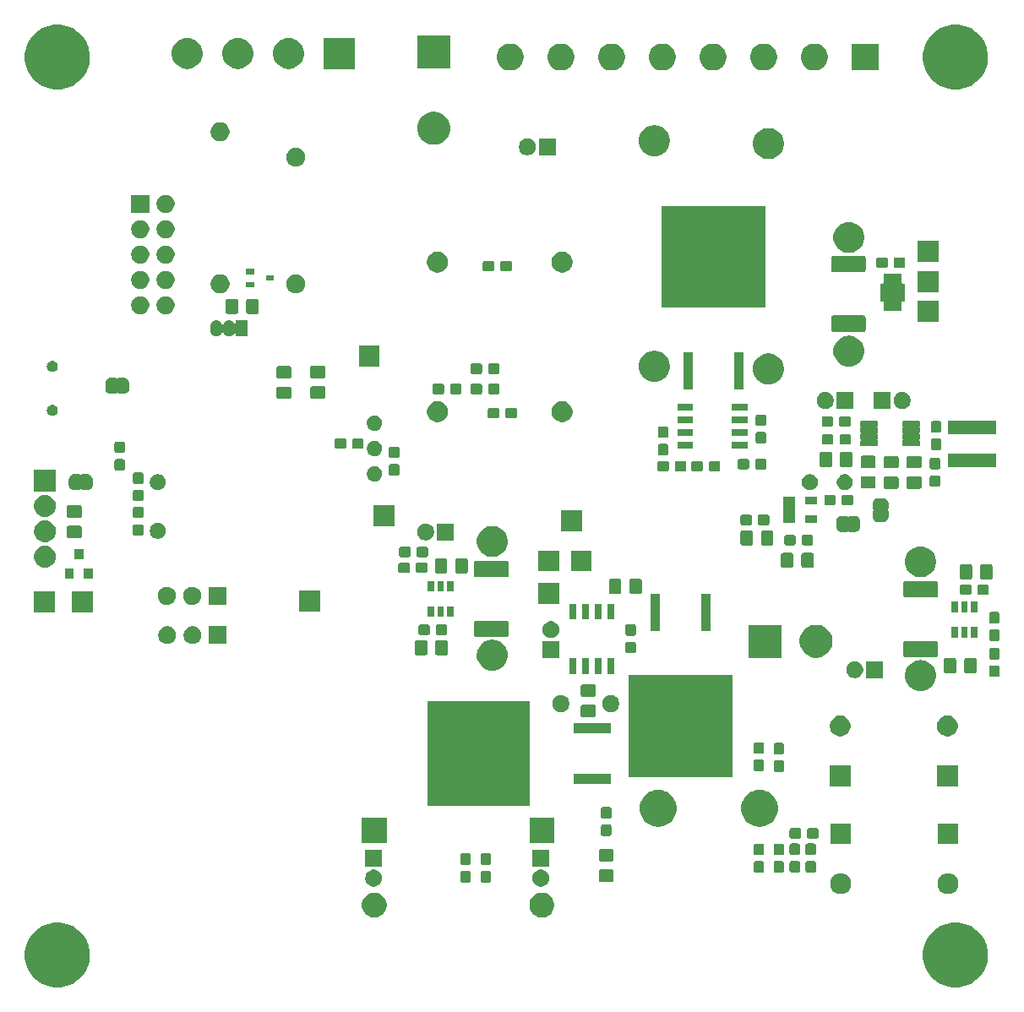
<source format=gbr>
G04 #@! TF.GenerationSoftware,KiCad,Pcbnew,5.1.5+dfsg1-2build2*
G04 #@! TF.CreationDate,2021-06-30T22:55:55+02:00*
G04 #@! TF.ProjectId,solar_mppt1,736f6c61-725f-46d7-9070-74312e6b6963,rev?*
G04 #@! TF.SameCoordinates,Original*
G04 #@! TF.FileFunction,Soldermask,Bot*
G04 #@! TF.FilePolarity,Negative*
%FSLAX46Y46*%
G04 Gerber Fmt 4.6, Leading zero omitted, Abs format (unit mm)*
G04 Created by KiCad (PCBNEW 5.1.5+dfsg1-2build2) date 2021-06-30 22:55:55*
%MOMM*%
%LPD*%
G04 APERTURE LIST*
%ADD10C,0.100000*%
G04 APERTURE END LIST*
D10*
G36*
X98134239Y-56811467D02*
G01*
X98448282Y-56873934D01*
X99039926Y-57119001D01*
X99572392Y-57474784D01*
X100025216Y-57927608D01*
X100380999Y-58460074D01*
X100626066Y-59051718D01*
X100626066Y-59051719D01*
X100751000Y-59679803D01*
X100751000Y-60320197D01*
X100688533Y-60634239D01*
X100626066Y-60948282D01*
X100380999Y-61539926D01*
X100025216Y-62072392D01*
X99572392Y-62525216D01*
X99039926Y-62880999D01*
X98448282Y-63126066D01*
X98134239Y-63188533D01*
X97820197Y-63251000D01*
X97179803Y-63251000D01*
X96865761Y-63188533D01*
X96551718Y-63126066D01*
X95960074Y-62880999D01*
X95427608Y-62525216D01*
X94974784Y-62072392D01*
X94619001Y-61539926D01*
X94373934Y-60948282D01*
X94311467Y-60634239D01*
X94249000Y-60320197D01*
X94249000Y-59679803D01*
X94373934Y-59051719D01*
X94373934Y-59051718D01*
X94619001Y-58460074D01*
X94974784Y-57927608D01*
X95427608Y-57474784D01*
X95960074Y-57119001D01*
X96551718Y-56873934D01*
X96865761Y-56811467D01*
X97179803Y-56749000D01*
X97820197Y-56749000D01*
X98134239Y-56811467D01*
G37*
G36*
X8134239Y-56811467D02*
G01*
X8448282Y-56873934D01*
X9039926Y-57119001D01*
X9572392Y-57474784D01*
X10025216Y-57927608D01*
X10380999Y-58460074D01*
X10626066Y-59051718D01*
X10626066Y-59051719D01*
X10751000Y-59679803D01*
X10751000Y-60320197D01*
X10688533Y-60634239D01*
X10626066Y-60948282D01*
X10380999Y-61539926D01*
X10025216Y-62072392D01*
X9572392Y-62525216D01*
X9039926Y-62880999D01*
X8448282Y-63126066D01*
X8134239Y-63188533D01*
X7820197Y-63251000D01*
X7179803Y-63251000D01*
X6865761Y-63188533D01*
X6551718Y-63126066D01*
X5960074Y-62880999D01*
X5427608Y-62525216D01*
X4974784Y-62072392D01*
X4619001Y-61539926D01*
X4373934Y-60948282D01*
X4311467Y-60634239D01*
X4249000Y-60320197D01*
X4249000Y-59679803D01*
X4373934Y-59051719D01*
X4373934Y-59051718D01*
X4619001Y-58460074D01*
X4974784Y-57927608D01*
X5427608Y-57474784D01*
X5960074Y-57119001D01*
X6551718Y-56873934D01*
X6865761Y-56811467D01*
X7179803Y-56749000D01*
X7820197Y-56749000D01*
X8134239Y-56811467D01*
G37*
G36*
X56346074Y-53781384D02*
G01*
X56414903Y-53795075D01*
X56642571Y-53889378D01*
X56847466Y-54026285D01*
X57021715Y-54200534D01*
X57158622Y-54405429D01*
X57252925Y-54633097D01*
X57301000Y-54874787D01*
X57301000Y-55121213D01*
X57252925Y-55362903D01*
X57158622Y-55590571D01*
X57021715Y-55795466D01*
X56847466Y-55969715D01*
X56642571Y-56106622D01*
X56642570Y-56106623D01*
X56642569Y-56106623D01*
X56414903Y-56200925D01*
X56173214Y-56249000D01*
X55926786Y-56249000D01*
X55685097Y-56200925D01*
X55457431Y-56106623D01*
X55457430Y-56106623D01*
X55457429Y-56106622D01*
X55252534Y-55969715D01*
X55078285Y-55795466D01*
X54941378Y-55590571D01*
X54847075Y-55362903D01*
X54799000Y-55121213D01*
X54799000Y-54874787D01*
X54847075Y-54633097D01*
X54941378Y-54405429D01*
X55078285Y-54200534D01*
X55252534Y-54026285D01*
X55457429Y-53889378D01*
X55685097Y-53795075D01*
X55753926Y-53781384D01*
X55926786Y-53747000D01*
X56173214Y-53747000D01*
X56346074Y-53781384D01*
G37*
G36*
X39558074Y-53781384D02*
G01*
X39626903Y-53795075D01*
X39854571Y-53889378D01*
X40059466Y-54026285D01*
X40233715Y-54200534D01*
X40370622Y-54405429D01*
X40464925Y-54633097D01*
X40513000Y-54874787D01*
X40513000Y-55121213D01*
X40464925Y-55362903D01*
X40370622Y-55590571D01*
X40233715Y-55795466D01*
X40059466Y-55969715D01*
X39854571Y-56106622D01*
X39854570Y-56106623D01*
X39854569Y-56106623D01*
X39626903Y-56200925D01*
X39385214Y-56249000D01*
X39138786Y-56249000D01*
X38897097Y-56200925D01*
X38669431Y-56106623D01*
X38669430Y-56106623D01*
X38669429Y-56106622D01*
X38464534Y-55969715D01*
X38290285Y-55795466D01*
X38153378Y-55590571D01*
X38059075Y-55362903D01*
X38011000Y-55121213D01*
X38011000Y-54874787D01*
X38059075Y-54633097D01*
X38153378Y-54405429D01*
X38290285Y-54200534D01*
X38464534Y-54026285D01*
X38669429Y-53889378D01*
X38897097Y-53795075D01*
X38965926Y-53781384D01*
X39138786Y-53747000D01*
X39385214Y-53747000D01*
X39558074Y-53781384D01*
G37*
G36*
X97056564Y-51839389D02*
G01*
X97195408Y-51896900D01*
X97247835Y-51918616D01*
X97419973Y-52033635D01*
X97566365Y-52180027D01*
X97681385Y-52352167D01*
X97760611Y-52543436D01*
X97801000Y-52746484D01*
X97801000Y-52953516D01*
X97760611Y-53156564D01*
X97681385Y-53347833D01*
X97681384Y-53347835D01*
X97566365Y-53519973D01*
X97419973Y-53666365D01*
X97247835Y-53781384D01*
X97247834Y-53781385D01*
X97247833Y-53781385D01*
X97056564Y-53860611D01*
X96853516Y-53901000D01*
X96646484Y-53901000D01*
X96443436Y-53860611D01*
X96252167Y-53781385D01*
X96252166Y-53781385D01*
X96252165Y-53781384D01*
X96080027Y-53666365D01*
X95933635Y-53519973D01*
X95818616Y-53347835D01*
X95818615Y-53347833D01*
X95739389Y-53156564D01*
X95699000Y-52953516D01*
X95699000Y-52746484D01*
X95739389Y-52543436D01*
X95818615Y-52352167D01*
X95933635Y-52180027D01*
X96080027Y-52033635D01*
X96252165Y-51918616D01*
X96304592Y-51896900D01*
X96443436Y-51839389D01*
X96646484Y-51799000D01*
X96853516Y-51799000D01*
X97056564Y-51839389D01*
G37*
G36*
X86306564Y-51839389D02*
G01*
X86445408Y-51896900D01*
X86497835Y-51918616D01*
X86669973Y-52033635D01*
X86816365Y-52180027D01*
X86931385Y-52352167D01*
X87010611Y-52543436D01*
X87051000Y-52746484D01*
X87051000Y-52953516D01*
X87010611Y-53156564D01*
X86931385Y-53347833D01*
X86931384Y-53347835D01*
X86816365Y-53519973D01*
X86669973Y-53666365D01*
X86497835Y-53781384D01*
X86497834Y-53781385D01*
X86497833Y-53781385D01*
X86306564Y-53860611D01*
X86103516Y-53901000D01*
X85896484Y-53901000D01*
X85693436Y-53860611D01*
X85502167Y-53781385D01*
X85502166Y-53781385D01*
X85502165Y-53781384D01*
X85330027Y-53666365D01*
X85183635Y-53519973D01*
X85068616Y-53347835D01*
X85068615Y-53347833D01*
X84989389Y-53156564D01*
X84949000Y-52953516D01*
X84949000Y-52746484D01*
X84989389Y-52543436D01*
X85068615Y-52352167D01*
X85183635Y-52180027D01*
X85330027Y-52033635D01*
X85502165Y-51918616D01*
X85554592Y-51896900D01*
X85693436Y-51839389D01*
X85896484Y-51799000D01*
X86103516Y-51799000D01*
X86306564Y-51839389D01*
G37*
G36*
X56198228Y-51481703D02*
G01*
X56353100Y-51545853D01*
X56492481Y-51638985D01*
X56611015Y-51757519D01*
X56704147Y-51896900D01*
X56768297Y-52051772D01*
X56801000Y-52216184D01*
X56801000Y-52383816D01*
X56768297Y-52548228D01*
X56704147Y-52703100D01*
X56611015Y-52842481D01*
X56492481Y-52961015D01*
X56353100Y-53054147D01*
X56198228Y-53118297D01*
X56033816Y-53151000D01*
X55866184Y-53151000D01*
X55701772Y-53118297D01*
X55546900Y-53054147D01*
X55407519Y-52961015D01*
X55288985Y-52842481D01*
X55195853Y-52703100D01*
X55131703Y-52548228D01*
X55099000Y-52383816D01*
X55099000Y-52216184D01*
X55131703Y-52051772D01*
X55195853Y-51896900D01*
X55288985Y-51757519D01*
X55407519Y-51638985D01*
X55546900Y-51545853D01*
X55701772Y-51481703D01*
X55866184Y-51449000D01*
X56033816Y-51449000D01*
X56198228Y-51481703D01*
G37*
G36*
X39448228Y-51481703D02*
G01*
X39603100Y-51545853D01*
X39742481Y-51638985D01*
X39861015Y-51757519D01*
X39954147Y-51896900D01*
X40018297Y-52051772D01*
X40051000Y-52216184D01*
X40051000Y-52383816D01*
X40018297Y-52548228D01*
X39954147Y-52703100D01*
X39861015Y-52842481D01*
X39742481Y-52961015D01*
X39603100Y-53054147D01*
X39448228Y-53118297D01*
X39283816Y-53151000D01*
X39116184Y-53151000D01*
X38951772Y-53118297D01*
X38796900Y-53054147D01*
X38657519Y-52961015D01*
X38538985Y-52842481D01*
X38445853Y-52703100D01*
X38381703Y-52548228D01*
X38349000Y-52383816D01*
X38349000Y-52216184D01*
X38381703Y-52051772D01*
X38445853Y-51896900D01*
X38538985Y-51757519D01*
X38657519Y-51638985D01*
X38796900Y-51545853D01*
X38951772Y-51481703D01*
X39116184Y-51449000D01*
X39283816Y-51449000D01*
X39448228Y-51481703D01*
G37*
G36*
X50814499Y-51578445D02*
G01*
X50851995Y-51589820D01*
X50886554Y-51608292D01*
X50916847Y-51633153D01*
X50941708Y-51663446D01*
X50960180Y-51698005D01*
X50971555Y-51735501D01*
X50976000Y-51780638D01*
X50976000Y-52519362D01*
X50971555Y-52564499D01*
X50960180Y-52601995D01*
X50941708Y-52636554D01*
X50916847Y-52666847D01*
X50886554Y-52691708D01*
X50851995Y-52710180D01*
X50814499Y-52721555D01*
X50769362Y-52726000D01*
X50130638Y-52726000D01*
X50085501Y-52721555D01*
X50048005Y-52710180D01*
X50013446Y-52691708D01*
X49983153Y-52666847D01*
X49958292Y-52636554D01*
X49939820Y-52601995D01*
X49928445Y-52564499D01*
X49924000Y-52519362D01*
X49924000Y-51780638D01*
X49928445Y-51735501D01*
X49939820Y-51698005D01*
X49958292Y-51663446D01*
X49983153Y-51633153D01*
X50013446Y-51608292D01*
X50048005Y-51589820D01*
X50085501Y-51578445D01*
X50130638Y-51574000D01*
X50769362Y-51574000D01*
X50814499Y-51578445D01*
G37*
G36*
X48764499Y-51578445D02*
G01*
X48801995Y-51589820D01*
X48836554Y-51608292D01*
X48866847Y-51633153D01*
X48891708Y-51663446D01*
X48910180Y-51698005D01*
X48921555Y-51735501D01*
X48926000Y-51780638D01*
X48926000Y-52519362D01*
X48921555Y-52564499D01*
X48910180Y-52601995D01*
X48891708Y-52636554D01*
X48866847Y-52666847D01*
X48836554Y-52691708D01*
X48801995Y-52710180D01*
X48764499Y-52721555D01*
X48719362Y-52726000D01*
X48080638Y-52726000D01*
X48035501Y-52721555D01*
X47998005Y-52710180D01*
X47963446Y-52691708D01*
X47933153Y-52666847D01*
X47908292Y-52636554D01*
X47889820Y-52601995D01*
X47878445Y-52564499D01*
X47874000Y-52519362D01*
X47874000Y-51780638D01*
X47878445Y-51735501D01*
X47889820Y-51698005D01*
X47908292Y-51663446D01*
X47933153Y-51633153D01*
X47963446Y-51608292D01*
X47998005Y-51589820D01*
X48035501Y-51578445D01*
X48080638Y-51574000D01*
X48719362Y-51574000D01*
X48764499Y-51578445D01*
G37*
G36*
X63088674Y-51428465D02*
G01*
X63126367Y-51439899D01*
X63161103Y-51458466D01*
X63191548Y-51483452D01*
X63216534Y-51513897D01*
X63235101Y-51548633D01*
X63246535Y-51586326D01*
X63251000Y-51631661D01*
X63251000Y-52468339D01*
X63246535Y-52513674D01*
X63235101Y-52551367D01*
X63216534Y-52586103D01*
X63191548Y-52616548D01*
X63161103Y-52641534D01*
X63126367Y-52660101D01*
X63088674Y-52671535D01*
X63043339Y-52676000D01*
X61956661Y-52676000D01*
X61911326Y-52671535D01*
X61873633Y-52660101D01*
X61838897Y-52641534D01*
X61808452Y-52616548D01*
X61783466Y-52586103D01*
X61764899Y-52551367D01*
X61753465Y-52513674D01*
X61749000Y-52468339D01*
X61749000Y-51631661D01*
X61753465Y-51586326D01*
X61764899Y-51548633D01*
X61783466Y-51513897D01*
X61808452Y-51483452D01*
X61838897Y-51458466D01*
X61873633Y-51439899D01*
X61911326Y-51428465D01*
X61956661Y-51424000D01*
X63043339Y-51424000D01*
X63088674Y-51428465D01*
G37*
G36*
X78164499Y-50603445D02*
G01*
X78201995Y-50614820D01*
X78236554Y-50633292D01*
X78266847Y-50658153D01*
X78291708Y-50688446D01*
X78310180Y-50723005D01*
X78321555Y-50760501D01*
X78326000Y-50805638D01*
X78326000Y-51544362D01*
X78321555Y-51589499D01*
X78310180Y-51626995D01*
X78291708Y-51661554D01*
X78266847Y-51691847D01*
X78236554Y-51716708D01*
X78201995Y-51735180D01*
X78164499Y-51746555D01*
X78119362Y-51751000D01*
X77480638Y-51751000D01*
X77435501Y-51746555D01*
X77398005Y-51735180D01*
X77363446Y-51716708D01*
X77333153Y-51691847D01*
X77308292Y-51661554D01*
X77289820Y-51626995D01*
X77278445Y-51589499D01*
X77274000Y-51544362D01*
X77274000Y-50805638D01*
X77278445Y-50760501D01*
X77289820Y-50723005D01*
X77308292Y-50688446D01*
X77333153Y-50658153D01*
X77363446Y-50633292D01*
X77398005Y-50614820D01*
X77435501Y-50603445D01*
X77480638Y-50599000D01*
X78119362Y-50599000D01*
X78164499Y-50603445D01*
G37*
G36*
X80164499Y-50603445D02*
G01*
X80201995Y-50614820D01*
X80236554Y-50633292D01*
X80266847Y-50658153D01*
X80291708Y-50688446D01*
X80310180Y-50723005D01*
X80321555Y-50760501D01*
X80326000Y-50805638D01*
X80326000Y-51544362D01*
X80321555Y-51589499D01*
X80310180Y-51626995D01*
X80291708Y-51661554D01*
X80266847Y-51691847D01*
X80236554Y-51716708D01*
X80201995Y-51735180D01*
X80164499Y-51746555D01*
X80119362Y-51751000D01*
X79480638Y-51751000D01*
X79435501Y-51746555D01*
X79398005Y-51735180D01*
X79363446Y-51716708D01*
X79333153Y-51691847D01*
X79308292Y-51661554D01*
X79289820Y-51626995D01*
X79278445Y-51589499D01*
X79274000Y-51544362D01*
X79274000Y-50805638D01*
X79278445Y-50760501D01*
X79289820Y-50723005D01*
X79308292Y-50688446D01*
X79333153Y-50658153D01*
X79363446Y-50633292D01*
X79398005Y-50614820D01*
X79435501Y-50603445D01*
X79480638Y-50599000D01*
X80119362Y-50599000D01*
X80164499Y-50603445D01*
G37*
G36*
X83364499Y-50578445D02*
G01*
X83401995Y-50589820D01*
X83436554Y-50608292D01*
X83466847Y-50633153D01*
X83491708Y-50663446D01*
X83510180Y-50698005D01*
X83521555Y-50735501D01*
X83526000Y-50780638D01*
X83526000Y-51519362D01*
X83521555Y-51564499D01*
X83510180Y-51601995D01*
X83491708Y-51636554D01*
X83466847Y-51666847D01*
X83436554Y-51691708D01*
X83401995Y-51710180D01*
X83364499Y-51721555D01*
X83319362Y-51726000D01*
X82680638Y-51726000D01*
X82635501Y-51721555D01*
X82598005Y-51710180D01*
X82563446Y-51691708D01*
X82533153Y-51666847D01*
X82508292Y-51636554D01*
X82489820Y-51601995D01*
X82478445Y-51564499D01*
X82474000Y-51519362D01*
X82474000Y-50780638D01*
X82478445Y-50735501D01*
X82489820Y-50698005D01*
X82508292Y-50663446D01*
X82533153Y-50633153D01*
X82563446Y-50608292D01*
X82598005Y-50589820D01*
X82635501Y-50578445D01*
X82680638Y-50574000D01*
X83319362Y-50574000D01*
X83364499Y-50578445D01*
G37*
G36*
X81764499Y-50578445D02*
G01*
X81801995Y-50589820D01*
X81836554Y-50608292D01*
X81866847Y-50633153D01*
X81891708Y-50663446D01*
X81910180Y-50698005D01*
X81921555Y-50735501D01*
X81926000Y-50780638D01*
X81926000Y-51519362D01*
X81921555Y-51564499D01*
X81910180Y-51601995D01*
X81891708Y-51636554D01*
X81866847Y-51666847D01*
X81836554Y-51691708D01*
X81801995Y-51710180D01*
X81764499Y-51721555D01*
X81719362Y-51726000D01*
X81080638Y-51726000D01*
X81035501Y-51721555D01*
X80998005Y-51710180D01*
X80963446Y-51691708D01*
X80933153Y-51666847D01*
X80908292Y-51636554D01*
X80889820Y-51601995D01*
X80878445Y-51564499D01*
X80874000Y-51519362D01*
X80874000Y-50780638D01*
X80878445Y-50735501D01*
X80889820Y-50698005D01*
X80908292Y-50663446D01*
X80933153Y-50633153D01*
X80963446Y-50608292D01*
X80998005Y-50589820D01*
X81035501Y-50578445D01*
X81080638Y-50574000D01*
X81719362Y-50574000D01*
X81764499Y-50578445D01*
G37*
G36*
X56801000Y-51151000D02*
G01*
X55099000Y-51151000D01*
X55099000Y-49449000D01*
X56801000Y-49449000D01*
X56801000Y-51151000D01*
G37*
G36*
X40051000Y-51151000D02*
G01*
X38349000Y-51151000D01*
X38349000Y-49449000D01*
X40051000Y-49449000D01*
X40051000Y-51151000D01*
G37*
G36*
X50814499Y-49828445D02*
G01*
X50851995Y-49839820D01*
X50886554Y-49858292D01*
X50916847Y-49883153D01*
X50941708Y-49913446D01*
X50960180Y-49948005D01*
X50971555Y-49985501D01*
X50976000Y-50030638D01*
X50976000Y-50769362D01*
X50971555Y-50814499D01*
X50960180Y-50851995D01*
X50941708Y-50886554D01*
X50916847Y-50916847D01*
X50886554Y-50941708D01*
X50851995Y-50960180D01*
X50814499Y-50971555D01*
X50769362Y-50976000D01*
X50130638Y-50976000D01*
X50085501Y-50971555D01*
X50048005Y-50960180D01*
X50013446Y-50941708D01*
X49983153Y-50916847D01*
X49958292Y-50886554D01*
X49939820Y-50851995D01*
X49928445Y-50814499D01*
X49924000Y-50769362D01*
X49924000Y-50030638D01*
X49928445Y-49985501D01*
X49939820Y-49948005D01*
X49958292Y-49913446D01*
X49983153Y-49883153D01*
X50013446Y-49858292D01*
X50048005Y-49839820D01*
X50085501Y-49828445D01*
X50130638Y-49824000D01*
X50769362Y-49824000D01*
X50814499Y-49828445D01*
G37*
G36*
X48764499Y-49828445D02*
G01*
X48801995Y-49839820D01*
X48836554Y-49858292D01*
X48866847Y-49883153D01*
X48891708Y-49913446D01*
X48910180Y-49948005D01*
X48921555Y-49985501D01*
X48926000Y-50030638D01*
X48926000Y-50769362D01*
X48921555Y-50814499D01*
X48910180Y-50851995D01*
X48891708Y-50886554D01*
X48866847Y-50916847D01*
X48836554Y-50941708D01*
X48801995Y-50960180D01*
X48764499Y-50971555D01*
X48719362Y-50976000D01*
X48080638Y-50976000D01*
X48035501Y-50971555D01*
X47998005Y-50960180D01*
X47963446Y-50941708D01*
X47933153Y-50916847D01*
X47908292Y-50886554D01*
X47889820Y-50851995D01*
X47878445Y-50814499D01*
X47874000Y-50769362D01*
X47874000Y-50030638D01*
X47878445Y-49985501D01*
X47889820Y-49948005D01*
X47908292Y-49913446D01*
X47933153Y-49883153D01*
X47963446Y-49858292D01*
X47998005Y-49839820D01*
X48035501Y-49828445D01*
X48080638Y-49824000D01*
X48719362Y-49824000D01*
X48764499Y-49828445D01*
G37*
G36*
X63088674Y-49378465D02*
G01*
X63126367Y-49389899D01*
X63161103Y-49408466D01*
X63191548Y-49433452D01*
X63216534Y-49463897D01*
X63235101Y-49498633D01*
X63246535Y-49536326D01*
X63251000Y-49581661D01*
X63251000Y-50418339D01*
X63246535Y-50463674D01*
X63235101Y-50501367D01*
X63216534Y-50536103D01*
X63191548Y-50566548D01*
X63161103Y-50591534D01*
X63126367Y-50610101D01*
X63088674Y-50621535D01*
X63043339Y-50626000D01*
X61956661Y-50626000D01*
X61911326Y-50621535D01*
X61873633Y-50610101D01*
X61838897Y-50591534D01*
X61808452Y-50566548D01*
X61783466Y-50536103D01*
X61764899Y-50501367D01*
X61753465Y-50463674D01*
X61749000Y-50418339D01*
X61749000Y-49581661D01*
X61753465Y-49536326D01*
X61764899Y-49498633D01*
X61783466Y-49463897D01*
X61808452Y-49433452D01*
X61838897Y-49408466D01*
X61873633Y-49389899D01*
X61911326Y-49378465D01*
X61956661Y-49374000D01*
X63043339Y-49374000D01*
X63088674Y-49378465D01*
G37*
G36*
X78164499Y-48853445D02*
G01*
X78201995Y-48864820D01*
X78236554Y-48883292D01*
X78266847Y-48908153D01*
X78291708Y-48938446D01*
X78310180Y-48973005D01*
X78321555Y-49010501D01*
X78326000Y-49055638D01*
X78326000Y-49794362D01*
X78321555Y-49839499D01*
X78310180Y-49876995D01*
X78291708Y-49911554D01*
X78266847Y-49941847D01*
X78236554Y-49966708D01*
X78201995Y-49985180D01*
X78164499Y-49996555D01*
X78119362Y-50001000D01*
X77480638Y-50001000D01*
X77435501Y-49996555D01*
X77398005Y-49985180D01*
X77363446Y-49966708D01*
X77333153Y-49941847D01*
X77308292Y-49911554D01*
X77289820Y-49876995D01*
X77278445Y-49839499D01*
X77274000Y-49794362D01*
X77274000Y-49055638D01*
X77278445Y-49010501D01*
X77289820Y-48973005D01*
X77308292Y-48938446D01*
X77333153Y-48908153D01*
X77363446Y-48883292D01*
X77398005Y-48864820D01*
X77435501Y-48853445D01*
X77480638Y-48849000D01*
X78119362Y-48849000D01*
X78164499Y-48853445D01*
G37*
G36*
X80164499Y-48853445D02*
G01*
X80201995Y-48864820D01*
X80236554Y-48883292D01*
X80266847Y-48908153D01*
X80291708Y-48938446D01*
X80310180Y-48973005D01*
X80321555Y-49010501D01*
X80326000Y-49055638D01*
X80326000Y-49794362D01*
X80321555Y-49839499D01*
X80310180Y-49876995D01*
X80291708Y-49911554D01*
X80266847Y-49941847D01*
X80236554Y-49966708D01*
X80201995Y-49985180D01*
X80164499Y-49996555D01*
X80119362Y-50001000D01*
X79480638Y-50001000D01*
X79435501Y-49996555D01*
X79398005Y-49985180D01*
X79363446Y-49966708D01*
X79333153Y-49941847D01*
X79308292Y-49911554D01*
X79289820Y-49876995D01*
X79278445Y-49839499D01*
X79274000Y-49794362D01*
X79274000Y-49055638D01*
X79278445Y-49010501D01*
X79289820Y-48973005D01*
X79308292Y-48938446D01*
X79333153Y-48908153D01*
X79363446Y-48883292D01*
X79398005Y-48864820D01*
X79435501Y-48853445D01*
X79480638Y-48849000D01*
X80119362Y-48849000D01*
X80164499Y-48853445D01*
G37*
G36*
X83364499Y-48828445D02*
G01*
X83401995Y-48839820D01*
X83436554Y-48858292D01*
X83466847Y-48883153D01*
X83491708Y-48913446D01*
X83510180Y-48948005D01*
X83521555Y-48985501D01*
X83526000Y-49030638D01*
X83526000Y-49769362D01*
X83521555Y-49814499D01*
X83510180Y-49851995D01*
X83491708Y-49886554D01*
X83466847Y-49916847D01*
X83436554Y-49941708D01*
X83401995Y-49960180D01*
X83364499Y-49971555D01*
X83319362Y-49976000D01*
X82680638Y-49976000D01*
X82635501Y-49971555D01*
X82598005Y-49960180D01*
X82563446Y-49941708D01*
X82533153Y-49916847D01*
X82508292Y-49886554D01*
X82489820Y-49851995D01*
X82478445Y-49814499D01*
X82474000Y-49769362D01*
X82474000Y-49030638D01*
X82478445Y-48985501D01*
X82489820Y-48948005D01*
X82508292Y-48913446D01*
X82533153Y-48883153D01*
X82563446Y-48858292D01*
X82598005Y-48839820D01*
X82635501Y-48828445D01*
X82680638Y-48824000D01*
X83319362Y-48824000D01*
X83364499Y-48828445D01*
G37*
G36*
X81764499Y-48828445D02*
G01*
X81801995Y-48839820D01*
X81836554Y-48858292D01*
X81866847Y-48883153D01*
X81891708Y-48913446D01*
X81910180Y-48948005D01*
X81921555Y-48985501D01*
X81926000Y-49030638D01*
X81926000Y-49769362D01*
X81921555Y-49814499D01*
X81910180Y-49851995D01*
X81891708Y-49886554D01*
X81866847Y-49916847D01*
X81836554Y-49941708D01*
X81801995Y-49960180D01*
X81764499Y-49971555D01*
X81719362Y-49976000D01*
X81080638Y-49976000D01*
X81035501Y-49971555D01*
X80998005Y-49960180D01*
X80963446Y-49941708D01*
X80933153Y-49916847D01*
X80908292Y-49886554D01*
X80889820Y-49851995D01*
X80878445Y-49814499D01*
X80874000Y-49769362D01*
X80874000Y-49030638D01*
X80878445Y-48985501D01*
X80889820Y-48948005D01*
X80908292Y-48913446D01*
X80933153Y-48883153D01*
X80963446Y-48858292D01*
X80998005Y-48839820D01*
X81035501Y-48828445D01*
X81080638Y-48824000D01*
X81719362Y-48824000D01*
X81764499Y-48828445D01*
G37*
G36*
X87051000Y-48901000D02*
G01*
X84949000Y-48901000D01*
X84949000Y-46799000D01*
X87051000Y-46799000D01*
X87051000Y-48901000D01*
G37*
G36*
X97801000Y-48901000D02*
G01*
X95699000Y-48901000D01*
X95699000Y-46799000D01*
X97801000Y-46799000D01*
X97801000Y-48901000D01*
G37*
G36*
X40513000Y-48749000D02*
G01*
X38011000Y-48749000D01*
X38011000Y-46247000D01*
X40513000Y-46247000D01*
X40513000Y-48749000D01*
G37*
G36*
X57301000Y-48749000D02*
G01*
X54799000Y-48749000D01*
X54799000Y-46247000D01*
X57301000Y-46247000D01*
X57301000Y-48749000D01*
G37*
G36*
X83614499Y-47278445D02*
G01*
X83651995Y-47289820D01*
X83686554Y-47308292D01*
X83716847Y-47333153D01*
X83741708Y-47363446D01*
X83760180Y-47398005D01*
X83771555Y-47435501D01*
X83776000Y-47480638D01*
X83776000Y-48119362D01*
X83771555Y-48164499D01*
X83760180Y-48201995D01*
X83741708Y-48236554D01*
X83716847Y-48266847D01*
X83686554Y-48291708D01*
X83651995Y-48310180D01*
X83614499Y-48321555D01*
X83569362Y-48326000D01*
X82830638Y-48326000D01*
X82785501Y-48321555D01*
X82748005Y-48310180D01*
X82713446Y-48291708D01*
X82683153Y-48266847D01*
X82658292Y-48236554D01*
X82639820Y-48201995D01*
X82628445Y-48164499D01*
X82624000Y-48119362D01*
X82624000Y-47480638D01*
X82628445Y-47435501D01*
X82639820Y-47398005D01*
X82658292Y-47363446D01*
X82683153Y-47333153D01*
X82713446Y-47308292D01*
X82748005Y-47289820D01*
X82785501Y-47278445D01*
X82830638Y-47274000D01*
X83569362Y-47274000D01*
X83614499Y-47278445D01*
G37*
G36*
X81864499Y-47278445D02*
G01*
X81901995Y-47289820D01*
X81936554Y-47308292D01*
X81966847Y-47333153D01*
X81991708Y-47363446D01*
X82010180Y-47398005D01*
X82021555Y-47435501D01*
X82026000Y-47480638D01*
X82026000Y-48119362D01*
X82021555Y-48164499D01*
X82010180Y-48201995D01*
X81991708Y-48236554D01*
X81966847Y-48266847D01*
X81936554Y-48291708D01*
X81901995Y-48310180D01*
X81864499Y-48321555D01*
X81819362Y-48326000D01*
X81080638Y-48326000D01*
X81035501Y-48321555D01*
X80998005Y-48310180D01*
X80963446Y-48291708D01*
X80933153Y-48266847D01*
X80908292Y-48236554D01*
X80889820Y-48201995D01*
X80878445Y-48164499D01*
X80874000Y-48119362D01*
X80874000Y-47480638D01*
X80878445Y-47435501D01*
X80889820Y-47398005D01*
X80908292Y-47363446D01*
X80933153Y-47333153D01*
X80963446Y-47308292D01*
X80998005Y-47289820D01*
X81035501Y-47278445D01*
X81080638Y-47274000D01*
X81819362Y-47274000D01*
X81864499Y-47278445D01*
G37*
G36*
X62864499Y-46928445D02*
G01*
X62901995Y-46939820D01*
X62936554Y-46958292D01*
X62966847Y-46983153D01*
X62991708Y-47013446D01*
X63010180Y-47048005D01*
X63021555Y-47085501D01*
X63026000Y-47130638D01*
X63026000Y-47869362D01*
X63021555Y-47914499D01*
X63010180Y-47951995D01*
X62991708Y-47986554D01*
X62966847Y-48016847D01*
X62936554Y-48041708D01*
X62901995Y-48060180D01*
X62864499Y-48071555D01*
X62819362Y-48076000D01*
X62180638Y-48076000D01*
X62135501Y-48071555D01*
X62098005Y-48060180D01*
X62063446Y-48041708D01*
X62033153Y-48016847D01*
X62008292Y-47986554D01*
X61989820Y-47951995D01*
X61978445Y-47914499D01*
X61974000Y-47869362D01*
X61974000Y-47130638D01*
X61978445Y-47085501D01*
X61989820Y-47048005D01*
X62008292Y-47013446D01*
X62033153Y-46983153D01*
X62063446Y-46958292D01*
X62098005Y-46939820D01*
X62135501Y-46928445D01*
X62180638Y-46924000D01*
X62819362Y-46924000D01*
X62864499Y-46928445D01*
G37*
G36*
X68061113Y-43484567D02*
G01*
X68239917Y-43520133D01*
X68379448Y-43577929D01*
X68576776Y-43659664D01*
X68879943Y-43862234D01*
X69137766Y-44120057D01*
X69340336Y-44423224D01*
X69479867Y-44760084D01*
X69551000Y-45117691D01*
X69551000Y-45482309D01*
X69479867Y-45839916D01*
X69340336Y-46176776D01*
X69137766Y-46479943D01*
X68879943Y-46737766D01*
X68576776Y-46940336D01*
X68379448Y-47022071D01*
X68239917Y-47079867D01*
X68061112Y-47115434D01*
X67882309Y-47151000D01*
X67517691Y-47151000D01*
X67338887Y-47115433D01*
X67160083Y-47079867D01*
X67020552Y-47022071D01*
X66823224Y-46940336D01*
X66520057Y-46737766D01*
X66262234Y-46479943D01*
X66059664Y-46176776D01*
X65920133Y-45839916D01*
X65849000Y-45482309D01*
X65849000Y-45117691D01*
X65920133Y-44760084D01*
X66059664Y-44423224D01*
X66262234Y-44120057D01*
X66520057Y-43862234D01*
X66823224Y-43659664D01*
X67020552Y-43577929D01*
X67160083Y-43520133D01*
X67338887Y-43484567D01*
X67517691Y-43449000D01*
X67882309Y-43449000D01*
X68061113Y-43484567D01*
G37*
G36*
X78221113Y-43484567D02*
G01*
X78399917Y-43520133D01*
X78539448Y-43577929D01*
X78736776Y-43659664D01*
X79039943Y-43862234D01*
X79297766Y-44120057D01*
X79500336Y-44423224D01*
X79639867Y-44760084D01*
X79711000Y-45117691D01*
X79711000Y-45482309D01*
X79639867Y-45839916D01*
X79500336Y-46176776D01*
X79297766Y-46479943D01*
X79039943Y-46737766D01*
X78736776Y-46940336D01*
X78539448Y-47022071D01*
X78399917Y-47079867D01*
X78221112Y-47115434D01*
X78042309Y-47151000D01*
X77677691Y-47151000D01*
X77498887Y-47115433D01*
X77320083Y-47079867D01*
X77180552Y-47022071D01*
X76983224Y-46940336D01*
X76680057Y-46737766D01*
X76422234Y-46479943D01*
X76219664Y-46176776D01*
X76080133Y-45839916D01*
X76009000Y-45482309D01*
X76009000Y-45117691D01*
X76080133Y-44760084D01*
X76219664Y-44423224D01*
X76422234Y-44120057D01*
X76680057Y-43862234D01*
X76983224Y-43659664D01*
X77180552Y-43577929D01*
X77320083Y-43520133D01*
X77498887Y-43484567D01*
X77677691Y-43449000D01*
X78042309Y-43449000D01*
X78221113Y-43484567D01*
G37*
G36*
X62864499Y-45178445D02*
G01*
X62901995Y-45189820D01*
X62936554Y-45208292D01*
X62966847Y-45233153D01*
X62991708Y-45263446D01*
X63010180Y-45298005D01*
X63021555Y-45335501D01*
X63026000Y-45380638D01*
X63026000Y-46119362D01*
X63021555Y-46164499D01*
X63010180Y-46201995D01*
X62991708Y-46236554D01*
X62966847Y-46266847D01*
X62936554Y-46291708D01*
X62901995Y-46310180D01*
X62864499Y-46321555D01*
X62819362Y-46326000D01*
X62180638Y-46326000D01*
X62135501Y-46321555D01*
X62098005Y-46310180D01*
X62063446Y-46291708D01*
X62033153Y-46266847D01*
X62008292Y-46236554D01*
X61989820Y-46201995D01*
X61978445Y-46164499D01*
X61974000Y-46119362D01*
X61974000Y-45380638D01*
X61978445Y-45335501D01*
X61989820Y-45298005D01*
X62008292Y-45263446D01*
X62033153Y-45233153D01*
X62063446Y-45208292D01*
X62098005Y-45189820D01*
X62135501Y-45178445D01*
X62180638Y-45174000D01*
X62819362Y-45174000D01*
X62864499Y-45178445D01*
G37*
G36*
X54805600Y-45032600D02*
G01*
X44594400Y-45032600D01*
X44594400Y-34567400D01*
X54805600Y-34567400D01*
X54805600Y-45032600D01*
G37*
G36*
X87001000Y-43101000D02*
G01*
X84899000Y-43101000D01*
X84899000Y-40999000D01*
X87001000Y-40999000D01*
X87001000Y-43101000D01*
G37*
G36*
X97751000Y-43101000D02*
G01*
X95649000Y-43101000D01*
X95649000Y-40999000D01*
X97751000Y-40999000D01*
X97751000Y-43101000D01*
G37*
G36*
X62984400Y-42835500D02*
G01*
X59275600Y-42835500D01*
X59275600Y-41844500D01*
X62984400Y-41844500D01*
X62984400Y-42835500D01*
G37*
G36*
X75182600Y-42183600D02*
G01*
X64717400Y-42183600D01*
X64717400Y-31972400D01*
X75182600Y-31972400D01*
X75182600Y-42183600D01*
G37*
G36*
X80164499Y-40503445D02*
G01*
X80201995Y-40514820D01*
X80236554Y-40533292D01*
X80266847Y-40558153D01*
X80291708Y-40588446D01*
X80310180Y-40623005D01*
X80321555Y-40660501D01*
X80326000Y-40705638D01*
X80326000Y-41444362D01*
X80321555Y-41489499D01*
X80310180Y-41526995D01*
X80291708Y-41561554D01*
X80266847Y-41591847D01*
X80236554Y-41616708D01*
X80201995Y-41635180D01*
X80164499Y-41646555D01*
X80119362Y-41651000D01*
X79480638Y-41651000D01*
X79435501Y-41646555D01*
X79398005Y-41635180D01*
X79363446Y-41616708D01*
X79333153Y-41591847D01*
X79308292Y-41561554D01*
X79289820Y-41526995D01*
X79278445Y-41489499D01*
X79274000Y-41444362D01*
X79274000Y-40705638D01*
X79278445Y-40660501D01*
X79289820Y-40623005D01*
X79308292Y-40588446D01*
X79333153Y-40558153D01*
X79363446Y-40533292D01*
X79398005Y-40514820D01*
X79435501Y-40503445D01*
X79480638Y-40499000D01*
X80119362Y-40499000D01*
X80164499Y-40503445D01*
G37*
G36*
X78164499Y-40428445D02*
G01*
X78201995Y-40439820D01*
X78236554Y-40458292D01*
X78266847Y-40483153D01*
X78291708Y-40513446D01*
X78310180Y-40548005D01*
X78321555Y-40585501D01*
X78326000Y-40630638D01*
X78326000Y-41369362D01*
X78321555Y-41414499D01*
X78310180Y-41451995D01*
X78291708Y-41486554D01*
X78266847Y-41516847D01*
X78236554Y-41541708D01*
X78201995Y-41560180D01*
X78164499Y-41571555D01*
X78119362Y-41576000D01*
X77480638Y-41576000D01*
X77435501Y-41571555D01*
X77398005Y-41560180D01*
X77363446Y-41541708D01*
X77333153Y-41516847D01*
X77308292Y-41486554D01*
X77289820Y-41451995D01*
X77278445Y-41414499D01*
X77274000Y-41369362D01*
X77274000Y-40630638D01*
X77278445Y-40585501D01*
X77289820Y-40548005D01*
X77308292Y-40513446D01*
X77333153Y-40483153D01*
X77363446Y-40458292D01*
X77398005Y-40439820D01*
X77435501Y-40428445D01*
X77480638Y-40424000D01*
X78119362Y-40424000D01*
X78164499Y-40428445D01*
G37*
G36*
X80164499Y-38753445D02*
G01*
X80201995Y-38764820D01*
X80236554Y-38783292D01*
X80266847Y-38808153D01*
X80291708Y-38838446D01*
X80310180Y-38873005D01*
X80321555Y-38910501D01*
X80326000Y-38955638D01*
X80326000Y-39694362D01*
X80321555Y-39739499D01*
X80310180Y-39776995D01*
X80291708Y-39811554D01*
X80266847Y-39841847D01*
X80236554Y-39866708D01*
X80201995Y-39885180D01*
X80164499Y-39896555D01*
X80119362Y-39901000D01*
X79480638Y-39901000D01*
X79435501Y-39896555D01*
X79398005Y-39885180D01*
X79363446Y-39866708D01*
X79333153Y-39841847D01*
X79308292Y-39811554D01*
X79289820Y-39776995D01*
X79278445Y-39739499D01*
X79274000Y-39694362D01*
X79274000Y-38955638D01*
X79278445Y-38910501D01*
X79289820Y-38873005D01*
X79308292Y-38838446D01*
X79333153Y-38808153D01*
X79363446Y-38783292D01*
X79398005Y-38764820D01*
X79435501Y-38753445D01*
X79480638Y-38749000D01*
X80119362Y-38749000D01*
X80164499Y-38753445D01*
G37*
G36*
X78164499Y-38678445D02*
G01*
X78201995Y-38689820D01*
X78236554Y-38708292D01*
X78266847Y-38733153D01*
X78291708Y-38763446D01*
X78310180Y-38798005D01*
X78321555Y-38835501D01*
X78326000Y-38880638D01*
X78326000Y-39619362D01*
X78321555Y-39664499D01*
X78310180Y-39701995D01*
X78291708Y-39736554D01*
X78266847Y-39766847D01*
X78236554Y-39791708D01*
X78201995Y-39810180D01*
X78164499Y-39821555D01*
X78119362Y-39826000D01*
X77480638Y-39826000D01*
X77435501Y-39821555D01*
X77398005Y-39810180D01*
X77363446Y-39791708D01*
X77333153Y-39766847D01*
X77308292Y-39736554D01*
X77289820Y-39701995D01*
X77278445Y-39664499D01*
X77274000Y-39619362D01*
X77274000Y-38880638D01*
X77278445Y-38835501D01*
X77289820Y-38798005D01*
X77308292Y-38763446D01*
X77333153Y-38733153D01*
X77363446Y-38708292D01*
X77398005Y-38689820D01*
X77435501Y-38678445D01*
X77480638Y-38674000D01*
X78119362Y-38674000D01*
X78164499Y-38678445D01*
G37*
G36*
X97006564Y-36039389D02*
G01*
X97197833Y-36118615D01*
X97197835Y-36118616D01*
X97275889Y-36170770D01*
X97369973Y-36233635D01*
X97516365Y-36380027D01*
X97631385Y-36552167D01*
X97710611Y-36743436D01*
X97751000Y-36946484D01*
X97751000Y-37153516D01*
X97710611Y-37356564D01*
X97631385Y-37547833D01*
X97631384Y-37547835D01*
X97516365Y-37719973D01*
X97369973Y-37866365D01*
X97197835Y-37981384D01*
X97197834Y-37981385D01*
X97197833Y-37981385D01*
X97006564Y-38060611D01*
X96803516Y-38101000D01*
X96596484Y-38101000D01*
X96393436Y-38060611D01*
X96202167Y-37981385D01*
X96202166Y-37981385D01*
X96202165Y-37981384D01*
X96030027Y-37866365D01*
X95883635Y-37719973D01*
X95768616Y-37547835D01*
X95768615Y-37547833D01*
X95689389Y-37356564D01*
X95649000Y-37153516D01*
X95649000Y-36946484D01*
X95689389Y-36743436D01*
X95768615Y-36552167D01*
X95883635Y-36380027D01*
X96030027Y-36233635D01*
X96124111Y-36170770D01*
X96202165Y-36118616D01*
X96202167Y-36118615D01*
X96393436Y-36039389D01*
X96596484Y-35999000D01*
X96803516Y-35999000D01*
X97006564Y-36039389D01*
G37*
G36*
X86256564Y-36039389D02*
G01*
X86447833Y-36118615D01*
X86447835Y-36118616D01*
X86525889Y-36170770D01*
X86619973Y-36233635D01*
X86766365Y-36380027D01*
X86881385Y-36552167D01*
X86960611Y-36743436D01*
X87001000Y-36946484D01*
X87001000Y-37153516D01*
X86960611Y-37356564D01*
X86881385Y-37547833D01*
X86881384Y-37547835D01*
X86766365Y-37719973D01*
X86619973Y-37866365D01*
X86447835Y-37981384D01*
X86447834Y-37981385D01*
X86447833Y-37981385D01*
X86256564Y-38060611D01*
X86053516Y-38101000D01*
X85846484Y-38101000D01*
X85643436Y-38060611D01*
X85452167Y-37981385D01*
X85452166Y-37981385D01*
X85452165Y-37981384D01*
X85280027Y-37866365D01*
X85133635Y-37719973D01*
X85018616Y-37547835D01*
X85018615Y-37547833D01*
X84939389Y-37356564D01*
X84899000Y-37153516D01*
X84899000Y-36946484D01*
X84939389Y-36743436D01*
X85018615Y-36552167D01*
X85133635Y-36380027D01*
X85280027Y-36233635D01*
X85374111Y-36170770D01*
X85452165Y-36118616D01*
X85452167Y-36118615D01*
X85643436Y-36039389D01*
X85846484Y-35999000D01*
X86053516Y-35999000D01*
X86256564Y-36039389D01*
G37*
G36*
X62984400Y-37755500D02*
G01*
X59275600Y-37755500D01*
X59275600Y-36764500D01*
X62984400Y-36764500D01*
X62984400Y-37755500D01*
G37*
G36*
X61288674Y-34928465D02*
G01*
X61326367Y-34939899D01*
X61361103Y-34958466D01*
X61391548Y-34983452D01*
X61416534Y-35013897D01*
X61435101Y-35048633D01*
X61446535Y-35086326D01*
X61451000Y-35131661D01*
X61451000Y-35968339D01*
X61446535Y-36013674D01*
X61435101Y-36051367D01*
X61416534Y-36086103D01*
X61391548Y-36116548D01*
X61361103Y-36141534D01*
X61326367Y-36160101D01*
X61288674Y-36171535D01*
X61243339Y-36176000D01*
X60156661Y-36176000D01*
X60111326Y-36171535D01*
X60073633Y-36160101D01*
X60038897Y-36141534D01*
X60008452Y-36116548D01*
X59983466Y-36086103D01*
X59964899Y-36051367D01*
X59953465Y-36013674D01*
X59949000Y-35968339D01*
X59949000Y-35131661D01*
X59953465Y-35086326D01*
X59964899Y-35048633D01*
X59983466Y-35013897D01*
X60008452Y-34983452D01*
X60038897Y-34958466D01*
X60073633Y-34939899D01*
X60111326Y-34928465D01*
X60156661Y-34924000D01*
X61243339Y-34924000D01*
X61288674Y-34928465D01*
G37*
G36*
X58198228Y-33981703D02*
G01*
X58353100Y-34045853D01*
X58492481Y-34138985D01*
X58611015Y-34257519D01*
X58704147Y-34396900D01*
X58768297Y-34551772D01*
X58801000Y-34716184D01*
X58801000Y-34883816D01*
X58768297Y-35048228D01*
X58704147Y-35203100D01*
X58611015Y-35342481D01*
X58492481Y-35461015D01*
X58353100Y-35554147D01*
X58198228Y-35618297D01*
X58033816Y-35651000D01*
X57866184Y-35651000D01*
X57701772Y-35618297D01*
X57546900Y-35554147D01*
X57407519Y-35461015D01*
X57288985Y-35342481D01*
X57195853Y-35203100D01*
X57131703Y-35048228D01*
X57099000Y-34883816D01*
X57099000Y-34716184D01*
X57131703Y-34551772D01*
X57195853Y-34396900D01*
X57288985Y-34257519D01*
X57407519Y-34138985D01*
X57546900Y-34045853D01*
X57701772Y-33981703D01*
X57866184Y-33949000D01*
X58033816Y-33949000D01*
X58198228Y-33981703D01*
G37*
G36*
X63198228Y-33981703D02*
G01*
X63353100Y-34045853D01*
X63492481Y-34138985D01*
X63611015Y-34257519D01*
X63704147Y-34396900D01*
X63768297Y-34551772D01*
X63801000Y-34716184D01*
X63801000Y-34883816D01*
X63768297Y-35048228D01*
X63704147Y-35203100D01*
X63611015Y-35342481D01*
X63492481Y-35461015D01*
X63353100Y-35554147D01*
X63198228Y-35618297D01*
X63033816Y-35651000D01*
X62866184Y-35651000D01*
X62701772Y-35618297D01*
X62546900Y-35554147D01*
X62407519Y-35461015D01*
X62288985Y-35342481D01*
X62195853Y-35203100D01*
X62131703Y-35048228D01*
X62099000Y-34883816D01*
X62099000Y-34716184D01*
X62131703Y-34551772D01*
X62195853Y-34396900D01*
X62288985Y-34257519D01*
X62407519Y-34138985D01*
X62546900Y-34045853D01*
X62701772Y-33981703D01*
X62866184Y-33949000D01*
X63033816Y-33949000D01*
X63198228Y-33981703D01*
G37*
G36*
X61288674Y-32878465D02*
G01*
X61326367Y-32889899D01*
X61361103Y-32908466D01*
X61391548Y-32933452D01*
X61416534Y-32963897D01*
X61435101Y-32998633D01*
X61446535Y-33036326D01*
X61451000Y-33081661D01*
X61451000Y-33918339D01*
X61446535Y-33963674D01*
X61435101Y-34001367D01*
X61416534Y-34036103D01*
X61391548Y-34066548D01*
X61361103Y-34091534D01*
X61326367Y-34110101D01*
X61288674Y-34121535D01*
X61243339Y-34126000D01*
X60156661Y-34126000D01*
X60111326Y-34121535D01*
X60073633Y-34110101D01*
X60038897Y-34091534D01*
X60008452Y-34066548D01*
X59983466Y-34036103D01*
X59964899Y-34001367D01*
X59953465Y-33963674D01*
X59949000Y-33918339D01*
X59949000Y-33081661D01*
X59953465Y-33036326D01*
X59964899Y-32998633D01*
X59983466Y-32963897D01*
X60008452Y-32933452D01*
X60038897Y-32908466D01*
X60073633Y-32889899D01*
X60111326Y-32878465D01*
X60156661Y-32874000D01*
X61243339Y-32874000D01*
X61288674Y-32878465D01*
G37*
G36*
X94191275Y-30456661D02*
G01*
X94452410Y-30508604D01*
X94734674Y-30625521D01*
X94988705Y-30795259D01*
X95204741Y-31011295D01*
X95374479Y-31265326D01*
X95464980Y-31483816D01*
X95491396Y-31547591D01*
X95547820Y-31831250D01*
X95551000Y-31847240D01*
X95551000Y-32152760D01*
X95491396Y-32452410D01*
X95374479Y-32734674D01*
X95204741Y-32988705D01*
X94988705Y-33204741D01*
X94734674Y-33374479D01*
X94452410Y-33491396D01*
X94302585Y-33521198D01*
X94152761Y-33551000D01*
X93847239Y-33551000D01*
X93697415Y-33521198D01*
X93547590Y-33491396D01*
X93265326Y-33374479D01*
X93011295Y-33204741D01*
X92795259Y-32988705D01*
X92625521Y-32734674D01*
X92508604Y-32452410D01*
X92449000Y-32152760D01*
X92449000Y-31847240D01*
X92452181Y-31831250D01*
X92508604Y-31547591D01*
X92535020Y-31483816D01*
X92625521Y-31265326D01*
X92795259Y-31011295D01*
X93011295Y-30795259D01*
X93265326Y-30625521D01*
X93547590Y-30508604D01*
X93808725Y-30456661D01*
X93847239Y-30449000D01*
X94152761Y-30449000D01*
X94191275Y-30456661D01*
G37*
G36*
X90251000Y-32251000D02*
G01*
X88549000Y-32251000D01*
X88549000Y-30549000D01*
X90251000Y-30549000D01*
X90251000Y-32251000D01*
G37*
G36*
X87648228Y-30581703D02*
G01*
X87803100Y-30645853D01*
X87942481Y-30738985D01*
X88061015Y-30857519D01*
X88154147Y-30996900D01*
X88218297Y-31151772D01*
X88251000Y-31316184D01*
X88251000Y-31483816D01*
X88218297Y-31648228D01*
X88154147Y-31803100D01*
X88061015Y-31942481D01*
X87942481Y-32061015D01*
X87803100Y-32154147D01*
X87648228Y-32218297D01*
X87483816Y-32251000D01*
X87316184Y-32251000D01*
X87151772Y-32218297D01*
X86996900Y-32154147D01*
X86857519Y-32061015D01*
X86738985Y-31942481D01*
X86645853Y-31803100D01*
X86581703Y-31648228D01*
X86549000Y-31483816D01*
X86549000Y-31316184D01*
X86581703Y-31151772D01*
X86645853Y-30996900D01*
X86738985Y-30857519D01*
X86857519Y-30738985D01*
X86996900Y-30645853D01*
X87151772Y-30581703D01*
X87316184Y-30549000D01*
X87483816Y-30549000D01*
X87648228Y-30581703D01*
G37*
G36*
X101764499Y-30978445D02*
G01*
X101801995Y-30989820D01*
X101836554Y-31008292D01*
X101866847Y-31033153D01*
X101891708Y-31063446D01*
X101910180Y-31098005D01*
X101921555Y-31135501D01*
X101926000Y-31180638D01*
X101926000Y-31919362D01*
X101921555Y-31964499D01*
X101910180Y-32001995D01*
X101891708Y-32036554D01*
X101866847Y-32066847D01*
X101836554Y-32091708D01*
X101801995Y-32110180D01*
X101764499Y-32121555D01*
X101719362Y-32126000D01*
X101080638Y-32126000D01*
X101035501Y-32121555D01*
X100998005Y-32110180D01*
X100963446Y-32091708D01*
X100933153Y-32066847D01*
X100908292Y-32036554D01*
X100889820Y-32001995D01*
X100878445Y-31964499D01*
X100874000Y-31919362D01*
X100874000Y-31180638D01*
X100878445Y-31135501D01*
X100889820Y-31098005D01*
X100908292Y-31063446D01*
X100933153Y-31033153D01*
X100963446Y-31008292D01*
X100998005Y-30989820D01*
X101035501Y-30978445D01*
X101080638Y-30974000D01*
X101719362Y-30974000D01*
X101764499Y-30978445D01*
G37*
G36*
X62017700Y-31831250D02*
G01*
X61382300Y-31831250D01*
X61382300Y-30268750D01*
X62017700Y-30268750D01*
X62017700Y-31831250D01*
G37*
G36*
X60747700Y-31831250D02*
G01*
X60112300Y-31831250D01*
X60112300Y-30268750D01*
X60747700Y-30268750D01*
X60747700Y-31831250D01*
G37*
G36*
X63287700Y-31831250D02*
G01*
X62652300Y-31831250D01*
X62652300Y-30268750D01*
X63287700Y-30268750D01*
X63287700Y-31831250D01*
G37*
G36*
X59477700Y-31831250D02*
G01*
X58842300Y-31831250D01*
X58842300Y-30268750D01*
X59477700Y-30268750D01*
X59477700Y-31831250D01*
G37*
G36*
X99463674Y-30253465D02*
G01*
X99501367Y-30264899D01*
X99536103Y-30283466D01*
X99566548Y-30308452D01*
X99591534Y-30338897D01*
X99610101Y-30373633D01*
X99621535Y-30411326D01*
X99626000Y-30456661D01*
X99626000Y-31543339D01*
X99621535Y-31588674D01*
X99610101Y-31626367D01*
X99591534Y-31661103D01*
X99566548Y-31691548D01*
X99536103Y-31716534D01*
X99501367Y-31735101D01*
X99463674Y-31746535D01*
X99418339Y-31751000D01*
X98581661Y-31751000D01*
X98536326Y-31746535D01*
X98498633Y-31735101D01*
X98463897Y-31716534D01*
X98433452Y-31691548D01*
X98408466Y-31661103D01*
X98389899Y-31626367D01*
X98378465Y-31588674D01*
X98374000Y-31543339D01*
X98374000Y-30456661D01*
X98378465Y-30411326D01*
X98389899Y-30373633D01*
X98408466Y-30338897D01*
X98433452Y-30308452D01*
X98463897Y-30283466D01*
X98498633Y-30264899D01*
X98536326Y-30253465D01*
X98581661Y-30249000D01*
X99418339Y-30249000D01*
X99463674Y-30253465D01*
G37*
G36*
X97413674Y-30253465D02*
G01*
X97451367Y-30264899D01*
X97486103Y-30283466D01*
X97516548Y-30308452D01*
X97541534Y-30338897D01*
X97560101Y-30373633D01*
X97571535Y-30411326D01*
X97576000Y-30456661D01*
X97576000Y-31543339D01*
X97571535Y-31588674D01*
X97560101Y-31626367D01*
X97541534Y-31661103D01*
X97516548Y-31691548D01*
X97486103Y-31716534D01*
X97451367Y-31735101D01*
X97413674Y-31746535D01*
X97368339Y-31751000D01*
X96531661Y-31751000D01*
X96486326Y-31746535D01*
X96448633Y-31735101D01*
X96413897Y-31716534D01*
X96383452Y-31691548D01*
X96358466Y-31661103D01*
X96339899Y-31626367D01*
X96328465Y-31588674D01*
X96324000Y-31543339D01*
X96324000Y-30456661D01*
X96328465Y-30411326D01*
X96339899Y-30373633D01*
X96358466Y-30338897D01*
X96383452Y-30308452D01*
X96413897Y-30283466D01*
X96448633Y-30264899D01*
X96486326Y-30253465D01*
X96531661Y-30249000D01*
X97368339Y-30249000D01*
X97413674Y-30253465D01*
G37*
G36*
X51375229Y-28436554D02*
G01*
X51546410Y-28470604D01*
X51828674Y-28587521D01*
X52082705Y-28757259D01*
X52298741Y-28973295D01*
X52468479Y-29227326D01*
X52585396Y-29509590D01*
X52615198Y-29659415D01*
X52645000Y-29809239D01*
X52645000Y-30114761D01*
X52641297Y-30133375D01*
X52585396Y-30414410D01*
X52468479Y-30696674D01*
X52298741Y-30950705D01*
X52082705Y-31166741D01*
X51828674Y-31336479D01*
X51546410Y-31453396D01*
X51396585Y-31483198D01*
X51246761Y-31513000D01*
X50941239Y-31513000D01*
X50791415Y-31483198D01*
X50641590Y-31453396D01*
X50359326Y-31336479D01*
X50105295Y-31166741D01*
X49889259Y-30950705D01*
X49719521Y-30696674D01*
X49602604Y-30414410D01*
X49546703Y-30133375D01*
X49543000Y-30114761D01*
X49543000Y-29809239D01*
X49572802Y-29659415D01*
X49602604Y-29509590D01*
X49719521Y-29227326D01*
X49889259Y-28973295D01*
X50105295Y-28757259D01*
X50359326Y-28587521D01*
X50641590Y-28470604D01*
X50812771Y-28436554D01*
X50941239Y-28411000D01*
X51246761Y-28411000D01*
X51375229Y-28436554D01*
G37*
G36*
X101764499Y-29228445D02*
G01*
X101801995Y-29239820D01*
X101836554Y-29258292D01*
X101866847Y-29283153D01*
X101891708Y-29313446D01*
X101910180Y-29348005D01*
X101921555Y-29385501D01*
X101926000Y-29430638D01*
X101926000Y-30169362D01*
X101921555Y-30214499D01*
X101910180Y-30251995D01*
X101891708Y-30286554D01*
X101866847Y-30316847D01*
X101836554Y-30341708D01*
X101801995Y-30360180D01*
X101764499Y-30371555D01*
X101719362Y-30376000D01*
X101080638Y-30376000D01*
X101035501Y-30371555D01*
X100998005Y-30360180D01*
X100963446Y-30341708D01*
X100933153Y-30316847D01*
X100908292Y-30286554D01*
X100889820Y-30251995D01*
X100878445Y-30214499D01*
X100874000Y-30169362D01*
X100874000Y-29430638D01*
X100878445Y-29385501D01*
X100889820Y-29348005D01*
X100908292Y-29313446D01*
X100933153Y-29283153D01*
X100963446Y-29258292D01*
X100998005Y-29239820D01*
X101035501Y-29228445D01*
X101080638Y-29224000D01*
X101719362Y-29224000D01*
X101764499Y-29228445D01*
G37*
G36*
X57801000Y-30251000D02*
G01*
X56099000Y-30251000D01*
X56099000Y-28549000D01*
X57801000Y-28549000D01*
X57801000Y-30251000D01*
G37*
G36*
X83864308Y-26933153D02*
G01*
X84011579Y-26962447D01*
X84312042Y-27086903D01*
X84582451Y-27267585D01*
X84812415Y-27497549D01*
X84993097Y-27767958D01*
X85117553Y-28068421D01*
X85126327Y-28112533D01*
X85181000Y-28387389D01*
X85181000Y-28712611D01*
X85151284Y-28862000D01*
X85117553Y-29031579D01*
X84993097Y-29332042D01*
X84812415Y-29602451D01*
X84582451Y-29832415D01*
X84312042Y-30013097D01*
X84312041Y-30013098D01*
X84312040Y-30013098D01*
X84282135Y-30025485D01*
X84011579Y-30137553D01*
X83905256Y-30158702D01*
X83692611Y-30201000D01*
X83367389Y-30201000D01*
X83154744Y-30158702D01*
X83048421Y-30137553D01*
X82777865Y-30025485D01*
X82747960Y-30013098D01*
X82747959Y-30013098D01*
X82747958Y-30013097D01*
X82477549Y-29832415D01*
X82247585Y-29602451D01*
X82066903Y-29332042D01*
X81942447Y-29031579D01*
X81908716Y-28862000D01*
X81879000Y-28712611D01*
X81879000Y-28387389D01*
X81933673Y-28112533D01*
X81942447Y-28068421D01*
X82066903Y-27767958D01*
X82247585Y-27497549D01*
X82477549Y-27267585D01*
X82747958Y-27086903D01*
X83048421Y-26962447D01*
X83195692Y-26933153D01*
X83367389Y-26899000D01*
X83692611Y-26899000D01*
X83864308Y-26933153D01*
G37*
G36*
X80101000Y-30201000D02*
G01*
X76799000Y-30201000D01*
X76799000Y-26899000D01*
X80101000Y-26899000D01*
X80101000Y-30201000D01*
G37*
G36*
X95578820Y-28515603D02*
G01*
X95612985Y-28525967D01*
X95644464Y-28542793D01*
X95672060Y-28565440D01*
X95694707Y-28593036D01*
X95711533Y-28624515D01*
X95721897Y-28658680D01*
X95726000Y-28700342D01*
X95726000Y-29949658D01*
X95721897Y-29991320D01*
X95711533Y-30025485D01*
X95694707Y-30056964D01*
X95672060Y-30084560D01*
X95644464Y-30107207D01*
X95612985Y-30124033D01*
X95578820Y-30134397D01*
X95537158Y-30138500D01*
X92462842Y-30138500D01*
X92421180Y-30134397D01*
X92387015Y-30124033D01*
X92355536Y-30107207D01*
X92327940Y-30084560D01*
X92305293Y-30056964D01*
X92288467Y-30025485D01*
X92278103Y-29991320D01*
X92274000Y-29949658D01*
X92274000Y-28700342D01*
X92278103Y-28658680D01*
X92288467Y-28624515D01*
X92305293Y-28593036D01*
X92327940Y-28565440D01*
X92355536Y-28542793D01*
X92387015Y-28525967D01*
X92421180Y-28515603D01*
X92462842Y-28511500D01*
X95537158Y-28511500D01*
X95578820Y-28515603D01*
G37*
G36*
X46463674Y-28453465D02*
G01*
X46501367Y-28464899D01*
X46536103Y-28483466D01*
X46566548Y-28508452D01*
X46591534Y-28538897D01*
X46610101Y-28573633D01*
X46621535Y-28611326D01*
X46626000Y-28656661D01*
X46626000Y-29743339D01*
X46621535Y-29788674D01*
X46610101Y-29826367D01*
X46591534Y-29861103D01*
X46566548Y-29891548D01*
X46536103Y-29916534D01*
X46501367Y-29935101D01*
X46463674Y-29946535D01*
X46418339Y-29951000D01*
X45581661Y-29951000D01*
X45536326Y-29946535D01*
X45498633Y-29935101D01*
X45463897Y-29916534D01*
X45433452Y-29891548D01*
X45408466Y-29861103D01*
X45389899Y-29826367D01*
X45378465Y-29788674D01*
X45374000Y-29743339D01*
X45374000Y-28656661D01*
X45378465Y-28611326D01*
X45389899Y-28573633D01*
X45408466Y-28538897D01*
X45433452Y-28508452D01*
X45463897Y-28483466D01*
X45498633Y-28464899D01*
X45536326Y-28453465D01*
X45581661Y-28449000D01*
X46418339Y-28449000D01*
X46463674Y-28453465D01*
G37*
G36*
X44413674Y-28453465D02*
G01*
X44451367Y-28464899D01*
X44486103Y-28483466D01*
X44516548Y-28508452D01*
X44541534Y-28538897D01*
X44560101Y-28573633D01*
X44571535Y-28611326D01*
X44576000Y-28656661D01*
X44576000Y-29743339D01*
X44571535Y-29788674D01*
X44560101Y-29826367D01*
X44541534Y-29861103D01*
X44516548Y-29891548D01*
X44486103Y-29916534D01*
X44451367Y-29935101D01*
X44413674Y-29946535D01*
X44368339Y-29951000D01*
X43531661Y-29951000D01*
X43486326Y-29946535D01*
X43448633Y-29935101D01*
X43413897Y-29916534D01*
X43383452Y-29891548D01*
X43358466Y-29861103D01*
X43339899Y-29826367D01*
X43328465Y-29788674D01*
X43324000Y-29743339D01*
X43324000Y-28656661D01*
X43328465Y-28611326D01*
X43339899Y-28573633D01*
X43358466Y-28538897D01*
X43383452Y-28508452D01*
X43413897Y-28483466D01*
X43448633Y-28464899D01*
X43486326Y-28453465D01*
X43531661Y-28449000D01*
X44368339Y-28449000D01*
X44413674Y-28453465D01*
G37*
G36*
X65314499Y-28603445D02*
G01*
X65351995Y-28614820D01*
X65386554Y-28633292D01*
X65416847Y-28658153D01*
X65441708Y-28688446D01*
X65460180Y-28723005D01*
X65471555Y-28760501D01*
X65476000Y-28805638D01*
X65476000Y-29544362D01*
X65471555Y-29589499D01*
X65460180Y-29626995D01*
X65441708Y-29661554D01*
X65416847Y-29691847D01*
X65386554Y-29716708D01*
X65351995Y-29735180D01*
X65314499Y-29746555D01*
X65269362Y-29751000D01*
X64630638Y-29751000D01*
X64585501Y-29746555D01*
X64548005Y-29735180D01*
X64513446Y-29716708D01*
X64483153Y-29691847D01*
X64458292Y-29661554D01*
X64439820Y-29626995D01*
X64428445Y-29589499D01*
X64424000Y-29544362D01*
X64424000Y-28805638D01*
X64428445Y-28760501D01*
X64439820Y-28723005D01*
X64458292Y-28688446D01*
X64483153Y-28658153D01*
X64513446Y-28633292D01*
X64548005Y-28614820D01*
X64585501Y-28603445D01*
X64630638Y-28599000D01*
X65269362Y-28599000D01*
X65314499Y-28603445D01*
G37*
G36*
X24481000Y-28841000D02*
G01*
X22679000Y-28841000D01*
X22679000Y-27039000D01*
X24481000Y-27039000D01*
X24481000Y-28841000D01*
G37*
G36*
X21153512Y-27043927D02*
G01*
X21302812Y-27073624D01*
X21466784Y-27141544D01*
X21614354Y-27240147D01*
X21739853Y-27365646D01*
X21838456Y-27513216D01*
X21906376Y-27677188D01*
X21941000Y-27851259D01*
X21941000Y-28028741D01*
X21906376Y-28202812D01*
X21838456Y-28366784D01*
X21739853Y-28514354D01*
X21614354Y-28639853D01*
X21466784Y-28738456D01*
X21302812Y-28806376D01*
X21153512Y-28836073D01*
X21128742Y-28841000D01*
X20951258Y-28841000D01*
X20926488Y-28836073D01*
X20777188Y-28806376D01*
X20613216Y-28738456D01*
X20465646Y-28639853D01*
X20340147Y-28514354D01*
X20241544Y-28366784D01*
X20173624Y-28202812D01*
X20139000Y-28028741D01*
X20139000Y-27851259D01*
X20173624Y-27677188D01*
X20241544Y-27513216D01*
X20340147Y-27365646D01*
X20465646Y-27240147D01*
X20613216Y-27141544D01*
X20777188Y-27073624D01*
X20926488Y-27043927D01*
X20951258Y-27039000D01*
X21128742Y-27039000D01*
X21153512Y-27043927D01*
G37*
G36*
X18613512Y-27043927D02*
G01*
X18762812Y-27073624D01*
X18926784Y-27141544D01*
X19074354Y-27240147D01*
X19199853Y-27365646D01*
X19298456Y-27513216D01*
X19366376Y-27677188D01*
X19401000Y-27851259D01*
X19401000Y-28028741D01*
X19366376Y-28202812D01*
X19298456Y-28366784D01*
X19199853Y-28514354D01*
X19074354Y-28639853D01*
X18926784Y-28738456D01*
X18762812Y-28806376D01*
X18613512Y-28836073D01*
X18588742Y-28841000D01*
X18411258Y-28841000D01*
X18386488Y-28836073D01*
X18237188Y-28806376D01*
X18073216Y-28738456D01*
X17925646Y-28639853D01*
X17800147Y-28514354D01*
X17701544Y-28366784D01*
X17633624Y-28202812D01*
X17599000Y-28028741D01*
X17599000Y-27851259D01*
X17633624Y-27677188D01*
X17701544Y-27513216D01*
X17800147Y-27365646D01*
X17925646Y-27240147D01*
X18073216Y-27141544D01*
X18237188Y-27073624D01*
X18386488Y-27043927D01*
X18411258Y-27039000D01*
X18588742Y-27039000D01*
X18613512Y-27043927D01*
G37*
G36*
X101764499Y-27378445D02*
G01*
X101801995Y-27389820D01*
X101836554Y-27408292D01*
X101866847Y-27433153D01*
X101891708Y-27463446D01*
X101910180Y-27498005D01*
X101921555Y-27535501D01*
X101926000Y-27580638D01*
X101926000Y-28319362D01*
X101921555Y-28364499D01*
X101910180Y-28401995D01*
X101891708Y-28436554D01*
X101866847Y-28466847D01*
X101836554Y-28491708D01*
X101801995Y-28510180D01*
X101764499Y-28521555D01*
X101719362Y-28526000D01*
X101080638Y-28526000D01*
X101035501Y-28521555D01*
X100998005Y-28510180D01*
X100963446Y-28491708D01*
X100933153Y-28466847D01*
X100908292Y-28436554D01*
X100889820Y-28401995D01*
X100878445Y-28364499D01*
X100874000Y-28319362D01*
X100874000Y-27580638D01*
X100878445Y-27535501D01*
X100889820Y-27498005D01*
X100908292Y-27463446D01*
X100933153Y-27433153D01*
X100963446Y-27408292D01*
X100998005Y-27389820D01*
X101035501Y-27378445D01*
X101080638Y-27374000D01*
X101719362Y-27374000D01*
X101764499Y-27378445D01*
G37*
G36*
X57198228Y-26581703D02*
G01*
X57353100Y-26645853D01*
X57492481Y-26738985D01*
X57611015Y-26857519D01*
X57704147Y-26996900D01*
X57768297Y-27151772D01*
X57801000Y-27316184D01*
X57801000Y-27483816D01*
X57768297Y-27648228D01*
X57704147Y-27803100D01*
X57611015Y-27942481D01*
X57492481Y-28061015D01*
X57353100Y-28154147D01*
X57198228Y-28218297D01*
X57033816Y-28251000D01*
X56866184Y-28251000D01*
X56701772Y-28218297D01*
X56546900Y-28154147D01*
X56407519Y-28061015D01*
X56288985Y-27942481D01*
X56195853Y-27803100D01*
X56131703Y-27648228D01*
X56099000Y-27483816D01*
X56099000Y-27316184D01*
X56131703Y-27151772D01*
X56195853Y-26996900D01*
X56288985Y-26857519D01*
X56407519Y-26738985D01*
X56546900Y-26645853D01*
X56701772Y-26581703D01*
X56866184Y-26549000D01*
X57033816Y-26549000D01*
X57198228Y-26581703D01*
G37*
G36*
X99680401Y-28203600D02*
G01*
X99019601Y-28203600D01*
X99019601Y-27149100D01*
X99680401Y-27149100D01*
X99680401Y-28203600D01*
G37*
G36*
X97780399Y-28203600D02*
G01*
X97119599Y-28203600D01*
X97119599Y-27149100D01*
X97780399Y-27149100D01*
X97780399Y-28203600D01*
G37*
G36*
X98730400Y-28203600D02*
G01*
X98069600Y-28203600D01*
X98069600Y-27149100D01*
X98730400Y-27149100D01*
X98730400Y-28203600D01*
G37*
G36*
X52566820Y-26504103D02*
G01*
X52600985Y-26514467D01*
X52632464Y-26531293D01*
X52660060Y-26553940D01*
X52682707Y-26581536D01*
X52699533Y-26613015D01*
X52709897Y-26647180D01*
X52714000Y-26688842D01*
X52714000Y-27938158D01*
X52709897Y-27979820D01*
X52699533Y-28013985D01*
X52682707Y-28045464D01*
X52660060Y-28073060D01*
X52632464Y-28095707D01*
X52600985Y-28112533D01*
X52566820Y-28122897D01*
X52525158Y-28127000D01*
X49450842Y-28127000D01*
X49409180Y-28122897D01*
X49375015Y-28112533D01*
X49343536Y-28095707D01*
X49315940Y-28073060D01*
X49293293Y-28045464D01*
X49276467Y-28013985D01*
X49266103Y-27979820D01*
X49262000Y-27938158D01*
X49262000Y-26688842D01*
X49266103Y-26647180D01*
X49276467Y-26613015D01*
X49293293Y-26581536D01*
X49315940Y-26553940D01*
X49343536Y-26531293D01*
X49375015Y-26514467D01*
X49409180Y-26504103D01*
X49450842Y-26500000D01*
X52525158Y-26500000D01*
X52566820Y-26504103D01*
G37*
G36*
X65314499Y-26853445D02*
G01*
X65351995Y-26864820D01*
X65386554Y-26883292D01*
X65416847Y-26908153D01*
X65441708Y-26938446D01*
X65460180Y-26973005D01*
X65471555Y-27010501D01*
X65476000Y-27055638D01*
X65476000Y-27794362D01*
X65471555Y-27839499D01*
X65460180Y-27876995D01*
X65441708Y-27911554D01*
X65416847Y-27941847D01*
X65386554Y-27966708D01*
X65351995Y-27985180D01*
X65314499Y-27996555D01*
X65269362Y-28001000D01*
X64630638Y-28001000D01*
X64585501Y-27996555D01*
X64548005Y-27985180D01*
X64513446Y-27966708D01*
X64483153Y-27941847D01*
X64458292Y-27911554D01*
X64439820Y-27876995D01*
X64428445Y-27839499D01*
X64424000Y-27794362D01*
X64424000Y-27055638D01*
X64428445Y-27010501D01*
X64439820Y-26973005D01*
X64458292Y-26938446D01*
X64483153Y-26908153D01*
X64513446Y-26883292D01*
X64548005Y-26864820D01*
X64585501Y-26853445D01*
X64630638Y-26849000D01*
X65269362Y-26849000D01*
X65314499Y-26853445D01*
G37*
G36*
X46414499Y-26878445D02*
G01*
X46451995Y-26889820D01*
X46486554Y-26908292D01*
X46516847Y-26933153D01*
X46541708Y-26963446D01*
X46560180Y-26998005D01*
X46571555Y-27035501D01*
X46576000Y-27080638D01*
X46576000Y-27719362D01*
X46571555Y-27764499D01*
X46560180Y-27801995D01*
X46541708Y-27836554D01*
X46516847Y-27866847D01*
X46486554Y-27891708D01*
X46451995Y-27910180D01*
X46414499Y-27921555D01*
X46369362Y-27926000D01*
X45630638Y-27926000D01*
X45585501Y-27921555D01*
X45548005Y-27910180D01*
X45513446Y-27891708D01*
X45483153Y-27866847D01*
X45458292Y-27836554D01*
X45439820Y-27801995D01*
X45428445Y-27764499D01*
X45424000Y-27719362D01*
X45424000Y-27080638D01*
X45428445Y-27035501D01*
X45439820Y-26998005D01*
X45458292Y-26963446D01*
X45483153Y-26933153D01*
X45513446Y-26908292D01*
X45548005Y-26889820D01*
X45585501Y-26878445D01*
X45630638Y-26874000D01*
X46369362Y-26874000D01*
X46414499Y-26878445D01*
G37*
G36*
X44664499Y-26878445D02*
G01*
X44701995Y-26889820D01*
X44736554Y-26908292D01*
X44766847Y-26933153D01*
X44791708Y-26963446D01*
X44810180Y-26998005D01*
X44821555Y-27035501D01*
X44826000Y-27080638D01*
X44826000Y-27719362D01*
X44821555Y-27764499D01*
X44810180Y-27801995D01*
X44791708Y-27836554D01*
X44766847Y-27866847D01*
X44736554Y-27891708D01*
X44701995Y-27910180D01*
X44664499Y-27921555D01*
X44619362Y-27926000D01*
X43880638Y-27926000D01*
X43835501Y-27921555D01*
X43798005Y-27910180D01*
X43763446Y-27891708D01*
X43733153Y-27866847D01*
X43708292Y-27836554D01*
X43689820Y-27801995D01*
X43678445Y-27764499D01*
X43674000Y-27719362D01*
X43674000Y-27080638D01*
X43678445Y-27035501D01*
X43689820Y-26998005D01*
X43708292Y-26963446D01*
X43733153Y-26933153D01*
X43763446Y-26908292D01*
X43798005Y-26889820D01*
X43835501Y-26878445D01*
X43880638Y-26874000D01*
X44619362Y-26874000D01*
X44664499Y-26878445D01*
G37*
G36*
X67905500Y-27502400D02*
G01*
X66914500Y-27502400D01*
X66914500Y-23793600D01*
X67905500Y-23793600D01*
X67905500Y-27502400D01*
G37*
G36*
X72985500Y-27502400D02*
G01*
X71994500Y-27502400D01*
X71994500Y-23793600D01*
X72985500Y-23793600D01*
X72985500Y-27502400D01*
G37*
G36*
X101764499Y-25628445D02*
G01*
X101801995Y-25639820D01*
X101836554Y-25658292D01*
X101866847Y-25683153D01*
X101891708Y-25713446D01*
X101910180Y-25748005D01*
X101921555Y-25785501D01*
X101926000Y-25830638D01*
X101926000Y-26569362D01*
X101921555Y-26614499D01*
X101910180Y-26651995D01*
X101891708Y-26686554D01*
X101866847Y-26716847D01*
X101836554Y-26741708D01*
X101801995Y-26760180D01*
X101764499Y-26771555D01*
X101719362Y-26776000D01*
X101080638Y-26776000D01*
X101035501Y-26771555D01*
X100998005Y-26760180D01*
X100963446Y-26741708D01*
X100933153Y-26716847D01*
X100908292Y-26686554D01*
X100889820Y-26651995D01*
X100878445Y-26614499D01*
X100874000Y-26569362D01*
X100874000Y-25830638D01*
X100878445Y-25785501D01*
X100889820Y-25748005D01*
X100908292Y-25713446D01*
X100933153Y-25683153D01*
X100963446Y-25658292D01*
X100998005Y-25639820D01*
X101035501Y-25628445D01*
X101080638Y-25624000D01*
X101719362Y-25624000D01*
X101764499Y-25628445D01*
G37*
G36*
X59477700Y-26382950D02*
G01*
X58842300Y-26382950D01*
X58842300Y-24820450D01*
X59477700Y-24820450D01*
X59477700Y-26382950D01*
G37*
G36*
X60747700Y-26382950D02*
G01*
X60112300Y-26382950D01*
X60112300Y-24820450D01*
X60747700Y-24820450D01*
X60747700Y-26382950D01*
G37*
G36*
X62017700Y-26382950D02*
G01*
X61382300Y-26382950D01*
X61382300Y-24820450D01*
X62017700Y-24820450D01*
X62017700Y-26382950D01*
G37*
G36*
X63287700Y-26382950D02*
G01*
X62652300Y-26382950D01*
X62652300Y-24820450D01*
X63287700Y-24820450D01*
X63287700Y-26382950D01*
G37*
G36*
X45288399Y-26129600D02*
G01*
X44627599Y-26129600D01*
X44627599Y-25075100D01*
X45288399Y-25075100D01*
X45288399Y-26129600D01*
G37*
G36*
X46238400Y-26129600D02*
G01*
X45577600Y-26129600D01*
X45577600Y-25075100D01*
X46238400Y-25075100D01*
X46238400Y-26129600D01*
G37*
G36*
X47188401Y-26129600D02*
G01*
X46527601Y-26129600D01*
X46527601Y-25075100D01*
X47188401Y-25075100D01*
X47188401Y-26129600D01*
G37*
G36*
X7251000Y-25651000D02*
G01*
X5149000Y-25651000D01*
X5149000Y-23549000D01*
X7251000Y-23549000D01*
X7251000Y-25651000D01*
G37*
G36*
X11051000Y-25651000D02*
G01*
X8949000Y-25651000D01*
X8949000Y-23549000D01*
X11051000Y-23549000D01*
X11051000Y-25651000D01*
G37*
G36*
X98730400Y-25650900D02*
G01*
X98069600Y-25650900D01*
X98069600Y-24596400D01*
X98730400Y-24596400D01*
X98730400Y-25650900D01*
G37*
G36*
X99680401Y-25650900D02*
G01*
X99019601Y-25650900D01*
X99019601Y-24596400D01*
X99680401Y-24596400D01*
X99680401Y-25650900D01*
G37*
G36*
X97780399Y-25650900D02*
G01*
X97119599Y-25650900D01*
X97119599Y-24596400D01*
X97780399Y-24596400D01*
X97780399Y-25650900D01*
G37*
G36*
X33801000Y-25551000D02*
G01*
X31699000Y-25551000D01*
X31699000Y-23449000D01*
X33801000Y-23449000D01*
X33801000Y-25551000D01*
G37*
G36*
X18573512Y-23103927D02*
G01*
X18722812Y-23133624D01*
X18886784Y-23201544D01*
X19034354Y-23300147D01*
X19159853Y-23425646D01*
X19258456Y-23573216D01*
X19326376Y-23737188D01*
X19348610Y-23848969D01*
X19360786Y-23910180D01*
X19361000Y-23911259D01*
X19361000Y-24088741D01*
X19326376Y-24262812D01*
X19258456Y-24426784D01*
X19159853Y-24574354D01*
X19034354Y-24699853D01*
X18886784Y-24798456D01*
X18722812Y-24866376D01*
X18573512Y-24896073D01*
X18548742Y-24901000D01*
X18371258Y-24901000D01*
X18346488Y-24896073D01*
X18197188Y-24866376D01*
X18033216Y-24798456D01*
X17885646Y-24699853D01*
X17760147Y-24574354D01*
X17661544Y-24426784D01*
X17593624Y-24262812D01*
X17559000Y-24088741D01*
X17559000Y-23911259D01*
X17559215Y-23910180D01*
X17571390Y-23848969D01*
X17593624Y-23737188D01*
X17661544Y-23573216D01*
X17760147Y-23425646D01*
X17885646Y-23300147D01*
X18033216Y-23201544D01*
X18197188Y-23133624D01*
X18346488Y-23103927D01*
X18371258Y-23099000D01*
X18548742Y-23099000D01*
X18573512Y-23103927D01*
G37*
G36*
X21113512Y-23103927D02*
G01*
X21262812Y-23133624D01*
X21426784Y-23201544D01*
X21574354Y-23300147D01*
X21699853Y-23425646D01*
X21798456Y-23573216D01*
X21866376Y-23737188D01*
X21888610Y-23848969D01*
X21900786Y-23910180D01*
X21901000Y-23911259D01*
X21901000Y-24088741D01*
X21866376Y-24262812D01*
X21798456Y-24426784D01*
X21699853Y-24574354D01*
X21574354Y-24699853D01*
X21426784Y-24798456D01*
X21262812Y-24866376D01*
X21113512Y-24896073D01*
X21088742Y-24901000D01*
X20911258Y-24901000D01*
X20886488Y-24896073D01*
X20737188Y-24866376D01*
X20573216Y-24798456D01*
X20425646Y-24699853D01*
X20300147Y-24574354D01*
X20201544Y-24426784D01*
X20133624Y-24262812D01*
X20099000Y-24088741D01*
X20099000Y-23911259D01*
X20099215Y-23910180D01*
X20111390Y-23848969D01*
X20133624Y-23737188D01*
X20201544Y-23573216D01*
X20300147Y-23425646D01*
X20425646Y-23300147D01*
X20573216Y-23201544D01*
X20737188Y-23133624D01*
X20886488Y-23103927D01*
X20911258Y-23099000D01*
X21088742Y-23099000D01*
X21113512Y-23103927D01*
G37*
G36*
X24441000Y-24901000D02*
G01*
X22639000Y-24901000D01*
X22639000Y-23099000D01*
X24441000Y-23099000D01*
X24441000Y-24901000D01*
G37*
G36*
X57801000Y-24801000D02*
G01*
X55699000Y-24801000D01*
X55699000Y-22699000D01*
X57801000Y-22699000D01*
X57801000Y-24801000D01*
G37*
G36*
X95578820Y-22540603D02*
G01*
X95612985Y-22550967D01*
X95644464Y-22567793D01*
X95672060Y-22590440D01*
X95694707Y-22618036D01*
X95711533Y-22649515D01*
X95721897Y-22683680D01*
X95726000Y-22725342D01*
X95726000Y-23974658D01*
X95721897Y-24016320D01*
X95711533Y-24050485D01*
X95694707Y-24081964D01*
X95672060Y-24109560D01*
X95644464Y-24132207D01*
X95612985Y-24149033D01*
X95578820Y-24159397D01*
X95537158Y-24163500D01*
X92462842Y-24163500D01*
X92421180Y-24159397D01*
X92387015Y-24149033D01*
X92355536Y-24132207D01*
X92327940Y-24109560D01*
X92305293Y-24081964D01*
X92288467Y-24050485D01*
X92278103Y-24016320D01*
X92274000Y-23974658D01*
X92274000Y-22725342D01*
X92278103Y-22683680D01*
X92288467Y-22649515D01*
X92305293Y-22618036D01*
X92327940Y-22590440D01*
X92355536Y-22567793D01*
X92387015Y-22550967D01*
X92421180Y-22540603D01*
X92462842Y-22536500D01*
X95537158Y-22536500D01*
X95578820Y-22540603D01*
G37*
G36*
X98939499Y-22878445D02*
G01*
X98976995Y-22889820D01*
X99011554Y-22908292D01*
X99041847Y-22933153D01*
X99066708Y-22963446D01*
X99085180Y-22998005D01*
X99096555Y-23035501D01*
X99101000Y-23080638D01*
X99101000Y-23719362D01*
X99096555Y-23764499D01*
X99085180Y-23801995D01*
X99066708Y-23836554D01*
X99041847Y-23866847D01*
X99011554Y-23891708D01*
X98976995Y-23910180D01*
X98939499Y-23921555D01*
X98894362Y-23926000D01*
X98155638Y-23926000D01*
X98110501Y-23921555D01*
X98073005Y-23910180D01*
X98038446Y-23891708D01*
X98008153Y-23866847D01*
X97983292Y-23836554D01*
X97964820Y-23801995D01*
X97953445Y-23764499D01*
X97949000Y-23719362D01*
X97949000Y-23080638D01*
X97953445Y-23035501D01*
X97964820Y-22998005D01*
X97983292Y-22963446D01*
X98008153Y-22933153D01*
X98038446Y-22908292D01*
X98073005Y-22889820D01*
X98110501Y-22878445D01*
X98155638Y-22874000D01*
X98894362Y-22874000D01*
X98939499Y-22878445D01*
G37*
G36*
X100689499Y-22878445D02*
G01*
X100726995Y-22889820D01*
X100761554Y-22908292D01*
X100791847Y-22933153D01*
X100816708Y-22963446D01*
X100835180Y-22998005D01*
X100846555Y-23035501D01*
X100851000Y-23080638D01*
X100851000Y-23719362D01*
X100846555Y-23764499D01*
X100835180Y-23801995D01*
X100816708Y-23836554D01*
X100791847Y-23866847D01*
X100761554Y-23891708D01*
X100726995Y-23910180D01*
X100689499Y-23921555D01*
X100644362Y-23926000D01*
X99905638Y-23926000D01*
X99860501Y-23921555D01*
X99823005Y-23910180D01*
X99788446Y-23891708D01*
X99758153Y-23866847D01*
X99733292Y-23836554D01*
X99714820Y-23801995D01*
X99703445Y-23764499D01*
X99699000Y-23719362D01*
X99699000Y-23080638D01*
X99703445Y-23035501D01*
X99714820Y-22998005D01*
X99733292Y-22963446D01*
X99758153Y-22933153D01*
X99788446Y-22908292D01*
X99823005Y-22889820D01*
X99860501Y-22878445D01*
X99905638Y-22874000D01*
X100644362Y-22874000D01*
X100689499Y-22878445D01*
G37*
G36*
X65913674Y-22303465D02*
G01*
X65951367Y-22314899D01*
X65986103Y-22333466D01*
X66016548Y-22358452D01*
X66041534Y-22388897D01*
X66060101Y-22423633D01*
X66071535Y-22461326D01*
X66076000Y-22506661D01*
X66076000Y-23593339D01*
X66071535Y-23638674D01*
X66060101Y-23676367D01*
X66041534Y-23711103D01*
X66016548Y-23741548D01*
X65986103Y-23766534D01*
X65951367Y-23785101D01*
X65913674Y-23796535D01*
X65868339Y-23801000D01*
X65031661Y-23801000D01*
X64986326Y-23796535D01*
X64948633Y-23785101D01*
X64913897Y-23766534D01*
X64883452Y-23741548D01*
X64858466Y-23711103D01*
X64839899Y-23676367D01*
X64828465Y-23638674D01*
X64824000Y-23593339D01*
X64824000Y-22506661D01*
X64828465Y-22461326D01*
X64839899Y-22423633D01*
X64858466Y-22388897D01*
X64883452Y-22358452D01*
X64913897Y-22333466D01*
X64948633Y-22314899D01*
X64986326Y-22303465D01*
X65031661Y-22299000D01*
X65868339Y-22299000D01*
X65913674Y-22303465D01*
G37*
G36*
X63863674Y-22303465D02*
G01*
X63901367Y-22314899D01*
X63936103Y-22333466D01*
X63966548Y-22358452D01*
X63991534Y-22388897D01*
X64010101Y-22423633D01*
X64021535Y-22461326D01*
X64026000Y-22506661D01*
X64026000Y-23593339D01*
X64021535Y-23638674D01*
X64010101Y-23676367D01*
X63991534Y-23711103D01*
X63966548Y-23741548D01*
X63936103Y-23766534D01*
X63901367Y-23785101D01*
X63863674Y-23796535D01*
X63818339Y-23801000D01*
X62981661Y-23801000D01*
X62936326Y-23796535D01*
X62898633Y-23785101D01*
X62863897Y-23766534D01*
X62833452Y-23741548D01*
X62808466Y-23711103D01*
X62789899Y-23676367D01*
X62778465Y-23638674D01*
X62774000Y-23593339D01*
X62774000Y-22506661D01*
X62778465Y-22461326D01*
X62789899Y-22423633D01*
X62808466Y-22388897D01*
X62833452Y-22358452D01*
X62863897Y-22333466D01*
X62898633Y-22314899D01*
X62936326Y-22303465D01*
X62981661Y-22299000D01*
X63818339Y-22299000D01*
X63863674Y-22303465D01*
G37*
G36*
X46238400Y-23576900D02*
G01*
X45577600Y-23576900D01*
X45577600Y-22522400D01*
X46238400Y-22522400D01*
X46238400Y-23576900D01*
G37*
G36*
X45288399Y-23576900D02*
G01*
X44627599Y-23576900D01*
X44627599Y-22522400D01*
X45288399Y-22522400D01*
X45288399Y-23576900D01*
G37*
G36*
X47188401Y-23576900D02*
G01*
X46527601Y-23576900D01*
X46527601Y-22522400D01*
X47188401Y-22522400D01*
X47188401Y-23576900D01*
G37*
G36*
X99013674Y-20853465D02*
G01*
X99051367Y-20864899D01*
X99086103Y-20883466D01*
X99116548Y-20908452D01*
X99141534Y-20938897D01*
X99160101Y-20973633D01*
X99171535Y-21011326D01*
X99176000Y-21056661D01*
X99176000Y-22143338D01*
X99171535Y-22188674D01*
X99160101Y-22226367D01*
X99141534Y-22261103D01*
X99116548Y-22291548D01*
X99086103Y-22316534D01*
X99051367Y-22335101D01*
X99013674Y-22346535D01*
X98968339Y-22351000D01*
X98131661Y-22351000D01*
X98086326Y-22346535D01*
X98048633Y-22335101D01*
X98013897Y-22316534D01*
X97983452Y-22291548D01*
X97958466Y-22261103D01*
X97939899Y-22226367D01*
X97928465Y-22188674D01*
X97924000Y-22143338D01*
X97924000Y-21056661D01*
X97928465Y-21011326D01*
X97939899Y-20973633D01*
X97958466Y-20938897D01*
X97983452Y-20908452D01*
X98013897Y-20883466D01*
X98048633Y-20864899D01*
X98086326Y-20853465D01*
X98131661Y-20849000D01*
X98968339Y-20849000D01*
X99013674Y-20853465D01*
G37*
G36*
X101063674Y-20853465D02*
G01*
X101101367Y-20864899D01*
X101136103Y-20883466D01*
X101166548Y-20908452D01*
X101191534Y-20938897D01*
X101210101Y-20973633D01*
X101221535Y-21011326D01*
X101226000Y-21056661D01*
X101226000Y-22143338D01*
X101221535Y-22188674D01*
X101210101Y-22226367D01*
X101191534Y-22261103D01*
X101166548Y-22291548D01*
X101136103Y-22316534D01*
X101101367Y-22335101D01*
X101063674Y-22346535D01*
X101018339Y-22351000D01*
X100181661Y-22351000D01*
X100136326Y-22346535D01*
X100098633Y-22335101D01*
X100063897Y-22316534D01*
X100033452Y-22291548D01*
X100008466Y-22261103D01*
X99989899Y-22226367D01*
X99978465Y-22188674D01*
X99974000Y-22143338D01*
X99974000Y-21056661D01*
X99978465Y-21011326D01*
X99989899Y-20973633D01*
X100008466Y-20938897D01*
X100033452Y-20908452D01*
X100063897Y-20883466D01*
X100098633Y-20864899D01*
X100136326Y-20853465D01*
X100181661Y-20849000D01*
X101018339Y-20849000D01*
X101063674Y-20853465D01*
G37*
G36*
X9151000Y-22301000D02*
G01*
X8249000Y-22301000D01*
X8249000Y-21299000D01*
X9151000Y-21299000D01*
X9151000Y-22301000D01*
G37*
G36*
X11051000Y-22301000D02*
G01*
X10149000Y-22301000D01*
X10149000Y-21299000D01*
X11051000Y-21299000D01*
X11051000Y-22301000D01*
G37*
G36*
X52566820Y-20529103D02*
G01*
X52600985Y-20539467D01*
X52632464Y-20556293D01*
X52660060Y-20578940D01*
X52682707Y-20606536D01*
X52699533Y-20638015D01*
X52709897Y-20672180D01*
X52714000Y-20713842D01*
X52714000Y-21963158D01*
X52709897Y-22004820D01*
X52699533Y-22038985D01*
X52682707Y-22070464D01*
X52660060Y-22098060D01*
X52632464Y-22120707D01*
X52600985Y-22137533D01*
X52566820Y-22147897D01*
X52525158Y-22152000D01*
X49450842Y-22152000D01*
X49409180Y-22147897D01*
X49375015Y-22137533D01*
X49343536Y-22120707D01*
X49315940Y-22098060D01*
X49293293Y-22070464D01*
X49276467Y-22038985D01*
X49266103Y-22004820D01*
X49262000Y-21963158D01*
X49262000Y-20713842D01*
X49266103Y-20672180D01*
X49276467Y-20638015D01*
X49293293Y-20606536D01*
X49315940Y-20578940D01*
X49343536Y-20556293D01*
X49375015Y-20539467D01*
X49409180Y-20529103D01*
X49450842Y-20525000D01*
X52525158Y-20525000D01*
X52566820Y-20529103D01*
G37*
G36*
X94278444Y-19074000D02*
G01*
X94452410Y-19108604D01*
X94734674Y-19225521D01*
X94988705Y-19395259D01*
X95204741Y-19611295D01*
X95374479Y-19865326D01*
X95491396Y-20147590D01*
X95498925Y-20185440D01*
X95551000Y-20447239D01*
X95551000Y-20752761D01*
X95542000Y-20798005D01*
X95491396Y-21052410D01*
X95374479Y-21334674D01*
X95204741Y-21588705D01*
X94988705Y-21804741D01*
X94734674Y-21974479D01*
X94452410Y-22091396D01*
X94305053Y-22120707D01*
X94152761Y-22151000D01*
X93847239Y-22151000D01*
X93694947Y-22120707D01*
X93547590Y-22091396D01*
X93265326Y-21974479D01*
X93011295Y-21804741D01*
X92795259Y-21588705D01*
X92625521Y-21334674D01*
X92508604Y-21052410D01*
X92458000Y-20798005D01*
X92449000Y-20752761D01*
X92449000Y-20447239D01*
X92501075Y-20185440D01*
X92508604Y-20147590D01*
X92625521Y-19865326D01*
X92795259Y-19611295D01*
X93011295Y-19395259D01*
X93265326Y-19225521D01*
X93547590Y-19108604D01*
X93721556Y-19074000D01*
X93847239Y-19049000D01*
X94152761Y-19049000D01*
X94278444Y-19074000D01*
G37*
G36*
X48463674Y-20253465D02*
G01*
X48501367Y-20264899D01*
X48536103Y-20283466D01*
X48566548Y-20308452D01*
X48591534Y-20338897D01*
X48610101Y-20373633D01*
X48621535Y-20411326D01*
X48626000Y-20456661D01*
X48626000Y-21543339D01*
X48621535Y-21588674D01*
X48610101Y-21626367D01*
X48591534Y-21661103D01*
X48566548Y-21691548D01*
X48536103Y-21716534D01*
X48501367Y-21735101D01*
X48463674Y-21746535D01*
X48418339Y-21751000D01*
X47581661Y-21751000D01*
X47536326Y-21746535D01*
X47498633Y-21735101D01*
X47463897Y-21716534D01*
X47433452Y-21691548D01*
X47408466Y-21661103D01*
X47389899Y-21626367D01*
X47378465Y-21588674D01*
X47374000Y-21543339D01*
X47374000Y-20456661D01*
X47378465Y-20411326D01*
X47389899Y-20373633D01*
X47408466Y-20338897D01*
X47433452Y-20308452D01*
X47463897Y-20283466D01*
X47498633Y-20264899D01*
X47536326Y-20253465D01*
X47581661Y-20249000D01*
X48418339Y-20249000D01*
X48463674Y-20253465D01*
G37*
G36*
X46413674Y-20253465D02*
G01*
X46451367Y-20264899D01*
X46486103Y-20283466D01*
X46516548Y-20308452D01*
X46541534Y-20338897D01*
X46560101Y-20373633D01*
X46571535Y-20411326D01*
X46576000Y-20456661D01*
X46576000Y-21543339D01*
X46571535Y-21588674D01*
X46560101Y-21626367D01*
X46541534Y-21661103D01*
X46516548Y-21691548D01*
X46486103Y-21716534D01*
X46451367Y-21735101D01*
X46413674Y-21746535D01*
X46368339Y-21751000D01*
X45531661Y-21751000D01*
X45486326Y-21746535D01*
X45448633Y-21735101D01*
X45413897Y-21716534D01*
X45383452Y-21691548D01*
X45358466Y-21661103D01*
X45339899Y-21626367D01*
X45328465Y-21588674D01*
X45324000Y-21543339D01*
X45324000Y-20456661D01*
X45328465Y-20411326D01*
X45339899Y-20373633D01*
X45358466Y-20338897D01*
X45383452Y-20308452D01*
X45413897Y-20283466D01*
X45448633Y-20264899D01*
X45486326Y-20253465D01*
X45531661Y-20249000D01*
X46368339Y-20249000D01*
X46413674Y-20253465D01*
G37*
G36*
X44414499Y-20678445D02*
G01*
X44451995Y-20689820D01*
X44486554Y-20708292D01*
X44516847Y-20733153D01*
X44541708Y-20763446D01*
X44560180Y-20798005D01*
X44571555Y-20835501D01*
X44576000Y-20880638D01*
X44576000Y-21519362D01*
X44571555Y-21564499D01*
X44560180Y-21601995D01*
X44541708Y-21636554D01*
X44516847Y-21666847D01*
X44486554Y-21691708D01*
X44451995Y-21710180D01*
X44414499Y-21721555D01*
X44369362Y-21726000D01*
X43630638Y-21726000D01*
X43585501Y-21721555D01*
X43548005Y-21710180D01*
X43513446Y-21691708D01*
X43483153Y-21666847D01*
X43458292Y-21636554D01*
X43439820Y-21601995D01*
X43428445Y-21564499D01*
X43424000Y-21519362D01*
X43424000Y-20880638D01*
X43428445Y-20835501D01*
X43439820Y-20798005D01*
X43458292Y-20763446D01*
X43483153Y-20733153D01*
X43513446Y-20708292D01*
X43548005Y-20689820D01*
X43585501Y-20678445D01*
X43630638Y-20674000D01*
X44369362Y-20674000D01*
X44414499Y-20678445D01*
G37*
G36*
X42664499Y-20678445D02*
G01*
X42701995Y-20689820D01*
X42736554Y-20708292D01*
X42766847Y-20733153D01*
X42791708Y-20763446D01*
X42810180Y-20798005D01*
X42821555Y-20835501D01*
X42826000Y-20880638D01*
X42826000Y-21519362D01*
X42821555Y-21564499D01*
X42810180Y-21601995D01*
X42791708Y-21636554D01*
X42766847Y-21666847D01*
X42736554Y-21691708D01*
X42701995Y-21710180D01*
X42664499Y-21721555D01*
X42619362Y-21726000D01*
X41880638Y-21726000D01*
X41835501Y-21721555D01*
X41798005Y-21710180D01*
X41763446Y-21691708D01*
X41733153Y-21666847D01*
X41708292Y-21636554D01*
X41689820Y-21601995D01*
X41678445Y-21564499D01*
X41674000Y-21519362D01*
X41674000Y-20880638D01*
X41678445Y-20835501D01*
X41689820Y-20798005D01*
X41708292Y-20763446D01*
X41733153Y-20733153D01*
X41763446Y-20708292D01*
X41798005Y-20689820D01*
X41835501Y-20678445D01*
X41880638Y-20674000D01*
X42619362Y-20674000D01*
X42664499Y-20678445D01*
G37*
G36*
X61051000Y-21551000D02*
G01*
X58949000Y-21551000D01*
X58949000Y-19449000D01*
X61051000Y-19449000D01*
X61051000Y-21551000D01*
G37*
G36*
X57801000Y-21551000D02*
G01*
X55699000Y-21551000D01*
X55699000Y-19449000D01*
X57801000Y-19449000D01*
X57801000Y-21551000D01*
G37*
G36*
X83149674Y-19701465D02*
G01*
X83187367Y-19712899D01*
X83222103Y-19731466D01*
X83252548Y-19756452D01*
X83277534Y-19786897D01*
X83296101Y-19821633D01*
X83307535Y-19859326D01*
X83312000Y-19904661D01*
X83312000Y-20991339D01*
X83307535Y-21036674D01*
X83296101Y-21074367D01*
X83277534Y-21109103D01*
X83252548Y-21139548D01*
X83222103Y-21164534D01*
X83187367Y-21183101D01*
X83149674Y-21194535D01*
X83104339Y-21199000D01*
X82267661Y-21199000D01*
X82222326Y-21194535D01*
X82184633Y-21183101D01*
X82149897Y-21164534D01*
X82119452Y-21139548D01*
X82094466Y-21109103D01*
X82075899Y-21074367D01*
X82064465Y-21036674D01*
X82060000Y-20991339D01*
X82060000Y-19904661D01*
X82064465Y-19859326D01*
X82075899Y-19821633D01*
X82094466Y-19786897D01*
X82119452Y-19756452D01*
X82149897Y-19731466D01*
X82184633Y-19712899D01*
X82222326Y-19701465D01*
X82267661Y-19697000D01*
X83104339Y-19697000D01*
X83149674Y-19701465D01*
G37*
G36*
X81099674Y-19701465D02*
G01*
X81137367Y-19712899D01*
X81172103Y-19731466D01*
X81202548Y-19756452D01*
X81227534Y-19786897D01*
X81246101Y-19821633D01*
X81257535Y-19859326D01*
X81262000Y-19904661D01*
X81262000Y-20991339D01*
X81257535Y-21036674D01*
X81246101Y-21074367D01*
X81227534Y-21109103D01*
X81202548Y-21139548D01*
X81172103Y-21164534D01*
X81137367Y-21183101D01*
X81099674Y-21194535D01*
X81054339Y-21199000D01*
X80217661Y-21199000D01*
X80172326Y-21194535D01*
X80134633Y-21183101D01*
X80099897Y-21164534D01*
X80069452Y-21139548D01*
X80044466Y-21109103D01*
X80025899Y-21074367D01*
X80014465Y-21036674D01*
X80010000Y-20991339D01*
X80010000Y-19904661D01*
X80014465Y-19859326D01*
X80025899Y-19821633D01*
X80044466Y-19786897D01*
X80069452Y-19756452D01*
X80099897Y-19731466D01*
X80134633Y-19712899D01*
X80172326Y-19701465D01*
X80217661Y-19697000D01*
X81054339Y-19697000D01*
X81099674Y-19701465D01*
G37*
G36*
X6462794Y-18997155D02*
G01*
X6569150Y-19018311D01*
X6643239Y-19049000D01*
X6769520Y-19101307D01*
X6949844Y-19221795D01*
X7103205Y-19375156D01*
X7223693Y-19555480D01*
X7265191Y-19655665D01*
X7296589Y-19731466D01*
X7306689Y-19755851D01*
X7348023Y-19963646D01*
X7349000Y-19968561D01*
X7349000Y-20185439D01*
X7306689Y-20398150D01*
X7286355Y-20447240D01*
X7223693Y-20598520D01*
X7103205Y-20778844D01*
X6949844Y-20932205D01*
X6769520Y-21052693D01*
X6732384Y-21068075D01*
X6569150Y-21135689D01*
X6481463Y-21153131D01*
X6356440Y-21178000D01*
X6139560Y-21178000D01*
X6014537Y-21153131D01*
X5926850Y-21135689D01*
X5763616Y-21068075D01*
X5726480Y-21052693D01*
X5546156Y-20932205D01*
X5392795Y-20778844D01*
X5272307Y-20598520D01*
X5209645Y-20447240D01*
X5189311Y-20398150D01*
X5147000Y-20185439D01*
X5147000Y-19968561D01*
X5147978Y-19963646D01*
X5189311Y-19755851D01*
X5199412Y-19731466D01*
X5230809Y-19655665D01*
X5272307Y-19555480D01*
X5392795Y-19375156D01*
X5546156Y-19221795D01*
X5726480Y-19101307D01*
X5852761Y-19049000D01*
X5926850Y-19018311D01*
X6033206Y-18997155D01*
X6139560Y-18976000D01*
X6356440Y-18976000D01*
X6462794Y-18997155D01*
G37*
G36*
X10101000Y-20301000D02*
G01*
X9199000Y-20301000D01*
X9199000Y-19299000D01*
X10101000Y-19299000D01*
X10101000Y-20301000D01*
G37*
G36*
X44489499Y-19078445D02*
G01*
X44526995Y-19089820D01*
X44561554Y-19108292D01*
X44591847Y-19133153D01*
X44616708Y-19163446D01*
X44635180Y-19198005D01*
X44646555Y-19235501D01*
X44651000Y-19280638D01*
X44651000Y-19919362D01*
X44646555Y-19964499D01*
X44635180Y-20001995D01*
X44616708Y-20036554D01*
X44591847Y-20066847D01*
X44561554Y-20091708D01*
X44526995Y-20110180D01*
X44489499Y-20121555D01*
X44444362Y-20126000D01*
X43705638Y-20126000D01*
X43660501Y-20121555D01*
X43623005Y-20110180D01*
X43588446Y-20091708D01*
X43558153Y-20066847D01*
X43533292Y-20036554D01*
X43514820Y-20001995D01*
X43503445Y-19964499D01*
X43499000Y-19919362D01*
X43499000Y-19280638D01*
X43503445Y-19235501D01*
X43514820Y-19198005D01*
X43533292Y-19163446D01*
X43558153Y-19133153D01*
X43588446Y-19108292D01*
X43623005Y-19089820D01*
X43660501Y-19078445D01*
X43705638Y-19074000D01*
X44444362Y-19074000D01*
X44489499Y-19078445D01*
G37*
G36*
X42739499Y-19078445D02*
G01*
X42776995Y-19089820D01*
X42811554Y-19108292D01*
X42841847Y-19133153D01*
X42866708Y-19163446D01*
X42885180Y-19198005D01*
X42896555Y-19235501D01*
X42901000Y-19280638D01*
X42901000Y-19919362D01*
X42896555Y-19964499D01*
X42885180Y-20001995D01*
X42866708Y-20036554D01*
X42841847Y-20066847D01*
X42811554Y-20091708D01*
X42776995Y-20110180D01*
X42739499Y-20121555D01*
X42694362Y-20126000D01*
X41955638Y-20126000D01*
X41910501Y-20121555D01*
X41873005Y-20110180D01*
X41838446Y-20091708D01*
X41808153Y-20066847D01*
X41783292Y-20036554D01*
X41764820Y-20001995D01*
X41753445Y-19964499D01*
X41749000Y-19919362D01*
X41749000Y-19280638D01*
X41753445Y-19235501D01*
X41764820Y-19198005D01*
X41783292Y-19163446D01*
X41808153Y-19133153D01*
X41838446Y-19108292D01*
X41873005Y-19089820D01*
X41910501Y-19078445D01*
X41955638Y-19074000D01*
X42694362Y-19074000D01*
X42739499Y-19078445D01*
G37*
G36*
X51269283Y-17015480D02*
G01*
X51546410Y-17070604D01*
X51828674Y-17187521D01*
X52082705Y-17357259D01*
X52298741Y-17573295D01*
X52468479Y-17827326D01*
X52585396Y-18109590D01*
X52585396Y-18109591D01*
X52645000Y-18409239D01*
X52645000Y-18714761D01*
X52631924Y-18780499D01*
X52585396Y-19014410D01*
X52468479Y-19296674D01*
X52298741Y-19550705D01*
X52082705Y-19766741D01*
X51828674Y-19936479D01*
X51546410Y-20053396D01*
X51478787Y-20066847D01*
X51246761Y-20113000D01*
X50941239Y-20113000D01*
X50709213Y-20066847D01*
X50641590Y-20053396D01*
X50359326Y-19936479D01*
X50105295Y-19766741D01*
X49889259Y-19550705D01*
X49719521Y-19296674D01*
X49602604Y-19014410D01*
X49556076Y-18780499D01*
X49543000Y-18714761D01*
X49543000Y-18409239D01*
X49602604Y-18109591D01*
X49602604Y-18109590D01*
X49719521Y-17827326D01*
X49889259Y-17573295D01*
X50105295Y-17357259D01*
X50359326Y-17187521D01*
X50641590Y-17070604D01*
X50918717Y-17015480D01*
X50941239Y-17011000D01*
X51246761Y-17011000D01*
X51269283Y-17015480D01*
G37*
G36*
X77038674Y-17453465D02*
G01*
X77076367Y-17464899D01*
X77111103Y-17483466D01*
X77141548Y-17508452D01*
X77166534Y-17538897D01*
X77185101Y-17573633D01*
X77196535Y-17611326D01*
X77201000Y-17656661D01*
X77201000Y-18743339D01*
X77196535Y-18788674D01*
X77185101Y-18826367D01*
X77166534Y-18861103D01*
X77141548Y-18891548D01*
X77111103Y-18916534D01*
X77076367Y-18935101D01*
X77038674Y-18946535D01*
X76993339Y-18951000D01*
X76156661Y-18951000D01*
X76111326Y-18946535D01*
X76073633Y-18935101D01*
X76038897Y-18916534D01*
X76008452Y-18891548D01*
X75983466Y-18861103D01*
X75964899Y-18826367D01*
X75953465Y-18788674D01*
X75949000Y-18743339D01*
X75949000Y-17656661D01*
X75953465Y-17611326D01*
X75964899Y-17573633D01*
X75983466Y-17538897D01*
X76008452Y-17508452D01*
X76038897Y-17483466D01*
X76073633Y-17464899D01*
X76111326Y-17453465D01*
X76156661Y-17449000D01*
X76993339Y-17449000D01*
X77038674Y-17453465D01*
G37*
G36*
X79088674Y-17453465D02*
G01*
X79126367Y-17464899D01*
X79161103Y-17483466D01*
X79191548Y-17508452D01*
X79216534Y-17538897D01*
X79235101Y-17573633D01*
X79246535Y-17611326D01*
X79251000Y-17656661D01*
X79251000Y-18743339D01*
X79246535Y-18788674D01*
X79235101Y-18826367D01*
X79216534Y-18861103D01*
X79191548Y-18891548D01*
X79161103Y-18916534D01*
X79126367Y-18935101D01*
X79088674Y-18946535D01*
X79043339Y-18951000D01*
X78206661Y-18951000D01*
X78161326Y-18946535D01*
X78123633Y-18935101D01*
X78088897Y-18916534D01*
X78058452Y-18891548D01*
X78033466Y-18861103D01*
X78014899Y-18826367D01*
X78003465Y-18788674D01*
X77999000Y-18743339D01*
X77999000Y-17656661D01*
X78003465Y-17611326D01*
X78014899Y-17573633D01*
X78033466Y-17538897D01*
X78058452Y-17508452D01*
X78088897Y-17483466D01*
X78123633Y-17464899D01*
X78161326Y-17453465D01*
X78206661Y-17449000D01*
X79043339Y-17449000D01*
X79088674Y-17453465D01*
G37*
G36*
X81332499Y-17894445D02*
G01*
X81369995Y-17905820D01*
X81404554Y-17924292D01*
X81434847Y-17949153D01*
X81459708Y-17979446D01*
X81478180Y-18014005D01*
X81489555Y-18051501D01*
X81494000Y-18096638D01*
X81494000Y-18735362D01*
X81489555Y-18780499D01*
X81478180Y-18817995D01*
X81459708Y-18852554D01*
X81434847Y-18882847D01*
X81404554Y-18907708D01*
X81369995Y-18926180D01*
X81332499Y-18937555D01*
X81287362Y-18942000D01*
X80548638Y-18942000D01*
X80503501Y-18937555D01*
X80466005Y-18926180D01*
X80431446Y-18907708D01*
X80401153Y-18882847D01*
X80376292Y-18852554D01*
X80357820Y-18817995D01*
X80346445Y-18780499D01*
X80342000Y-18735362D01*
X80342000Y-18096638D01*
X80346445Y-18051501D01*
X80357820Y-18014005D01*
X80376292Y-17979446D01*
X80401153Y-17949153D01*
X80431446Y-17924292D01*
X80466005Y-17905820D01*
X80503501Y-17894445D01*
X80548638Y-17890000D01*
X81287362Y-17890000D01*
X81332499Y-17894445D01*
G37*
G36*
X83082499Y-17894445D02*
G01*
X83119995Y-17905820D01*
X83154554Y-17924292D01*
X83184847Y-17949153D01*
X83209708Y-17979446D01*
X83228180Y-18014005D01*
X83239555Y-18051501D01*
X83244000Y-18096638D01*
X83244000Y-18735362D01*
X83239555Y-18780499D01*
X83228180Y-18817995D01*
X83209708Y-18852554D01*
X83184847Y-18882847D01*
X83154554Y-18907708D01*
X83119995Y-18926180D01*
X83082499Y-18937555D01*
X83037362Y-18942000D01*
X82298638Y-18942000D01*
X82253501Y-18937555D01*
X82216005Y-18926180D01*
X82181446Y-18907708D01*
X82151153Y-18882847D01*
X82126292Y-18852554D01*
X82107820Y-18817995D01*
X82096445Y-18780499D01*
X82092000Y-18735362D01*
X82092000Y-18096638D01*
X82096445Y-18051501D01*
X82107820Y-18014005D01*
X82126292Y-17979446D01*
X82151153Y-17949153D01*
X82181446Y-17924292D01*
X82216005Y-17905820D01*
X82253501Y-17894445D01*
X82298638Y-17890000D01*
X83037362Y-17890000D01*
X83082499Y-17894445D01*
G37*
G36*
X6462794Y-16457155D02*
G01*
X6569150Y-16478311D01*
X6623904Y-16500991D01*
X6769520Y-16561307D01*
X6949844Y-16681795D01*
X7103205Y-16835156D01*
X7223693Y-17015480D01*
X7243748Y-17063897D01*
X7306689Y-17215850D01*
X7312757Y-17246357D01*
X7349000Y-17428560D01*
X7349000Y-17645440D01*
X7341367Y-17683815D01*
X7306689Y-17858150D01*
X7282376Y-17916847D01*
X7223693Y-18058520D01*
X7103205Y-18238844D01*
X6949844Y-18392205D01*
X6769520Y-18512693D01*
X6569150Y-18595689D01*
X6462795Y-18616844D01*
X6356440Y-18638000D01*
X6139560Y-18638000D01*
X6033205Y-18616844D01*
X5926850Y-18595689D01*
X5726480Y-18512693D01*
X5546156Y-18392205D01*
X5392795Y-18238844D01*
X5272307Y-18058520D01*
X5213624Y-17916847D01*
X5189311Y-17858150D01*
X5154633Y-17683815D01*
X5147000Y-17645440D01*
X5147000Y-17428560D01*
X5183243Y-17246357D01*
X5189311Y-17215850D01*
X5252252Y-17063897D01*
X5272307Y-17015480D01*
X5392795Y-16835156D01*
X5546156Y-16681795D01*
X5726480Y-16561307D01*
X5872096Y-16500991D01*
X5926850Y-16478311D01*
X6033206Y-16457155D01*
X6139560Y-16436000D01*
X6356440Y-16436000D01*
X6462794Y-16457155D01*
G37*
G36*
X47251000Y-18451000D02*
G01*
X45549000Y-18451000D01*
X45549000Y-16749000D01*
X47251000Y-16749000D01*
X47251000Y-18451000D01*
G37*
G36*
X44648228Y-16781703D02*
G01*
X44803100Y-16845853D01*
X44942481Y-16938985D01*
X45061015Y-17057519D01*
X45154147Y-17196900D01*
X45218297Y-17351772D01*
X45251000Y-17516184D01*
X45251000Y-17683816D01*
X45218297Y-17848228D01*
X45154147Y-18003100D01*
X45061015Y-18142481D01*
X44942481Y-18261015D01*
X44803100Y-18354147D01*
X44648228Y-18418297D01*
X44483816Y-18451000D01*
X44316184Y-18451000D01*
X44151772Y-18418297D01*
X43996900Y-18354147D01*
X43857519Y-18261015D01*
X43738985Y-18142481D01*
X43645853Y-18003100D01*
X43581703Y-17848228D01*
X43549000Y-17683816D01*
X43549000Y-17516184D01*
X43581703Y-17351772D01*
X43645853Y-17196900D01*
X43738985Y-17057519D01*
X43857519Y-16938985D01*
X43996900Y-16845853D01*
X44151772Y-16781703D01*
X44316184Y-16749000D01*
X44483816Y-16749000D01*
X44648228Y-16781703D01*
G37*
G36*
X17789642Y-16709781D02*
G01*
X17919683Y-16763646D01*
X17935416Y-16770163D01*
X18066608Y-16857822D01*
X18178178Y-16969392D01*
X18265837Y-17100584D01*
X18265838Y-17100586D01*
X18326219Y-17246358D01*
X18357000Y-17401107D01*
X18357000Y-17558893D01*
X18326219Y-17713642D01*
X18265962Y-17859115D01*
X18265837Y-17859416D01*
X18178178Y-17990608D01*
X18066608Y-18102178D01*
X17935416Y-18189837D01*
X17935415Y-18189838D01*
X17935414Y-18189838D01*
X17789642Y-18250219D01*
X17634893Y-18281000D01*
X17477107Y-18281000D01*
X17322358Y-18250219D01*
X17176586Y-18189838D01*
X17176585Y-18189838D01*
X17176584Y-18189837D01*
X17045392Y-18102178D01*
X16933822Y-17990608D01*
X16846163Y-17859416D01*
X16846038Y-17859115D01*
X16785781Y-17713642D01*
X16755000Y-17558893D01*
X16755000Y-17401107D01*
X16785781Y-17246358D01*
X16846162Y-17100586D01*
X16846163Y-17100584D01*
X16933822Y-16969392D01*
X17045392Y-16857822D01*
X17176584Y-16770163D01*
X17192317Y-16763646D01*
X17322358Y-16709781D01*
X17477107Y-16679000D01*
X17634893Y-16679000D01*
X17789642Y-16709781D01*
G37*
G36*
X9788674Y-16978465D02*
G01*
X9826367Y-16989899D01*
X9861103Y-17008466D01*
X9891548Y-17033452D01*
X9916534Y-17063897D01*
X9935101Y-17098633D01*
X9946535Y-17136326D01*
X9951000Y-17181661D01*
X9951000Y-18018339D01*
X9946535Y-18063674D01*
X9935101Y-18101367D01*
X9916534Y-18136103D01*
X9891548Y-18166548D01*
X9861103Y-18191534D01*
X9826367Y-18210101D01*
X9788674Y-18221535D01*
X9743339Y-18226000D01*
X8656661Y-18226000D01*
X8611326Y-18221535D01*
X8573633Y-18210101D01*
X8538897Y-18191534D01*
X8508452Y-18166548D01*
X8483466Y-18136103D01*
X8464899Y-18101367D01*
X8453465Y-18063674D01*
X8449000Y-18018339D01*
X8449000Y-17181661D01*
X8453465Y-17136326D01*
X8464899Y-17098633D01*
X8483466Y-17063897D01*
X8508452Y-17033452D01*
X8538897Y-17008466D01*
X8573633Y-16989899D01*
X8611326Y-16978465D01*
X8656661Y-16974000D01*
X9743339Y-16974000D01*
X9788674Y-16978465D01*
G37*
G36*
X15964499Y-16828445D02*
G01*
X16001995Y-16839820D01*
X16036554Y-16858292D01*
X16066847Y-16883153D01*
X16091708Y-16913446D01*
X16110180Y-16948005D01*
X16121555Y-16985501D01*
X16126000Y-17030638D01*
X16126000Y-17769362D01*
X16121555Y-17814499D01*
X16110180Y-17851995D01*
X16091708Y-17886554D01*
X16066847Y-17916847D01*
X16036554Y-17941708D01*
X16001995Y-17960180D01*
X15964499Y-17971555D01*
X15919362Y-17976000D01*
X15280638Y-17976000D01*
X15235501Y-17971555D01*
X15198005Y-17960180D01*
X15163446Y-17941708D01*
X15133153Y-17916847D01*
X15108292Y-17886554D01*
X15089820Y-17851995D01*
X15078445Y-17814499D01*
X15074000Y-17769362D01*
X15074000Y-17030638D01*
X15078445Y-16985501D01*
X15089820Y-16948005D01*
X15108292Y-16913446D01*
X15133153Y-16883153D01*
X15163446Y-16858292D01*
X15198005Y-16839820D01*
X15235501Y-16828445D01*
X15280638Y-16824000D01*
X15919362Y-16824000D01*
X15964499Y-16828445D01*
G37*
G36*
X86609999Y-15999737D02*
G01*
X86619608Y-16002652D01*
X86628472Y-16007390D01*
X86636237Y-16013763D01*
X86646448Y-16026206D01*
X86653378Y-16036575D01*
X86670705Y-16053902D01*
X86691080Y-16067515D01*
X86713720Y-16076891D01*
X86737753Y-16081671D01*
X86762257Y-16081670D01*
X86786290Y-16076888D01*
X86808929Y-16067510D01*
X86829302Y-16053895D01*
X86846629Y-16036568D01*
X86853558Y-16026198D01*
X86863763Y-16013763D01*
X86871528Y-16007390D01*
X86880392Y-16002652D01*
X86890001Y-15999737D01*
X86906140Y-15998148D01*
X87393861Y-15998148D01*
X87412199Y-15999954D01*
X87424450Y-16000556D01*
X87442869Y-16000556D01*
X87465149Y-16002750D01*
X87549233Y-16019476D01*
X87570660Y-16025976D01*
X87649858Y-16058780D01*
X87655303Y-16061691D01*
X87655309Y-16061693D01*
X87664169Y-16066429D01*
X87664173Y-16066432D01*
X87669614Y-16069340D01*
X87740899Y-16116971D01*
X87758204Y-16131172D01*
X87818828Y-16191796D01*
X87833029Y-16209101D01*
X87880660Y-16280386D01*
X87883568Y-16285827D01*
X87883571Y-16285831D01*
X87888307Y-16294691D01*
X87888309Y-16294697D01*
X87891220Y-16300142D01*
X87924024Y-16379340D01*
X87930524Y-16400767D01*
X87947250Y-16484851D01*
X87949444Y-16507131D01*
X87949444Y-16525550D01*
X87950046Y-16537801D01*
X87951852Y-16556139D01*
X87951852Y-17043862D01*
X87950046Y-17062199D01*
X87949444Y-17074450D01*
X87949444Y-17092869D01*
X87947250Y-17115149D01*
X87930524Y-17199233D01*
X87924024Y-17220660D01*
X87891220Y-17299858D01*
X87888309Y-17305303D01*
X87888307Y-17305309D01*
X87883571Y-17314169D01*
X87883568Y-17314173D01*
X87880660Y-17319614D01*
X87833029Y-17390899D01*
X87818828Y-17408204D01*
X87758204Y-17468828D01*
X87740899Y-17483029D01*
X87669614Y-17530660D01*
X87664173Y-17533568D01*
X87664169Y-17533571D01*
X87655309Y-17538307D01*
X87655303Y-17538309D01*
X87649858Y-17541220D01*
X87570660Y-17574024D01*
X87549233Y-17580524D01*
X87465149Y-17597250D01*
X87442869Y-17599444D01*
X87424450Y-17599444D01*
X87412199Y-17600046D01*
X87393862Y-17601852D01*
X86906140Y-17601852D01*
X86890001Y-17600263D01*
X86880392Y-17597348D01*
X86871528Y-17592610D01*
X86863763Y-17586237D01*
X86853552Y-17573794D01*
X86846622Y-17563425D01*
X86829295Y-17546098D01*
X86808920Y-17532485D01*
X86786280Y-17523109D01*
X86762247Y-17518329D01*
X86737743Y-17518330D01*
X86713710Y-17523112D01*
X86691071Y-17532490D01*
X86670698Y-17546105D01*
X86653371Y-17563432D01*
X86646442Y-17573802D01*
X86636237Y-17586237D01*
X86628472Y-17592610D01*
X86619608Y-17597348D01*
X86609999Y-17600263D01*
X86593860Y-17601852D01*
X86106138Y-17601852D01*
X86087801Y-17600046D01*
X86075550Y-17599444D01*
X86057131Y-17599444D01*
X86034851Y-17597250D01*
X85950767Y-17580524D01*
X85929340Y-17574024D01*
X85850142Y-17541220D01*
X85844697Y-17538309D01*
X85844691Y-17538307D01*
X85835831Y-17533571D01*
X85835827Y-17533568D01*
X85830386Y-17530660D01*
X85759101Y-17483029D01*
X85741796Y-17468828D01*
X85681172Y-17408204D01*
X85666971Y-17390899D01*
X85619340Y-17319614D01*
X85616432Y-17314173D01*
X85616429Y-17314169D01*
X85611693Y-17305309D01*
X85611691Y-17305303D01*
X85608780Y-17299858D01*
X85575976Y-17220660D01*
X85569476Y-17199233D01*
X85552750Y-17115149D01*
X85550556Y-17092869D01*
X85550556Y-17074450D01*
X85549954Y-17062199D01*
X85548148Y-17043862D01*
X85548148Y-16556139D01*
X85549954Y-16537801D01*
X85550556Y-16525550D01*
X85550556Y-16507131D01*
X85552750Y-16484851D01*
X85569476Y-16400767D01*
X85575976Y-16379340D01*
X85608780Y-16300142D01*
X85611691Y-16294697D01*
X85611693Y-16294691D01*
X85616429Y-16285831D01*
X85616432Y-16285827D01*
X85619340Y-16280386D01*
X85666971Y-16209101D01*
X85681172Y-16191796D01*
X85741796Y-16131172D01*
X85759101Y-16116971D01*
X85830386Y-16069340D01*
X85835827Y-16066432D01*
X85835831Y-16066429D01*
X85844691Y-16061693D01*
X85844697Y-16061691D01*
X85850142Y-16058780D01*
X85929340Y-16025976D01*
X85950767Y-16019476D01*
X86034851Y-16002750D01*
X86057131Y-16000556D01*
X86075550Y-16000556D01*
X86087801Y-15999954D01*
X86106139Y-15998148D01*
X86593860Y-15998148D01*
X86609999Y-15999737D01*
G37*
G36*
X60051000Y-17551000D02*
G01*
X57949000Y-17551000D01*
X57949000Y-15449000D01*
X60051000Y-15449000D01*
X60051000Y-17551000D01*
G37*
G36*
X41301000Y-17051000D02*
G01*
X39199000Y-17051000D01*
X39199000Y-14949000D01*
X41301000Y-14949000D01*
X41301000Y-17051000D01*
G37*
G36*
X76939499Y-15878445D02*
G01*
X76976995Y-15889820D01*
X77011554Y-15908292D01*
X77041847Y-15933153D01*
X77066708Y-15963446D01*
X77085180Y-15998005D01*
X77096555Y-16035501D01*
X77101000Y-16080638D01*
X77101000Y-16719362D01*
X77096555Y-16764499D01*
X77085180Y-16801995D01*
X77066708Y-16836554D01*
X77041847Y-16866847D01*
X77011554Y-16891708D01*
X76976995Y-16910180D01*
X76939499Y-16921555D01*
X76894362Y-16926000D01*
X76155638Y-16926000D01*
X76110501Y-16921555D01*
X76073005Y-16910180D01*
X76038446Y-16891708D01*
X76008153Y-16866847D01*
X75983292Y-16836554D01*
X75964820Y-16801995D01*
X75953445Y-16764499D01*
X75949000Y-16719362D01*
X75949000Y-16080638D01*
X75953445Y-16035501D01*
X75964820Y-15998005D01*
X75983292Y-15963446D01*
X76008153Y-15933153D01*
X76038446Y-15908292D01*
X76073005Y-15889820D01*
X76110501Y-15878445D01*
X76155638Y-15874000D01*
X76894362Y-15874000D01*
X76939499Y-15878445D01*
G37*
G36*
X78689499Y-15878445D02*
G01*
X78726995Y-15889820D01*
X78761554Y-15908292D01*
X78791847Y-15933153D01*
X78816708Y-15963446D01*
X78835180Y-15998005D01*
X78846555Y-16035501D01*
X78851000Y-16080638D01*
X78851000Y-16719362D01*
X78846555Y-16764499D01*
X78835180Y-16801995D01*
X78816708Y-16836554D01*
X78791847Y-16866847D01*
X78761554Y-16891708D01*
X78726995Y-16910180D01*
X78689499Y-16921555D01*
X78644362Y-16926000D01*
X77905638Y-16926000D01*
X77860501Y-16921555D01*
X77823005Y-16910180D01*
X77788446Y-16891708D01*
X77758153Y-16866847D01*
X77733292Y-16836554D01*
X77714820Y-16801995D01*
X77703445Y-16764499D01*
X77699000Y-16719362D01*
X77699000Y-16080638D01*
X77703445Y-16035501D01*
X77714820Y-15998005D01*
X77733292Y-15963446D01*
X77758153Y-15933153D01*
X77788446Y-15908292D01*
X77823005Y-15889820D01*
X77860501Y-15878445D01*
X77905638Y-15874000D01*
X78644362Y-15874000D01*
X78689499Y-15878445D01*
G37*
G36*
X81387000Y-16694000D02*
G01*
X80225000Y-16694000D01*
X80225000Y-14042000D01*
X81387000Y-14042000D01*
X81387000Y-16694000D01*
G37*
G36*
X83587000Y-16694000D02*
G01*
X82425000Y-16694000D01*
X82425000Y-15942000D01*
X83587000Y-15942000D01*
X83587000Y-16694000D01*
G37*
G36*
X90262199Y-14199954D02*
G01*
X90274450Y-14200556D01*
X90292869Y-14200556D01*
X90315149Y-14202750D01*
X90399233Y-14219476D01*
X90420660Y-14225976D01*
X90499858Y-14258780D01*
X90505303Y-14261691D01*
X90505309Y-14261693D01*
X90514169Y-14266429D01*
X90514173Y-14266432D01*
X90519614Y-14269340D01*
X90590899Y-14316971D01*
X90608204Y-14331172D01*
X90668828Y-14391796D01*
X90683029Y-14409101D01*
X90730660Y-14480386D01*
X90733568Y-14485827D01*
X90733571Y-14485831D01*
X90738307Y-14494691D01*
X90738309Y-14494697D01*
X90741220Y-14500142D01*
X90774024Y-14579340D01*
X90780524Y-14600767D01*
X90797250Y-14684851D01*
X90799444Y-14707131D01*
X90799444Y-14725550D01*
X90800046Y-14737801D01*
X90801852Y-14756139D01*
X90801852Y-15243860D01*
X90800263Y-15259999D01*
X90797348Y-15269608D01*
X90792610Y-15278472D01*
X90786237Y-15286237D01*
X90773794Y-15296448D01*
X90763425Y-15303378D01*
X90746098Y-15320705D01*
X90732485Y-15341080D01*
X90723109Y-15363720D01*
X90718329Y-15387753D01*
X90718330Y-15412257D01*
X90723112Y-15436290D01*
X90732490Y-15458929D01*
X90746105Y-15479302D01*
X90763432Y-15496629D01*
X90773802Y-15503558D01*
X90786237Y-15513763D01*
X90792610Y-15521528D01*
X90797348Y-15530392D01*
X90800263Y-15540001D01*
X90801852Y-15556140D01*
X90801852Y-16043862D01*
X90800046Y-16062199D01*
X90799444Y-16074450D01*
X90799444Y-16092869D01*
X90797250Y-16115149D01*
X90780524Y-16199233D01*
X90774024Y-16220660D01*
X90741220Y-16299858D01*
X90738309Y-16305303D01*
X90738307Y-16305309D01*
X90733571Y-16314169D01*
X90733568Y-16314173D01*
X90730660Y-16319614D01*
X90683029Y-16390899D01*
X90668828Y-16408204D01*
X90608204Y-16468828D01*
X90590899Y-16483029D01*
X90519614Y-16530660D01*
X90514173Y-16533568D01*
X90514169Y-16533571D01*
X90505309Y-16538307D01*
X90505303Y-16538309D01*
X90499858Y-16541220D01*
X90420660Y-16574024D01*
X90399233Y-16580524D01*
X90315149Y-16597250D01*
X90292869Y-16599444D01*
X90274450Y-16599444D01*
X90262199Y-16600046D01*
X90243862Y-16601852D01*
X89756138Y-16601852D01*
X89737801Y-16600046D01*
X89725550Y-16599444D01*
X89707131Y-16599444D01*
X89684851Y-16597250D01*
X89600767Y-16580524D01*
X89579340Y-16574024D01*
X89500142Y-16541220D01*
X89494697Y-16538309D01*
X89494691Y-16538307D01*
X89485831Y-16533571D01*
X89485827Y-16533568D01*
X89480386Y-16530660D01*
X89409101Y-16483029D01*
X89391796Y-16468828D01*
X89331172Y-16408204D01*
X89316971Y-16390899D01*
X89269340Y-16319614D01*
X89266432Y-16314173D01*
X89266429Y-16314169D01*
X89261693Y-16305309D01*
X89261691Y-16305303D01*
X89258780Y-16299858D01*
X89225976Y-16220660D01*
X89219476Y-16199233D01*
X89202750Y-16115149D01*
X89200556Y-16092869D01*
X89200556Y-16074450D01*
X89199954Y-16062199D01*
X89198148Y-16043862D01*
X89198148Y-15556140D01*
X89199737Y-15540001D01*
X89202652Y-15530392D01*
X89207390Y-15521528D01*
X89213763Y-15513763D01*
X89226206Y-15503552D01*
X89236575Y-15496622D01*
X89253902Y-15479295D01*
X89267515Y-15458920D01*
X89276891Y-15436280D01*
X89281671Y-15412247D01*
X89281670Y-15387743D01*
X89276888Y-15363710D01*
X89267510Y-15341071D01*
X89253895Y-15320698D01*
X89236568Y-15303371D01*
X89226198Y-15296442D01*
X89213763Y-15286237D01*
X89207390Y-15278472D01*
X89202652Y-15269608D01*
X89199737Y-15259999D01*
X89198148Y-15243860D01*
X89198148Y-14756139D01*
X89199954Y-14737801D01*
X89200556Y-14725550D01*
X89200556Y-14707131D01*
X89202750Y-14684851D01*
X89219476Y-14600767D01*
X89225976Y-14579340D01*
X89258780Y-14500142D01*
X89261691Y-14494697D01*
X89261693Y-14494691D01*
X89266429Y-14485831D01*
X89266432Y-14485827D01*
X89269340Y-14480386D01*
X89316971Y-14409101D01*
X89331172Y-14391796D01*
X89391796Y-14331172D01*
X89409101Y-14316971D01*
X89480386Y-14269340D01*
X89485827Y-14266432D01*
X89485831Y-14266429D01*
X89494691Y-14261693D01*
X89494697Y-14261691D01*
X89500142Y-14258780D01*
X89579340Y-14225976D01*
X89600767Y-14219476D01*
X89684851Y-14202750D01*
X89707131Y-14200556D01*
X89725550Y-14200556D01*
X89737801Y-14199954D01*
X89756139Y-14198148D01*
X90243861Y-14198148D01*
X90262199Y-14199954D01*
G37*
G36*
X15964499Y-15078445D02*
G01*
X16001995Y-15089820D01*
X16036554Y-15108292D01*
X16066847Y-15133153D01*
X16091708Y-15163446D01*
X16110180Y-15198005D01*
X16121555Y-15235501D01*
X16126000Y-15280638D01*
X16126000Y-16019362D01*
X16121555Y-16064499D01*
X16110180Y-16101995D01*
X16091708Y-16136554D01*
X16066847Y-16166847D01*
X16036554Y-16191708D01*
X16001995Y-16210180D01*
X15964499Y-16221555D01*
X15919362Y-16226000D01*
X15280638Y-16226000D01*
X15235501Y-16221555D01*
X15198005Y-16210180D01*
X15163446Y-16191708D01*
X15133153Y-16166847D01*
X15108292Y-16136554D01*
X15089820Y-16101995D01*
X15078445Y-16064499D01*
X15074000Y-16019362D01*
X15074000Y-15280638D01*
X15078445Y-15235501D01*
X15089820Y-15198005D01*
X15108292Y-15163446D01*
X15133153Y-15133153D01*
X15163446Y-15108292D01*
X15198005Y-15089820D01*
X15235501Y-15078445D01*
X15280638Y-15074000D01*
X15919362Y-15074000D01*
X15964499Y-15078445D01*
G37*
G36*
X9788674Y-14928465D02*
G01*
X9826367Y-14939899D01*
X9861103Y-14958466D01*
X9891548Y-14983452D01*
X9916534Y-15013897D01*
X9935101Y-15048633D01*
X9946535Y-15086326D01*
X9951000Y-15131661D01*
X9951000Y-15968339D01*
X9946535Y-16013674D01*
X9935101Y-16051367D01*
X9916534Y-16086103D01*
X9891548Y-16116548D01*
X9861103Y-16141534D01*
X9826367Y-16160101D01*
X9788674Y-16171535D01*
X9743339Y-16176000D01*
X8656661Y-16176000D01*
X8611326Y-16171535D01*
X8573633Y-16160101D01*
X8538897Y-16141534D01*
X8508452Y-16116548D01*
X8483466Y-16086103D01*
X8464899Y-16051367D01*
X8453465Y-16013674D01*
X8449000Y-15968339D01*
X8449000Y-15131661D01*
X8453465Y-15086326D01*
X8464899Y-15048633D01*
X8483466Y-15013897D01*
X8508452Y-14983452D01*
X8538897Y-14958466D01*
X8573633Y-14939899D01*
X8611326Y-14928465D01*
X8656661Y-14924000D01*
X9743339Y-14924000D01*
X9788674Y-14928465D01*
G37*
G36*
X6418235Y-13908292D02*
G01*
X6569150Y-13938311D01*
X6629831Y-13963446D01*
X6769520Y-14021307D01*
X6949844Y-14141795D01*
X7103205Y-14295156D01*
X7223693Y-14475480D01*
X7231650Y-14494691D01*
X7306689Y-14675850D01*
X7349000Y-14888561D01*
X7349000Y-15105439D01*
X7306689Y-15318150D01*
X7297191Y-15341080D01*
X7223693Y-15518520D01*
X7103205Y-15698844D01*
X6949844Y-15852205D01*
X6769520Y-15972693D01*
X6684322Y-16007983D01*
X6569150Y-16055689D01*
X6500522Y-16069340D01*
X6356440Y-16098000D01*
X6139560Y-16098000D01*
X5995478Y-16069340D01*
X5926850Y-16055689D01*
X5811678Y-16007983D01*
X5726480Y-15972693D01*
X5546156Y-15852205D01*
X5392795Y-15698844D01*
X5272307Y-15518520D01*
X5198809Y-15341080D01*
X5189311Y-15318150D01*
X5147000Y-15105439D01*
X5147000Y-14888561D01*
X5189311Y-14675850D01*
X5264350Y-14494691D01*
X5272307Y-14475480D01*
X5392795Y-14295156D01*
X5546156Y-14141795D01*
X5726480Y-14021307D01*
X5866169Y-13963446D01*
X5926850Y-13938311D01*
X6077765Y-13908292D01*
X6139560Y-13896000D01*
X6356440Y-13896000D01*
X6418235Y-13908292D01*
G37*
G36*
X87089499Y-13878445D02*
G01*
X87126995Y-13889820D01*
X87161554Y-13908292D01*
X87191847Y-13933153D01*
X87216708Y-13963446D01*
X87235180Y-13998005D01*
X87246555Y-14035501D01*
X87251000Y-14080638D01*
X87251000Y-14719362D01*
X87246555Y-14764499D01*
X87235180Y-14801995D01*
X87216708Y-14836554D01*
X87191847Y-14866847D01*
X87161554Y-14891708D01*
X87126995Y-14910180D01*
X87089499Y-14921555D01*
X87044362Y-14926000D01*
X86305638Y-14926000D01*
X86260501Y-14921555D01*
X86223005Y-14910180D01*
X86188446Y-14891708D01*
X86158153Y-14866847D01*
X86133292Y-14836554D01*
X86114820Y-14801995D01*
X86103445Y-14764499D01*
X86099000Y-14719362D01*
X86099000Y-14080638D01*
X86103445Y-14035501D01*
X86114820Y-13998005D01*
X86133292Y-13963446D01*
X86158153Y-13933153D01*
X86188446Y-13908292D01*
X86223005Y-13889820D01*
X86260501Y-13878445D01*
X86305638Y-13874000D01*
X87044362Y-13874000D01*
X87089499Y-13878445D01*
G37*
G36*
X85339499Y-13878445D02*
G01*
X85376995Y-13889820D01*
X85411554Y-13908292D01*
X85441847Y-13933153D01*
X85466708Y-13963446D01*
X85485180Y-13998005D01*
X85496555Y-14035501D01*
X85501000Y-14080638D01*
X85501000Y-14719362D01*
X85496555Y-14764499D01*
X85485180Y-14801995D01*
X85466708Y-14836554D01*
X85441847Y-14866847D01*
X85411554Y-14891708D01*
X85376995Y-14910180D01*
X85339499Y-14921555D01*
X85294362Y-14926000D01*
X84555638Y-14926000D01*
X84510501Y-14921555D01*
X84473005Y-14910180D01*
X84438446Y-14891708D01*
X84408153Y-14866847D01*
X84383292Y-14836554D01*
X84364820Y-14801995D01*
X84353445Y-14764499D01*
X84349000Y-14719362D01*
X84349000Y-14080638D01*
X84353445Y-14035501D01*
X84364820Y-13998005D01*
X84383292Y-13963446D01*
X84408153Y-13933153D01*
X84438446Y-13908292D01*
X84473005Y-13889820D01*
X84510501Y-13878445D01*
X84555638Y-13874000D01*
X85294362Y-13874000D01*
X85339499Y-13878445D01*
G37*
G36*
X83587000Y-14794000D02*
G01*
X82425000Y-14794000D01*
X82425000Y-14042000D01*
X83587000Y-14042000D01*
X83587000Y-14794000D01*
G37*
G36*
X15964499Y-13378445D02*
G01*
X16001995Y-13389820D01*
X16036554Y-13408292D01*
X16066847Y-13433153D01*
X16091708Y-13463446D01*
X16110180Y-13498005D01*
X16121555Y-13535501D01*
X16126000Y-13580638D01*
X16126000Y-14319362D01*
X16121555Y-14364499D01*
X16110180Y-14401995D01*
X16091708Y-14436554D01*
X16066847Y-14466847D01*
X16036554Y-14491708D01*
X16001995Y-14510180D01*
X15964499Y-14521555D01*
X15919362Y-14526000D01*
X15280638Y-14526000D01*
X15235501Y-14521555D01*
X15198005Y-14510180D01*
X15163446Y-14491708D01*
X15133153Y-14466847D01*
X15108292Y-14436554D01*
X15089820Y-14401995D01*
X15078445Y-14364499D01*
X15074000Y-14319362D01*
X15074000Y-13580638D01*
X15078445Y-13535501D01*
X15089820Y-13498005D01*
X15108292Y-13463446D01*
X15133153Y-13433153D01*
X15163446Y-13408292D01*
X15198005Y-13389820D01*
X15235501Y-13378445D01*
X15280638Y-13374000D01*
X15919362Y-13374000D01*
X15964499Y-13378445D01*
G37*
G36*
X7349000Y-13558000D02*
G01*
X5147000Y-13558000D01*
X5147000Y-11356000D01*
X7349000Y-11356000D01*
X7349000Y-13558000D01*
G37*
G36*
X83145642Y-11847781D02*
G01*
X83291414Y-11908162D01*
X83291416Y-11908163D01*
X83422608Y-11995822D01*
X83534178Y-12107392D01*
X83609811Y-12220586D01*
X83621838Y-12238586D01*
X83682219Y-12384358D01*
X83713000Y-12539107D01*
X83713000Y-12696893D01*
X83682219Y-12851642D01*
X83638580Y-12956995D01*
X83621837Y-12997416D01*
X83534178Y-13128608D01*
X83422608Y-13240178D01*
X83291416Y-13327837D01*
X83291415Y-13327838D01*
X83291414Y-13327838D01*
X83145642Y-13388219D01*
X82990893Y-13419000D01*
X82833107Y-13419000D01*
X82678358Y-13388219D01*
X82532586Y-13327838D01*
X82532585Y-13327838D01*
X82532584Y-13327837D01*
X82401392Y-13240178D01*
X82289822Y-13128608D01*
X82202163Y-12997416D01*
X82185420Y-12956995D01*
X82141781Y-12851642D01*
X82111000Y-12696893D01*
X82111000Y-12539107D01*
X82141781Y-12384358D01*
X82202162Y-12238586D01*
X82214189Y-12220586D01*
X82289822Y-12107392D01*
X82401392Y-11995822D01*
X82532584Y-11908163D01*
X82532586Y-11908162D01*
X82678358Y-11847781D01*
X82833107Y-11817000D01*
X82990893Y-11817000D01*
X83145642Y-11847781D01*
G37*
G36*
X86645642Y-11847781D02*
G01*
X86791414Y-11908162D01*
X86791416Y-11908163D01*
X86922608Y-11995822D01*
X87034178Y-12107392D01*
X87109811Y-12220586D01*
X87121838Y-12238586D01*
X87182219Y-12384358D01*
X87213000Y-12539107D01*
X87213000Y-12696893D01*
X87182219Y-12851642D01*
X87138580Y-12956995D01*
X87121837Y-12997416D01*
X87034178Y-13128608D01*
X86922608Y-13240178D01*
X86791416Y-13327837D01*
X86791415Y-13327838D01*
X86791414Y-13327838D01*
X86645642Y-13388219D01*
X86490893Y-13419000D01*
X86333107Y-13419000D01*
X86178358Y-13388219D01*
X86032586Y-13327838D01*
X86032585Y-13327838D01*
X86032584Y-13327837D01*
X85901392Y-13240178D01*
X85789822Y-13128608D01*
X85702163Y-12997416D01*
X85685420Y-12956995D01*
X85641781Y-12851642D01*
X85611000Y-12696893D01*
X85611000Y-12539107D01*
X85641781Y-12384358D01*
X85702162Y-12238586D01*
X85714189Y-12220586D01*
X85789822Y-12107392D01*
X85901392Y-11995822D01*
X86032584Y-11908163D01*
X86032586Y-11908162D01*
X86178358Y-11847781D01*
X86333107Y-11817000D01*
X86490893Y-11817000D01*
X86645642Y-11847781D01*
G37*
G36*
X9709999Y-11799737D02*
G01*
X9719608Y-11802652D01*
X9728472Y-11807390D01*
X9736237Y-11813763D01*
X9746448Y-11826206D01*
X9753378Y-11836575D01*
X9770705Y-11853902D01*
X9791080Y-11867515D01*
X9813720Y-11876891D01*
X9837753Y-11881671D01*
X9862257Y-11881670D01*
X9886290Y-11876888D01*
X9908929Y-11867510D01*
X9929302Y-11853895D01*
X9946629Y-11836568D01*
X9953558Y-11826198D01*
X9963763Y-11813763D01*
X9971528Y-11807390D01*
X9980392Y-11802652D01*
X9990001Y-11799737D01*
X10006140Y-11798148D01*
X10493861Y-11798148D01*
X10512199Y-11799954D01*
X10524450Y-11800556D01*
X10542869Y-11800556D01*
X10565149Y-11802750D01*
X10649233Y-11819476D01*
X10670660Y-11825976D01*
X10749858Y-11858780D01*
X10755303Y-11861691D01*
X10755309Y-11861693D01*
X10764169Y-11866429D01*
X10764173Y-11866432D01*
X10769614Y-11869340D01*
X10840899Y-11916971D01*
X10858204Y-11931172D01*
X10918828Y-11991796D01*
X10933029Y-12009101D01*
X10980660Y-12080386D01*
X10983568Y-12085827D01*
X10983571Y-12085831D01*
X10988307Y-12094691D01*
X10988309Y-12094697D01*
X10991220Y-12100142D01*
X11024024Y-12179340D01*
X11030524Y-12200767D01*
X11047250Y-12284851D01*
X11049444Y-12307131D01*
X11049444Y-12325550D01*
X11050046Y-12337801D01*
X11051852Y-12356139D01*
X11051852Y-12843862D01*
X11050046Y-12862199D01*
X11049444Y-12874450D01*
X11049444Y-12892869D01*
X11047250Y-12915149D01*
X11030524Y-12999233D01*
X11024024Y-13020660D01*
X10991220Y-13099858D01*
X10988309Y-13105303D01*
X10988307Y-13105309D01*
X10983571Y-13114169D01*
X10983568Y-13114173D01*
X10980660Y-13119614D01*
X10933029Y-13190899D01*
X10918828Y-13208204D01*
X10858204Y-13268828D01*
X10840899Y-13283029D01*
X10769614Y-13330660D01*
X10764173Y-13333568D01*
X10764169Y-13333571D01*
X10755309Y-13338307D01*
X10755303Y-13338309D01*
X10749858Y-13341220D01*
X10670660Y-13374024D01*
X10649233Y-13380524D01*
X10565149Y-13397250D01*
X10542869Y-13399444D01*
X10524450Y-13399444D01*
X10512199Y-13400046D01*
X10493862Y-13401852D01*
X10006140Y-13401852D01*
X9990001Y-13400263D01*
X9980392Y-13397348D01*
X9971528Y-13392610D01*
X9963763Y-13386237D01*
X9953552Y-13373794D01*
X9946622Y-13363425D01*
X9929295Y-13346098D01*
X9908920Y-13332485D01*
X9886280Y-13323109D01*
X9862247Y-13318329D01*
X9837743Y-13318330D01*
X9813710Y-13323112D01*
X9791071Y-13332490D01*
X9770698Y-13346105D01*
X9753371Y-13363432D01*
X9746442Y-13373802D01*
X9736237Y-13386237D01*
X9728472Y-13392610D01*
X9719608Y-13397348D01*
X9709999Y-13400263D01*
X9693860Y-13401852D01*
X9206138Y-13401852D01*
X9187801Y-13400046D01*
X9175550Y-13399444D01*
X9157131Y-13399444D01*
X9134851Y-13397250D01*
X9050767Y-13380524D01*
X9029340Y-13374024D01*
X8950142Y-13341220D01*
X8944697Y-13338309D01*
X8944691Y-13338307D01*
X8935831Y-13333571D01*
X8935827Y-13333568D01*
X8930386Y-13330660D01*
X8859101Y-13283029D01*
X8841796Y-13268828D01*
X8781172Y-13208204D01*
X8766971Y-13190899D01*
X8719340Y-13119614D01*
X8716432Y-13114173D01*
X8716429Y-13114169D01*
X8711693Y-13105309D01*
X8711691Y-13105303D01*
X8708780Y-13099858D01*
X8675976Y-13020660D01*
X8669476Y-12999233D01*
X8652750Y-12915149D01*
X8650556Y-12892869D01*
X8650556Y-12874450D01*
X8649954Y-12862199D01*
X8648148Y-12843862D01*
X8648148Y-12356139D01*
X8649954Y-12337801D01*
X8650556Y-12325550D01*
X8650556Y-12307131D01*
X8652750Y-12284851D01*
X8669476Y-12200767D01*
X8675976Y-12179340D01*
X8708780Y-12100142D01*
X8711691Y-12094697D01*
X8711693Y-12094691D01*
X8716429Y-12085831D01*
X8716432Y-12085827D01*
X8719340Y-12080386D01*
X8766971Y-12009101D01*
X8781172Y-11991796D01*
X8841796Y-11931172D01*
X8859101Y-11916971D01*
X8930386Y-11869340D01*
X8935827Y-11866432D01*
X8935831Y-11866429D01*
X8944691Y-11861693D01*
X8944697Y-11861691D01*
X8950142Y-11858780D01*
X9029340Y-11825976D01*
X9050767Y-11819476D01*
X9134851Y-11802750D01*
X9157131Y-11800556D01*
X9175550Y-11800556D01*
X9187801Y-11799954D01*
X9206139Y-11798148D01*
X9693860Y-11798148D01*
X9709999Y-11799737D01*
G37*
G36*
X17789642Y-11829781D02*
G01*
X17927780Y-11887000D01*
X17935416Y-11890163D01*
X18066608Y-11977822D01*
X18178178Y-12089392D01*
X18259875Y-12211661D01*
X18265838Y-12220586D01*
X18326219Y-12366358D01*
X18357000Y-12521107D01*
X18357000Y-12678893D01*
X18326219Y-12833642D01*
X18275124Y-12956995D01*
X18265837Y-12979416D01*
X18178178Y-13110608D01*
X18066608Y-13222178D01*
X17935416Y-13309837D01*
X17935415Y-13309838D01*
X17935414Y-13309838D01*
X17789642Y-13370219D01*
X17634893Y-13401000D01*
X17477107Y-13401000D01*
X17322358Y-13370219D01*
X17176586Y-13309838D01*
X17176585Y-13309838D01*
X17176584Y-13309837D01*
X17045392Y-13222178D01*
X16933822Y-13110608D01*
X16846163Y-12979416D01*
X16836876Y-12956995D01*
X16785781Y-12833642D01*
X16755000Y-12678893D01*
X16755000Y-12521107D01*
X16785781Y-12366358D01*
X16846162Y-12220586D01*
X16852125Y-12211661D01*
X16933822Y-12089392D01*
X17045392Y-11977822D01*
X17176584Y-11890163D01*
X17184220Y-11887000D01*
X17322358Y-11829781D01*
X17477107Y-11799000D01*
X17634893Y-11799000D01*
X17789642Y-11829781D01*
G37*
G36*
X91638674Y-12033465D02*
G01*
X91676367Y-12044899D01*
X91711103Y-12063466D01*
X91741548Y-12088452D01*
X91766534Y-12118897D01*
X91785101Y-12153633D01*
X91796535Y-12191326D01*
X91801000Y-12236661D01*
X91801000Y-13073339D01*
X91796535Y-13118674D01*
X91785101Y-13156367D01*
X91766534Y-13191103D01*
X91741548Y-13221548D01*
X91711103Y-13246534D01*
X91676367Y-13265101D01*
X91638674Y-13276535D01*
X91593339Y-13281000D01*
X90506661Y-13281000D01*
X90461326Y-13276535D01*
X90423633Y-13265101D01*
X90388897Y-13246534D01*
X90358452Y-13221548D01*
X90333466Y-13191103D01*
X90314899Y-13156367D01*
X90303465Y-13118674D01*
X90299000Y-13073339D01*
X90299000Y-12236661D01*
X90303465Y-12191326D01*
X90314899Y-12153633D01*
X90333466Y-12118897D01*
X90358452Y-12088452D01*
X90388897Y-12063466D01*
X90423633Y-12044899D01*
X90461326Y-12033465D01*
X90506661Y-12029000D01*
X91593339Y-12029000D01*
X91638674Y-12033465D01*
G37*
G36*
X93938674Y-12033465D02*
G01*
X93976367Y-12044899D01*
X94011103Y-12063466D01*
X94041548Y-12088452D01*
X94066534Y-12118897D01*
X94085101Y-12153633D01*
X94096535Y-12191326D01*
X94101000Y-12236661D01*
X94101000Y-13073339D01*
X94096535Y-13118674D01*
X94085101Y-13156367D01*
X94066534Y-13191103D01*
X94041548Y-13221548D01*
X94011103Y-13246534D01*
X93976367Y-13265101D01*
X93938674Y-13276535D01*
X93893339Y-13281000D01*
X92806661Y-13281000D01*
X92761326Y-13276535D01*
X92723633Y-13265101D01*
X92688897Y-13246534D01*
X92658452Y-13221548D01*
X92633466Y-13191103D01*
X92614899Y-13156367D01*
X92603465Y-13118674D01*
X92599000Y-13073339D01*
X92599000Y-12236661D01*
X92603465Y-12191326D01*
X92614899Y-12153633D01*
X92633466Y-12118897D01*
X92658452Y-12088452D01*
X92688897Y-12063466D01*
X92723633Y-12044899D01*
X92761326Y-12033465D01*
X92806661Y-12029000D01*
X93893339Y-12029000D01*
X93938674Y-12033465D01*
G37*
G36*
X89338674Y-12008465D02*
G01*
X89376367Y-12019899D01*
X89411103Y-12038466D01*
X89441548Y-12063452D01*
X89466534Y-12093897D01*
X89485101Y-12128633D01*
X89496535Y-12166326D01*
X89501000Y-12211661D01*
X89501000Y-13048339D01*
X89496535Y-13093674D01*
X89485101Y-13131367D01*
X89466534Y-13166103D01*
X89441548Y-13196548D01*
X89411103Y-13221534D01*
X89376367Y-13240101D01*
X89338674Y-13251535D01*
X89293339Y-13256000D01*
X88206661Y-13256000D01*
X88161326Y-13251535D01*
X88123633Y-13240101D01*
X88088897Y-13221534D01*
X88058452Y-13196548D01*
X88033466Y-13166103D01*
X88014899Y-13131367D01*
X88003465Y-13093674D01*
X87999000Y-13048339D01*
X87999000Y-12211661D01*
X88003465Y-12166326D01*
X88014899Y-12128633D01*
X88033466Y-12093897D01*
X88058452Y-12063452D01*
X88088897Y-12038466D01*
X88123633Y-12019899D01*
X88161326Y-12008465D01*
X88206661Y-12004000D01*
X89293339Y-12004000D01*
X89338674Y-12008465D01*
G37*
G36*
X95814499Y-11933445D02*
G01*
X95851995Y-11944820D01*
X95886554Y-11963292D01*
X95916847Y-11988153D01*
X95941708Y-12018446D01*
X95960180Y-12053005D01*
X95971555Y-12090501D01*
X95976000Y-12135638D01*
X95976000Y-12874362D01*
X95971555Y-12919499D01*
X95960180Y-12956995D01*
X95941708Y-12991554D01*
X95916847Y-13021847D01*
X95886554Y-13046708D01*
X95851995Y-13065180D01*
X95814499Y-13076555D01*
X95769362Y-13081000D01*
X95130638Y-13081000D01*
X95085501Y-13076555D01*
X95048005Y-13065180D01*
X95013446Y-13046708D01*
X94983153Y-13021847D01*
X94958292Y-12991554D01*
X94939820Y-12956995D01*
X94928445Y-12919499D01*
X94924000Y-12874362D01*
X94924000Y-12135638D01*
X94928445Y-12090501D01*
X94939820Y-12053005D01*
X94958292Y-12018446D01*
X94983153Y-11988153D01*
X95013446Y-11963292D01*
X95048005Y-11944820D01*
X95085501Y-11933445D01*
X95130638Y-11929000D01*
X95769362Y-11929000D01*
X95814499Y-11933445D01*
G37*
G36*
X15964499Y-11628445D02*
G01*
X16001995Y-11639820D01*
X16036554Y-11658292D01*
X16066847Y-11683153D01*
X16091708Y-11713446D01*
X16110180Y-11748005D01*
X16121555Y-11785501D01*
X16126000Y-11830638D01*
X16126000Y-12569362D01*
X16121555Y-12614499D01*
X16110180Y-12651995D01*
X16091708Y-12686554D01*
X16066847Y-12716847D01*
X16036554Y-12741708D01*
X16001995Y-12760180D01*
X15964499Y-12771555D01*
X15919362Y-12776000D01*
X15280638Y-12776000D01*
X15235501Y-12771555D01*
X15198005Y-12760180D01*
X15163446Y-12741708D01*
X15133153Y-12716847D01*
X15108292Y-12686554D01*
X15089820Y-12651995D01*
X15078445Y-12614499D01*
X15074000Y-12569362D01*
X15074000Y-11830638D01*
X15078445Y-11785501D01*
X15089820Y-11748005D01*
X15108292Y-11713446D01*
X15133153Y-11683153D01*
X15163446Y-11658292D01*
X15198005Y-11639820D01*
X15235501Y-11628445D01*
X15280638Y-11624000D01*
X15919362Y-11624000D01*
X15964499Y-11628445D01*
G37*
G36*
X39393519Y-11001282D02*
G01*
X39510893Y-11024629D01*
X39651206Y-11082748D01*
X39777484Y-11167125D01*
X39884875Y-11274516D01*
X39969252Y-11400794D01*
X40027371Y-11541107D01*
X40027371Y-11541109D01*
X40057000Y-11690062D01*
X40057000Y-11841938D01*
X40048036Y-11887000D01*
X40027371Y-11990893D01*
X39969252Y-12131206D01*
X39884875Y-12257484D01*
X39777484Y-12364875D01*
X39651206Y-12449252D01*
X39510893Y-12507371D01*
X39411589Y-12527124D01*
X39361938Y-12537000D01*
X39210062Y-12537000D01*
X39160411Y-12527124D01*
X39061107Y-12507371D01*
X38920794Y-12449252D01*
X38794516Y-12364875D01*
X38687125Y-12257484D01*
X38602748Y-12131206D01*
X38544629Y-11990893D01*
X38523964Y-11887000D01*
X38515000Y-11841938D01*
X38515000Y-11690062D01*
X38544629Y-11541109D01*
X38544629Y-11541107D01*
X38602748Y-11400794D01*
X38687125Y-11274516D01*
X38794516Y-11167125D01*
X38920794Y-11082748D01*
X39061107Y-11024629D01*
X39178481Y-11001282D01*
X39210062Y-10995000D01*
X39361938Y-10995000D01*
X39393519Y-11001282D01*
G37*
G36*
X41614499Y-10803445D02*
G01*
X41651995Y-10814820D01*
X41686554Y-10833292D01*
X41716847Y-10858153D01*
X41741708Y-10888446D01*
X41760180Y-10923005D01*
X41771555Y-10960501D01*
X41776000Y-11005638D01*
X41776000Y-11744362D01*
X41771555Y-11789499D01*
X41760180Y-11826995D01*
X41741708Y-11861554D01*
X41716847Y-11891847D01*
X41686554Y-11916708D01*
X41651995Y-11935180D01*
X41614499Y-11946555D01*
X41569362Y-11951000D01*
X40930638Y-11951000D01*
X40885501Y-11946555D01*
X40848005Y-11935180D01*
X40813446Y-11916708D01*
X40783153Y-11891847D01*
X40758292Y-11861554D01*
X40739820Y-11826995D01*
X40728445Y-11789499D01*
X40724000Y-11744362D01*
X40724000Y-11005638D01*
X40728445Y-10960501D01*
X40739820Y-10923005D01*
X40758292Y-10888446D01*
X40783153Y-10858153D01*
X40813446Y-10833292D01*
X40848005Y-10814820D01*
X40885501Y-10803445D01*
X40930638Y-10799000D01*
X41569362Y-10799000D01*
X41614499Y-10803445D01*
G37*
G36*
X73764499Y-10478445D02*
G01*
X73801995Y-10489820D01*
X73836554Y-10508292D01*
X73866847Y-10533153D01*
X73891708Y-10563446D01*
X73910180Y-10598005D01*
X73921555Y-10635501D01*
X73926000Y-10680638D01*
X73926000Y-11319362D01*
X73921555Y-11364499D01*
X73910180Y-11401995D01*
X73891708Y-11436554D01*
X73866847Y-11466847D01*
X73836554Y-11491708D01*
X73801995Y-11510180D01*
X73764499Y-11521555D01*
X73719362Y-11526000D01*
X72980638Y-11526000D01*
X72935501Y-11521555D01*
X72898005Y-11510180D01*
X72863446Y-11491708D01*
X72833153Y-11466847D01*
X72808292Y-11436554D01*
X72789820Y-11401995D01*
X72778445Y-11364499D01*
X72774000Y-11319362D01*
X72774000Y-10680638D01*
X72778445Y-10635501D01*
X72789820Y-10598005D01*
X72808292Y-10563446D01*
X72833153Y-10533153D01*
X72863446Y-10508292D01*
X72898005Y-10489820D01*
X72935501Y-10478445D01*
X72980638Y-10474000D01*
X73719362Y-10474000D01*
X73764499Y-10478445D01*
G37*
G36*
X72014499Y-10478445D02*
G01*
X72051995Y-10489820D01*
X72086554Y-10508292D01*
X72116847Y-10533153D01*
X72141708Y-10563446D01*
X72160180Y-10598005D01*
X72171555Y-10635501D01*
X72176000Y-10680638D01*
X72176000Y-11319362D01*
X72171555Y-11364499D01*
X72160180Y-11401995D01*
X72141708Y-11436554D01*
X72116847Y-11466847D01*
X72086554Y-11491708D01*
X72051995Y-11510180D01*
X72014499Y-11521555D01*
X71969362Y-11526000D01*
X71230638Y-11526000D01*
X71185501Y-11521555D01*
X71148005Y-11510180D01*
X71113446Y-11491708D01*
X71083153Y-11466847D01*
X71058292Y-11436554D01*
X71039820Y-11401995D01*
X71028445Y-11364499D01*
X71024000Y-11319362D01*
X71024000Y-10680638D01*
X71028445Y-10635501D01*
X71039820Y-10598005D01*
X71058292Y-10563446D01*
X71083153Y-10533153D01*
X71113446Y-10508292D01*
X71148005Y-10489820D01*
X71185501Y-10478445D01*
X71230638Y-10474000D01*
X71969362Y-10474000D01*
X72014499Y-10478445D01*
G37*
G36*
X68614499Y-10478445D02*
G01*
X68651995Y-10489820D01*
X68686554Y-10508292D01*
X68716847Y-10533153D01*
X68741708Y-10563446D01*
X68760180Y-10598005D01*
X68771555Y-10635501D01*
X68776000Y-10680638D01*
X68776000Y-11319362D01*
X68771555Y-11364499D01*
X68760180Y-11401995D01*
X68741708Y-11436554D01*
X68716847Y-11466847D01*
X68686554Y-11491708D01*
X68651995Y-11510180D01*
X68614499Y-11521555D01*
X68569362Y-11526000D01*
X67830638Y-11526000D01*
X67785501Y-11521555D01*
X67748005Y-11510180D01*
X67713446Y-11491708D01*
X67683153Y-11466847D01*
X67658292Y-11436554D01*
X67639820Y-11401995D01*
X67628445Y-11364499D01*
X67624000Y-11319362D01*
X67624000Y-10680638D01*
X67628445Y-10635501D01*
X67639820Y-10598005D01*
X67658292Y-10563446D01*
X67683153Y-10533153D01*
X67713446Y-10508292D01*
X67748005Y-10489820D01*
X67785501Y-10478445D01*
X67830638Y-10474000D01*
X68569362Y-10474000D01*
X68614499Y-10478445D01*
G37*
G36*
X70364499Y-10478445D02*
G01*
X70401995Y-10489820D01*
X70436554Y-10508292D01*
X70466847Y-10533153D01*
X70491708Y-10563446D01*
X70510180Y-10598005D01*
X70521555Y-10635501D01*
X70526000Y-10680638D01*
X70526000Y-11319362D01*
X70521555Y-11364499D01*
X70510180Y-11401995D01*
X70491708Y-11436554D01*
X70466847Y-11466847D01*
X70436554Y-11491708D01*
X70401995Y-11510180D01*
X70364499Y-11521555D01*
X70319362Y-11526000D01*
X69580638Y-11526000D01*
X69535501Y-11521555D01*
X69498005Y-11510180D01*
X69463446Y-11491708D01*
X69433153Y-11466847D01*
X69408292Y-11436554D01*
X69389820Y-11401995D01*
X69378445Y-11364499D01*
X69374000Y-11319362D01*
X69374000Y-10680638D01*
X69378445Y-10635501D01*
X69389820Y-10598005D01*
X69408292Y-10563446D01*
X69433153Y-10533153D01*
X69463446Y-10508292D01*
X69498005Y-10489820D01*
X69535501Y-10478445D01*
X69580638Y-10474000D01*
X70319362Y-10474000D01*
X70364499Y-10478445D01*
G37*
G36*
X14114499Y-10303445D02*
G01*
X14151995Y-10314820D01*
X14186554Y-10333292D01*
X14216847Y-10358153D01*
X14241708Y-10388446D01*
X14260180Y-10423005D01*
X14271555Y-10460501D01*
X14276000Y-10505638D01*
X14276000Y-11244362D01*
X14271555Y-11289499D01*
X14260180Y-11326995D01*
X14241708Y-11361554D01*
X14216847Y-11391847D01*
X14186554Y-11416708D01*
X14151995Y-11435180D01*
X14114499Y-11446555D01*
X14069362Y-11451000D01*
X13430638Y-11451000D01*
X13385501Y-11446555D01*
X13348005Y-11435180D01*
X13313446Y-11416708D01*
X13283153Y-11391847D01*
X13258292Y-11361554D01*
X13239820Y-11326995D01*
X13228445Y-11289499D01*
X13224000Y-11244362D01*
X13224000Y-10505638D01*
X13228445Y-10460501D01*
X13239820Y-10423005D01*
X13258292Y-10388446D01*
X13283153Y-10358153D01*
X13313446Y-10333292D01*
X13348005Y-10314820D01*
X13385501Y-10303445D01*
X13430638Y-10299000D01*
X14069362Y-10299000D01*
X14114499Y-10303445D01*
G37*
G36*
X95814499Y-10183445D02*
G01*
X95851995Y-10194820D01*
X95886554Y-10213292D01*
X95916847Y-10238153D01*
X95941708Y-10268446D01*
X95960180Y-10303005D01*
X95971555Y-10340501D01*
X95976000Y-10385638D01*
X95976000Y-11124362D01*
X95971555Y-11169499D01*
X95960180Y-11206995D01*
X95941708Y-11241554D01*
X95916847Y-11271847D01*
X95886554Y-11296708D01*
X95851995Y-11315180D01*
X95814499Y-11326555D01*
X95769362Y-11331000D01*
X95130638Y-11331000D01*
X95085501Y-11326555D01*
X95048005Y-11315180D01*
X95013446Y-11296708D01*
X94983153Y-11271847D01*
X94958292Y-11241554D01*
X94939820Y-11206995D01*
X94928445Y-11169499D01*
X94924000Y-11124362D01*
X94924000Y-10385638D01*
X94928445Y-10340501D01*
X94939820Y-10303005D01*
X94958292Y-10268446D01*
X94983153Y-10238153D01*
X95013446Y-10213292D01*
X95048005Y-10194820D01*
X95085501Y-10183445D01*
X95130638Y-10179000D01*
X95769362Y-10179000D01*
X95814499Y-10183445D01*
G37*
G36*
X78414499Y-10278445D02*
G01*
X78451995Y-10289820D01*
X78486554Y-10308292D01*
X78516847Y-10333153D01*
X78541708Y-10363446D01*
X78560180Y-10398005D01*
X78571555Y-10435501D01*
X78576000Y-10480638D01*
X78576000Y-11119362D01*
X78571555Y-11164499D01*
X78560180Y-11201995D01*
X78541708Y-11236554D01*
X78516847Y-11266847D01*
X78486554Y-11291708D01*
X78451995Y-11310180D01*
X78414499Y-11321555D01*
X78369362Y-11326000D01*
X77630638Y-11326000D01*
X77585501Y-11321555D01*
X77548005Y-11310180D01*
X77513446Y-11291708D01*
X77483153Y-11266847D01*
X77458292Y-11236554D01*
X77439820Y-11201995D01*
X77428445Y-11164499D01*
X77424000Y-11119362D01*
X77424000Y-10480638D01*
X77428445Y-10435501D01*
X77439820Y-10398005D01*
X77458292Y-10363446D01*
X77483153Y-10333153D01*
X77513446Y-10308292D01*
X77548005Y-10289820D01*
X77585501Y-10278445D01*
X77630638Y-10274000D01*
X78369362Y-10274000D01*
X78414499Y-10278445D01*
G37*
G36*
X76664499Y-10278445D02*
G01*
X76701995Y-10289820D01*
X76736554Y-10308292D01*
X76766847Y-10333153D01*
X76791708Y-10363446D01*
X76810180Y-10398005D01*
X76821555Y-10435501D01*
X76826000Y-10480638D01*
X76826000Y-11119362D01*
X76821555Y-11164499D01*
X76810180Y-11201995D01*
X76791708Y-11236554D01*
X76766847Y-11266847D01*
X76736554Y-11291708D01*
X76701995Y-11310180D01*
X76664499Y-11321555D01*
X76619362Y-11326000D01*
X75880638Y-11326000D01*
X75835501Y-11321555D01*
X75798005Y-11310180D01*
X75763446Y-11291708D01*
X75733153Y-11266847D01*
X75708292Y-11236554D01*
X75689820Y-11201995D01*
X75678445Y-11164499D01*
X75674000Y-11119362D01*
X75674000Y-10480638D01*
X75678445Y-10435501D01*
X75689820Y-10398005D01*
X75708292Y-10363446D01*
X75733153Y-10333153D01*
X75763446Y-10308292D01*
X75798005Y-10289820D01*
X75835501Y-10278445D01*
X75880638Y-10274000D01*
X76619362Y-10274000D01*
X76664499Y-10278445D01*
G37*
G36*
X93938674Y-9983465D02*
G01*
X93976367Y-9994899D01*
X94011103Y-10013466D01*
X94041548Y-10038452D01*
X94066534Y-10068897D01*
X94085101Y-10103633D01*
X94096535Y-10141326D01*
X94101000Y-10186661D01*
X94101000Y-11023339D01*
X94096535Y-11068674D01*
X94085101Y-11106367D01*
X94066534Y-11141103D01*
X94041548Y-11171548D01*
X94011103Y-11196534D01*
X93976367Y-11215101D01*
X93938674Y-11226535D01*
X93893339Y-11231000D01*
X92806661Y-11231000D01*
X92761326Y-11226535D01*
X92723633Y-11215101D01*
X92688897Y-11196534D01*
X92658452Y-11171548D01*
X92633466Y-11141103D01*
X92614899Y-11106367D01*
X92603465Y-11068674D01*
X92599000Y-11023339D01*
X92599000Y-10186661D01*
X92603465Y-10141326D01*
X92614899Y-10103633D01*
X92633466Y-10068897D01*
X92658452Y-10038452D01*
X92688897Y-10013466D01*
X92723633Y-9994899D01*
X92761326Y-9983465D01*
X92806661Y-9979000D01*
X93893339Y-9979000D01*
X93938674Y-9983465D01*
G37*
G36*
X91638674Y-9983465D02*
G01*
X91676367Y-9994899D01*
X91711103Y-10013466D01*
X91741548Y-10038452D01*
X91766534Y-10068897D01*
X91785101Y-10103633D01*
X91796535Y-10141326D01*
X91801000Y-10186661D01*
X91801000Y-11023339D01*
X91796535Y-11068674D01*
X91785101Y-11106367D01*
X91766534Y-11141103D01*
X91741548Y-11171548D01*
X91711103Y-11196534D01*
X91676367Y-11215101D01*
X91638674Y-11226535D01*
X91593339Y-11231000D01*
X90506661Y-11231000D01*
X90461326Y-11226535D01*
X90423633Y-11215101D01*
X90388897Y-11196534D01*
X90358452Y-11171548D01*
X90333466Y-11141103D01*
X90314899Y-11106367D01*
X90303465Y-11068674D01*
X90299000Y-11023339D01*
X90299000Y-10186661D01*
X90303465Y-10141326D01*
X90314899Y-10103633D01*
X90333466Y-10068897D01*
X90358452Y-10038452D01*
X90388897Y-10013466D01*
X90423633Y-9994899D01*
X90461326Y-9983465D01*
X90506661Y-9979000D01*
X91593339Y-9979000D01*
X91638674Y-9983465D01*
G37*
G36*
X89338674Y-9958465D02*
G01*
X89376367Y-9969899D01*
X89411103Y-9988466D01*
X89441548Y-10013452D01*
X89466534Y-10043897D01*
X89485101Y-10078633D01*
X89496535Y-10116326D01*
X89501000Y-10161661D01*
X89501000Y-10998339D01*
X89496535Y-11043674D01*
X89485101Y-11081367D01*
X89466534Y-11116103D01*
X89441548Y-11146548D01*
X89411103Y-11171534D01*
X89376367Y-11190101D01*
X89338674Y-11201535D01*
X89293339Y-11206000D01*
X88206661Y-11206000D01*
X88161326Y-11201535D01*
X88123633Y-11190101D01*
X88088897Y-11171534D01*
X88058452Y-11146548D01*
X88033466Y-11116103D01*
X88014899Y-11081367D01*
X88003465Y-11043674D01*
X87999000Y-10998339D01*
X87999000Y-10161661D01*
X88003465Y-10116326D01*
X88014899Y-10078633D01*
X88033466Y-10043897D01*
X88058452Y-10013452D01*
X88088897Y-9988466D01*
X88123633Y-9969899D01*
X88161326Y-9958465D01*
X88206661Y-9954000D01*
X89293339Y-9954000D01*
X89338674Y-9958465D01*
G37*
G36*
X101551000Y-11131000D02*
G01*
X96749000Y-11131000D01*
X96749000Y-9729000D01*
X101551000Y-9729000D01*
X101551000Y-11131000D01*
G37*
G36*
X84963674Y-9583465D02*
G01*
X85001367Y-9594899D01*
X85036103Y-9613466D01*
X85066548Y-9638452D01*
X85091534Y-9668897D01*
X85110101Y-9703633D01*
X85121535Y-9741326D01*
X85126000Y-9786661D01*
X85126000Y-10873339D01*
X85121535Y-10918674D01*
X85110101Y-10956367D01*
X85091534Y-10991103D01*
X85066548Y-11021548D01*
X85036103Y-11046534D01*
X85001367Y-11065101D01*
X84963674Y-11076535D01*
X84918339Y-11081000D01*
X84081661Y-11081000D01*
X84036326Y-11076535D01*
X83998633Y-11065101D01*
X83963897Y-11046534D01*
X83933452Y-11021548D01*
X83908466Y-10991103D01*
X83889899Y-10956367D01*
X83878465Y-10918674D01*
X83874000Y-10873339D01*
X83874000Y-9786661D01*
X83878465Y-9741326D01*
X83889899Y-9703633D01*
X83908466Y-9668897D01*
X83933452Y-9638452D01*
X83963897Y-9613466D01*
X83998633Y-9594899D01*
X84036326Y-9583465D01*
X84081661Y-9579000D01*
X84918339Y-9579000D01*
X84963674Y-9583465D01*
G37*
G36*
X87013674Y-9583465D02*
G01*
X87051367Y-9594899D01*
X87086103Y-9613466D01*
X87116548Y-9638452D01*
X87141534Y-9668897D01*
X87160101Y-9703633D01*
X87171535Y-9741326D01*
X87176000Y-9786661D01*
X87176000Y-10873339D01*
X87171535Y-10918674D01*
X87160101Y-10956367D01*
X87141534Y-10991103D01*
X87116548Y-11021548D01*
X87086103Y-11046534D01*
X87051367Y-11065101D01*
X87013674Y-11076535D01*
X86968339Y-11081000D01*
X86131661Y-11081000D01*
X86086326Y-11076535D01*
X86048633Y-11065101D01*
X86013897Y-11046534D01*
X85983452Y-11021548D01*
X85958466Y-10991103D01*
X85939899Y-10956367D01*
X85928465Y-10918674D01*
X85924000Y-10873339D01*
X85924000Y-9786661D01*
X85928465Y-9741326D01*
X85939899Y-9703633D01*
X85958466Y-9668897D01*
X85983452Y-9638452D01*
X86013897Y-9613466D01*
X86048633Y-9594899D01*
X86086326Y-9583465D01*
X86131661Y-9579000D01*
X86968339Y-9579000D01*
X87013674Y-9583465D01*
G37*
G36*
X41614499Y-9053445D02*
G01*
X41651995Y-9064820D01*
X41686554Y-9083292D01*
X41716847Y-9108153D01*
X41741708Y-9138446D01*
X41760180Y-9173005D01*
X41771555Y-9210501D01*
X41776000Y-9255638D01*
X41776000Y-9994362D01*
X41771555Y-10039499D01*
X41760180Y-10076995D01*
X41741708Y-10111554D01*
X41716847Y-10141847D01*
X41686554Y-10166708D01*
X41651995Y-10185180D01*
X41614499Y-10196555D01*
X41569362Y-10201000D01*
X40930638Y-10201000D01*
X40885501Y-10196555D01*
X40848005Y-10185180D01*
X40813446Y-10166708D01*
X40783153Y-10141847D01*
X40758292Y-10111554D01*
X40739820Y-10076995D01*
X40728445Y-10039499D01*
X40724000Y-9994362D01*
X40724000Y-9255638D01*
X40728445Y-9210501D01*
X40739820Y-9173005D01*
X40758292Y-9138446D01*
X40783153Y-9108153D01*
X40813446Y-9083292D01*
X40848005Y-9064820D01*
X40885501Y-9053445D01*
X40930638Y-9049000D01*
X41569362Y-9049000D01*
X41614499Y-9053445D01*
G37*
G36*
X39402156Y-8463000D02*
G01*
X39510893Y-8484629D01*
X39651206Y-8542748D01*
X39777484Y-8627125D01*
X39884875Y-8734516D01*
X39969252Y-8860794D01*
X40027371Y-9001107D01*
X40045714Y-9093323D01*
X40057000Y-9150062D01*
X40057000Y-9301938D01*
X40053040Y-9321847D01*
X40027371Y-9450893D01*
X39969252Y-9591206D01*
X39884875Y-9717484D01*
X39777484Y-9824875D01*
X39651206Y-9909252D01*
X39510893Y-9967371D01*
X39411589Y-9987124D01*
X39361938Y-9997000D01*
X39210062Y-9997000D01*
X39160411Y-9987124D01*
X39061107Y-9967371D01*
X38920794Y-9909252D01*
X38794516Y-9824875D01*
X38687125Y-9717484D01*
X38602748Y-9591206D01*
X38544629Y-9450893D01*
X38518960Y-9321847D01*
X38515000Y-9301938D01*
X38515000Y-9150062D01*
X38526286Y-9093323D01*
X38544629Y-9001107D01*
X38602748Y-8860794D01*
X38687125Y-8734516D01*
X38794516Y-8627125D01*
X38920794Y-8542748D01*
X39061107Y-8484629D01*
X39169844Y-8463000D01*
X39210062Y-8455000D01*
X39361938Y-8455000D01*
X39402156Y-8463000D01*
G37*
G36*
X68564499Y-8778445D02*
G01*
X68601995Y-8789820D01*
X68636554Y-8808292D01*
X68666847Y-8833153D01*
X68691708Y-8863446D01*
X68710180Y-8898005D01*
X68721555Y-8935501D01*
X68726000Y-8980638D01*
X68726000Y-9719362D01*
X68721555Y-9764499D01*
X68710180Y-9801995D01*
X68691708Y-9836554D01*
X68666847Y-9866847D01*
X68636554Y-9891708D01*
X68601995Y-9910180D01*
X68564499Y-9921555D01*
X68519362Y-9926000D01*
X67880638Y-9926000D01*
X67835501Y-9921555D01*
X67798005Y-9910180D01*
X67763446Y-9891708D01*
X67733153Y-9866847D01*
X67708292Y-9836554D01*
X67689820Y-9801995D01*
X67678445Y-9764499D01*
X67674000Y-9719362D01*
X67674000Y-8980638D01*
X67678445Y-8935501D01*
X67689820Y-8898005D01*
X67708292Y-8863446D01*
X67733153Y-8833153D01*
X67763446Y-8808292D01*
X67798005Y-8789820D01*
X67835501Y-8778445D01*
X67880638Y-8774000D01*
X68519362Y-8774000D01*
X68564499Y-8778445D01*
G37*
G36*
X14114499Y-8553445D02*
G01*
X14151995Y-8564820D01*
X14186554Y-8583292D01*
X14216847Y-8608153D01*
X14241708Y-8638446D01*
X14260180Y-8673005D01*
X14271555Y-8710501D01*
X14276000Y-8755638D01*
X14276000Y-9494362D01*
X14271555Y-9539499D01*
X14260180Y-9576995D01*
X14241708Y-9611554D01*
X14216847Y-9641847D01*
X14186554Y-9666708D01*
X14151995Y-9685180D01*
X14114499Y-9696555D01*
X14069362Y-9701000D01*
X13430638Y-9701000D01*
X13385501Y-9696555D01*
X13348005Y-9685180D01*
X13313446Y-9666708D01*
X13283153Y-9641847D01*
X13258292Y-9611554D01*
X13239820Y-9576995D01*
X13228445Y-9539499D01*
X13224000Y-9494362D01*
X13224000Y-8755638D01*
X13228445Y-8710501D01*
X13239820Y-8673005D01*
X13258292Y-8638446D01*
X13283153Y-8608153D01*
X13313446Y-8583292D01*
X13348005Y-8564820D01*
X13385501Y-8553445D01*
X13430638Y-8549000D01*
X14069362Y-8549000D01*
X14114499Y-8553445D01*
G37*
G36*
X95914499Y-8233445D02*
G01*
X95951995Y-8244820D01*
X95986554Y-8263292D01*
X96016847Y-8288153D01*
X96041708Y-8318446D01*
X96060180Y-8353005D01*
X96071555Y-8390501D01*
X96076000Y-8435638D01*
X96076000Y-9174362D01*
X96071555Y-9219499D01*
X96060180Y-9256995D01*
X96041708Y-9291554D01*
X96016847Y-9321847D01*
X95986554Y-9346708D01*
X95951995Y-9365180D01*
X95914499Y-9376555D01*
X95869362Y-9381000D01*
X95230638Y-9381000D01*
X95185501Y-9376555D01*
X95148005Y-9365180D01*
X95113446Y-9346708D01*
X95083153Y-9321847D01*
X95058292Y-9291554D01*
X95039820Y-9256995D01*
X95028445Y-9219499D01*
X95024000Y-9174362D01*
X95024000Y-8435638D01*
X95028445Y-8390501D01*
X95039820Y-8353005D01*
X95058292Y-8318446D01*
X95083153Y-8288153D01*
X95113446Y-8263292D01*
X95148005Y-8244820D01*
X95185501Y-8233445D01*
X95230638Y-8229000D01*
X95869362Y-8229000D01*
X95914499Y-8233445D01*
G37*
G36*
X38039499Y-8228445D02*
G01*
X38076995Y-8239820D01*
X38111554Y-8258292D01*
X38141847Y-8283153D01*
X38166708Y-8313446D01*
X38185180Y-8348005D01*
X38196555Y-8385501D01*
X38201000Y-8430638D01*
X38201000Y-9069362D01*
X38196555Y-9114499D01*
X38185180Y-9151995D01*
X38166708Y-9186554D01*
X38141847Y-9216847D01*
X38111554Y-9241708D01*
X38076995Y-9260180D01*
X38039499Y-9271555D01*
X37994362Y-9276000D01*
X37255638Y-9276000D01*
X37210501Y-9271555D01*
X37173005Y-9260180D01*
X37138446Y-9241708D01*
X37108153Y-9216847D01*
X37083292Y-9186554D01*
X37064820Y-9151995D01*
X37053445Y-9114499D01*
X37049000Y-9069362D01*
X37049000Y-8430638D01*
X37053445Y-8385501D01*
X37064820Y-8348005D01*
X37083292Y-8313446D01*
X37108153Y-8283153D01*
X37138446Y-8258292D01*
X37173005Y-8239820D01*
X37210501Y-8228445D01*
X37255638Y-8224000D01*
X37994362Y-8224000D01*
X38039499Y-8228445D01*
G37*
G36*
X36289499Y-8228445D02*
G01*
X36326995Y-8239820D01*
X36361554Y-8258292D01*
X36391847Y-8283153D01*
X36416708Y-8313446D01*
X36435180Y-8348005D01*
X36446555Y-8385501D01*
X36451000Y-8430638D01*
X36451000Y-9069362D01*
X36446555Y-9114499D01*
X36435180Y-9151995D01*
X36416708Y-9186554D01*
X36391847Y-9216847D01*
X36361554Y-9241708D01*
X36326995Y-9260180D01*
X36289499Y-9271555D01*
X36244362Y-9276000D01*
X35505638Y-9276000D01*
X35460501Y-9271555D01*
X35423005Y-9260180D01*
X35388446Y-9241708D01*
X35358153Y-9216847D01*
X35333292Y-9186554D01*
X35314820Y-9151995D01*
X35303445Y-9114499D01*
X35299000Y-9069362D01*
X35299000Y-8430638D01*
X35303445Y-8385501D01*
X35314820Y-8348005D01*
X35333292Y-8313446D01*
X35358153Y-8283153D01*
X35388446Y-8258292D01*
X35423005Y-8239820D01*
X35460501Y-8228445D01*
X35505638Y-8224000D01*
X36244362Y-8224000D01*
X36289499Y-8228445D01*
G37*
G36*
X71212100Y-9220700D02*
G01*
X69649600Y-9220700D01*
X69649600Y-8585300D01*
X71212100Y-8585300D01*
X71212100Y-9220700D01*
G37*
G36*
X76660400Y-9220700D02*
G01*
X75097900Y-9220700D01*
X75097900Y-8585300D01*
X76660400Y-8585300D01*
X76660400Y-9220700D01*
G37*
G36*
X93855051Y-6456284D02*
G01*
X93871443Y-6461257D01*
X93886555Y-6469334D01*
X93899798Y-6480202D01*
X93910666Y-6493445D01*
X93918743Y-6508557D01*
X93923716Y-6524949D01*
X93926000Y-6548141D01*
X93926000Y-6961859D01*
X93923716Y-6985051D01*
X93918742Y-7001446D01*
X93908249Y-7021078D01*
X93898872Y-7043717D01*
X93894092Y-7067750D01*
X93894092Y-7092254D01*
X93898873Y-7116287D01*
X93908249Y-7138922D01*
X93918742Y-7158554D01*
X93923716Y-7174949D01*
X93926000Y-7198141D01*
X93926000Y-7611859D01*
X93923716Y-7635051D01*
X93918742Y-7651446D01*
X93908249Y-7671078D01*
X93898872Y-7693717D01*
X93894092Y-7717750D01*
X93894092Y-7742254D01*
X93898873Y-7766287D01*
X93908249Y-7788922D01*
X93918742Y-7808554D01*
X93923716Y-7824949D01*
X93926000Y-7848141D01*
X93926000Y-8261859D01*
X93923716Y-8285051D01*
X93918742Y-8301446D01*
X93908249Y-8321078D01*
X93898872Y-8343717D01*
X93894092Y-8367750D01*
X93894092Y-8392254D01*
X93898873Y-8416287D01*
X93908249Y-8438922D01*
X93918742Y-8458554D01*
X93923716Y-8474949D01*
X93926000Y-8498141D01*
X93926000Y-8911859D01*
X93923716Y-8935051D01*
X93918743Y-8951443D01*
X93910666Y-8966555D01*
X93899798Y-8979798D01*
X93886555Y-8990666D01*
X93871443Y-8998743D01*
X93855051Y-9003716D01*
X93831859Y-9006000D01*
X92293141Y-9006000D01*
X92269949Y-9003716D01*
X92253557Y-8998743D01*
X92238445Y-8990666D01*
X92225202Y-8979798D01*
X92214334Y-8966555D01*
X92206257Y-8951443D01*
X92201284Y-8935051D01*
X92199000Y-8911859D01*
X92199000Y-8498141D01*
X92201284Y-8474949D01*
X92206258Y-8458554D01*
X92216751Y-8438922D01*
X92226128Y-8416283D01*
X92230908Y-8392250D01*
X92230908Y-8367746D01*
X92226127Y-8343713D01*
X92216751Y-8321078D01*
X92206258Y-8301446D01*
X92201284Y-8285051D01*
X92199000Y-8261859D01*
X92199000Y-7848141D01*
X92201284Y-7824949D01*
X92206258Y-7808554D01*
X92216751Y-7788922D01*
X92226128Y-7766283D01*
X92230908Y-7742250D01*
X92230908Y-7717746D01*
X92226127Y-7693713D01*
X92216751Y-7671078D01*
X92206258Y-7651446D01*
X92201284Y-7635051D01*
X92199000Y-7611859D01*
X92199000Y-7198141D01*
X92201284Y-7174949D01*
X92206258Y-7158554D01*
X92216751Y-7138922D01*
X92226128Y-7116283D01*
X92230908Y-7092250D01*
X92230908Y-7067746D01*
X92226127Y-7043713D01*
X92216751Y-7021078D01*
X92206258Y-7001446D01*
X92201284Y-6985051D01*
X92199000Y-6961859D01*
X92199000Y-6548141D01*
X92201284Y-6524949D01*
X92206257Y-6508557D01*
X92214334Y-6493445D01*
X92225202Y-6480202D01*
X92238445Y-6469334D01*
X92253557Y-6461257D01*
X92269949Y-6456284D01*
X92293141Y-6454000D01*
X93831859Y-6454000D01*
X93855051Y-6456284D01*
G37*
G36*
X89630051Y-6456284D02*
G01*
X89646443Y-6461257D01*
X89661555Y-6469334D01*
X89674798Y-6480202D01*
X89685666Y-6493445D01*
X89693743Y-6508557D01*
X89698716Y-6524949D01*
X89701000Y-6548141D01*
X89701000Y-6961859D01*
X89698716Y-6985051D01*
X89693742Y-7001446D01*
X89683249Y-7021078D01*
X89673872Y-7043717D01*
X89669092Y-7067750D01*
X89669092Y-7092254D01*
X89673873Y-7116287D01*
X89683249Y-7138922D01*
X89693742Y-7158554D01*
X89698716Y-7174949D01*
X89701000Y-7198141D01*
X89701000Y-7611859D01*
X89698716Y-7635051D01*
X89693742Y-7651446D01*
X89683249Y-7671078D01*
X89673872Y-7693717D01*
X89669092Y-7717750D01*
X89669092Y-7742254D01*
X89673873Y-7766287D01*
X89683249Y-7788922D01*
X89693742Y-7808554D01*
X89698716Y-7824949D01*
X89701000Y-7848141D01*
X89701000Y-8261859D01*
X89698716Y-8285051D01*
X89693742Y-8301446D01*
X89683249Y-8321078D01*
X89673872Y-8343717D01*
X89669092Y-8367750D01*
X89669092Y-8392254D01*
X89673873Y-8416287D01*
X89683249Y-8438922D01*
X89693742Y-8458554D01*
X89698716Y-8474949D01*
X89701000Y-8498141D01*
X89701000Y-8911859D01*
X89698716Y-8935051D01*
X89693743Y-8951443D01*
X89685666Y-8966555D01*
X89674798Y-8979798D01*
X89661555Y-8990666D01*
X89646443Y-8998743D01*
X89630051Y-9003716D01*
X89606859Y-9006000D01*
X88068141Y-9006000D01*
X88044949Y-9003716D01*
X88028557Y-8998743D01*
X88013445Y-8990666D01*
X88000202Y-8979798D01*
X87989334Y-8966555D01*
X87981257Y-8951443D01*
X87976284Y-8935051D01*
X87974000Y-8911859D01*
X87974000Y-8498141D01*
X87976284Y-8474949D01*
X87981258Y-8458554D01*
X87991751Y-8438922D01*
X88001128Y-8416283D01*
X88005908Y-8392250D01*
X88005908Y-8367746D01*
X88001127Y-8343713D01*
X87991751Y-8321078D01*
X87981258Y-8301446D01*
X87976284Y-8285051D01*
X87974000Y-8261859D01*
X87974000Y-7848141D01*
X87976284Y-7824949D01*
X87981258Y-7808554D01*
X87991751Y-7788922D01*
X88001128Y-7766283D01*
X88005908Y-7742250D01*
X88005908Y-7717746D01*
X88001127Y-7693713D01*
X87991751Y-7671078D01*
X87981258Y-7651446D01*
X87976284Y-7635051D01*
X87974000Y-7611859D01*
X87974000Y-7198141D01*
X87976284Y-7174949D01*
X87981258Y-7158554D01*
X87991751Y-7138922D01*
X88001128Y-7116283D01*
X88005908Y-7092250D01*
X88005908Y-7067746D01*
X88001127Y-7043713D01*
X87991751Y-7021078D01*
X87981258Y-7001446D01*
X87976284Y-6985051D01*
X87974000Y-6961859D01*
X87974000Y-6548141D01*
X87976284Y-6524949D01*
X87981257Y-6508557D01*
X87989334Y-6493445D01*
X88000202Y-6480202D01*
X88013445Y-6469334D01*
X88028557Y-6461257D01*
X88044949Y-6456284D01*
X88068141Y-6454000D01*
X89606859Y-6454000D01*
X89630051Y-6456284D01*
G37*
G36*
X86864499Y-7808445D02*
G01*
X86901995Y-7819820D01*
X86936554Y-7838292D01*
X86966847Y-7863153D01*
X86991708Y-7893446D01*
X87010180Y-7928005D01*
X87021555Y-7965501D01*
X87026000Y-8010638D01*
X87026000Y-8649362D01*
X87021555Y-8694499D01*
X87010180Y-8731995D01*
X86991708Y-8766554D01*
X86966847Y-8796847D01*
X86936554Y-8821708D01*
X86901995Y-8840180D01*
X86864499Y-8851555D01*
X86819362Y-8856000D01*
X86080638Y-8856000D01*
X86035501Y-8851555D01*
X85998005Y-8840180D01*
X85963446Y-8821708D01*
X85933153Y-8796847D01*
X85908292Y-8766554D01*
X85889820Y-8731995D01*
X85878445Y-8694499D01*
X85874000Y-8649362D01*
X85874000Y-8010638D01*
X85878445Y-7965501D01*
X85889820Y-7928005D01*
X85908292Y-7893446D01*
X85933153Y-7863153D01*
X85963446Y-7838292D01*
X85998005Y-7819820D01*
X86035501Y-7808445D01*
X86080638Y-7804000D01*
X86819362Y-7804000D01*
X86864499Y-7808445D01*
G37*
G36*
X85114499Y-7808445D02*
G01*
X85151995Y-7819820D01*
X85186554Y-7838292D01*
X85216847Y-7863153D01*
X85241708Y-7893446D01*
X85260180Y-7928005D01*
X85271555Y-7965501D01*
X85276000Y-8010638D01*
X85276000Y-8649362D01*
X85271555Y-8694499D01*
X85260180Y-8731995D01*
X85241708Y-8766554D01*
X85216847Y-8796847D01*
X85186554Y-8821708D01*
X85151995Y-8840180D01*
X85114499Y-8851555D01*
X85069362Y-8856000D01*
X84330638Y-8856000D01*
X84285501Y-8851555D01*
X84248005Y-8840180D01*
X84213446Y-8821708D01*
X84183153Y-8796847D01*
X84158292Y-8766554D01*
X84139820Y-8731995D01*
X84128445Y-8694499D01*
X84124000Y-8649362D01*
X84124000Y-8010638D01*
X84128445Y-7965501D01*
X84139820Y-7928005D01*
X84158292Y-7893446D01*
X84183153Y-7863153D01*
X84213446Y-7838292D01*
X84248005Y-7819820D01*
X84285501Y-7808445D01*
X84330638Y-7804000D01*
X85069362Y-7804000D01*
X85114499Y-7808445D01*
G37*
G36*
X78364499Y-7578445D02*
G01*
X78401995Y-7589820D01*
X78436554Y-7608292D01*
X78466847Y-7633153D01*
X78491708Y-7663446D01*
X78510180Y-7698005D01*
X78521555Y-7735501D01*
X78526000Y-7780638D01*
X78526000Y-8519362D01*
X78521555Y-8564499D01*
X78510180Y-8601995D01*
X78491708Y-8636554D01*
X78466847Y-8666847D01*
X78436554Y-8691708D01*
X78401995Y-8710180D01*
X78364499Y-8721555D01*
X78319362Y-8726000D01*
X77680638Y-8726000D01*
X77635501Y-8721555D01*
X77598005Y-8710180D01*
X77563446Y-8691708D01*
X77533153Y-8666847D01*
X77508292Y-8636554D01*
X77489820Y-8601995D01*
X77478445Y-8564499D01*
X77474000Y-8519362D01*
X77474000Y-7780638D01*
X77478445Y-7735501D01*
X77489820Y-7698005D01*
X77508292Y-7663446D01*
X77533153Y-7633153D01*
X77563446Y-7608292D01*
X77598005Y-7589820D01*
X77635501Y-7578445D01*
X77680638Y-7574000D01*
X78319362Y-7574000D01*
X78364499Y-7578445D01*
G37*
G36*
X68564499Y-7028445D02*
G01*
X68601995Y-7039820D01*
X68636554Y-7058292D01*
X68666847Y-7083153D01*
X68691708Y-7113446D01*
X68710180Y-7148005D01*
X68721555Y-7185501D01*
X68726000Y-7230638D01*
X68726000Y-7969362D01*
X68721555Y-8014499D01*
X68710180Y-8051995D01*
X68691708Y-8086554D01*
X68666847Y-8116847D01*
X68636554Y-8141708D01*
X68601995Y-8160180D01*
X68564499Y-8171555D01*
X68519362Y-8176000D01*
X67880638Y-8176000D01*
X67835501Y-8171555D01*
X67798005Y-8160180D01*
X67763446Y-8141708D01*
X67733153Y-8116847D01*
X67708292Y-8086554D01*
X67689820Y-8051995D01*
X67678445Y-8014499D01*
X67674000Y-7969362D01*
X67674000Y-7230638D01*
X67678445Y-7185501D01*
X67689820Y-7148005D01*
X67708292Y-7113446D01*
X67733153Y-7083153D01*
X67763446Y-7058292D01*
X67798005Y-7039820D01*
X67835501Y-7028445D01*
X67880638Y-7024000D01*
X68519362Y-7024000D01*
X68564499Y-7028445D01*
G37*
G36*
X76660400Y-7950700D02*
G01*
X75097900Y-7950700D01*
X75097900Y-7315300D01*
X76660400Y-7315300D01*
X76660400Y-7950700D01*
G37*
G36*
X71212100Y-7950700D02*
G01*
X69649600Y-7950700D01*
X69649600Y-7315300D01*
X71212100Y-7315300D01*
X71212100Y-7950700D01*
G37*
G36*
X101551000Y-7831000D02*
G01*
X96749000Y-7831000D01*
X96749000Y-6429000D01*
X101551000Y-6429000D01*
X101551000Y-7831000D01*
G37*
G36*
X95914499Y-6483445D02*
G01*
X95951995Y-6494820D01*
X95986554Y-6513292D01*
X96016847Y-6538153D01*
X96041708Y-6568446D01*
X96060180Y-6603005D01*
X96071555Y-6640501D01*
X96076000Y-6685638D01*
X96076000Y-7424362D01*
X96071555Y-7469499D01*
X96060180Y-7506995D01*
X96041708Y-7541554D01*
X96016847Y-7571847D01*
X95986554Y-7596708D01*
X95951995Y-7615180D01*
X95914499Y-7626555D01*
X95869362Y-7631000D01*
X95230638Y-7631000D01*
X95185501Y-7626555D01*
X95148005Y-7615180D01*
X95113446Y-7596708D01*
X95083153Y-7571847D01*
X95058292Y-7541554D01*
X95039820Y-7506995D01*
X95028445Y-7469499D01*
X95024000Y-7424362D01*
X95024000Y-6685638D01*
X95028445Y-6640501D01*
X95039820Y-6603005D01*
X95058292Y-6568446D01*
X95083153Y-6538153D01*
X95113446Y-6513292D01*
X95148005Y-6494820D01*
X95185501Y-6483445D01*
X95230638Y-6479000D01*
X95869362Y-6479000D01*
X95914499Y-6483445D01*
G37*
G36*
X39411589Y-5924876D02*
G01*
X39510893Y-5944629D01*
X39651206Y-6002748D01*
X39777484Y-6087125D01*
X39884875Y-6194516D01*
X39969252Y-6320794D01*
X40027371Y-6461107D01*
X40031169Y-6480202D01*
X40055894Y-6604500D01*
X40057000Y-6610063D01*
X40057000Y-6761937D01*
X40027371Y-6910893D01*
X39969252Y-7051206D01*
X39884875Y-7177484D01*
X39777484Y-7284875D01*
X39651206Y-7369252D01*
X39510893Y-7427371D01*
X39411589Y-7447124D01*
X39361938Y-7457000D01*
X39210062Y-7457000D01*
X39160411Y-7447124D01*
X39061107Y-7427371D01*
X38920794Y-7369252D01*
X38794516Y-7284875D01*
X38687125Y-7177484D01*
X38602748Y-7051206D01*
X38544629Y-6910893D01*
X38515000Y-6761937D01*
X38515000Y-6610063D01*
X38516107Y-6604500D01*
X38540831Y-6480202D01*
X38544629Y-6461107D01*
X38602748Y-6320794D01*
X38687125Y-6194516D01*
X38794516Y-6087125D01*
X38920794Y-6002748D01*
X39061107Y-5944629D01*
X39160411Y-5924876D01*
X39210062Y-5915000D01*
X39361938Y-5915000D01*
X39411589Y-5924876D01*
G37*
G36*
X86839499Y-6008445D02*
G01*
X86876995Y-6019820D01*
X86911554Y-6038292D01*
X86941847Y-6063153D01*
X86966708Y-6093446D01*
X86985180Y-6128005D01*
X86996555Y-6165501D01*
X87001000Y-6210638D01*
X87001000Y-6849362D01*
X86996555Y-6894499D01*
X86985180Y-6931995D01*
X86966708Y-6966554D01*
X86941847Y-6996847D01*
X86911554Y-7021708D01*
X86876995Y-7040180D01*
X86839499Y-7051555D01*
X86794362Y-7056000D01*
X86055638Y-7056000D01*
X86010501Y-7051555D01*
X85973005Y-7040180D01*
X85938446Y-7021708D01*
X85908153Y-6996847D01*
X85883292Y-6966554D01*
X85864820Y-6931995D01*
X85853445Y-6894499D01*
X85849000Y-6849362D01*
X85849000Y-6210638D01*
X85853445Y-6165501D01*
X85864820Y-6128005D01*
X85883292Y-6093446D01*
X85908153Y-6063153D01*
X85938446Y-6038292D01*
X85973005Y-6019820D01*
X86010501Y-6008445D01*
X86055638Y-6004000D01*
X86794362Y-6004000D01*
X86839499Y-6008445D01*
G37*
G36*
X85089499Y-6008445D02*
G01*
X85126995Y-6019820D01*
X85161554Y-6038292D01*
X85191847Y-6063153D01*
X85216708Y-6093446D01*
X85235180Y-6128005D01*
X85246555Y-6165501D01*
X85251000Y-6210638D01*
X85251000Y-6849362D01*
X85246555Y-6894499D01*
X85235180Y-6931995D01*
X85216708Y-6966554D01*
X85191847Y-6996847D01*
X85161554Y-7021708D01*
X85126995Y-7040180D01*
X85089499Y-7051555D01*
X85044362Y-7056000D01*
X84305638Y-7056000D01*
X84260501Y-7051555D01*
X84223005Y-7040180D01*
X84188446Y-7021708D01*
X84158153Y-6996847D01*
X84133292Y-6966554D01*
X84114820Y-6931995D01*
X84103445Y-6894499D01*
X84099000Y-6849362D01*
X84099000Y-6210638D01*
X84103445Y-6165501D01*
X84114820Y-6128005D01*
X84133292Y-6093446D01*
X84158153Y-6063153D01*
X84188446Y-6038292D01*
X84223005Y-6019820D01*
X84260501Y-6008445D01*
X84305638Y-6004000D01*
X85044362Y-6004000D01*
X85089499Y-6008445D01*
G37*
G36*
X78364499Y-5828445D02*
G01*
X78401995Y-5839820D01*
X78436554Y-5858292D01*
X78466847Y-5883153D01*
X78491708Y-5913446D01*
X78510180Y-5948005D01*
X78521555Y-5985501D01*
X78526000Y-6030638D01*
X78526000Y-6769362D01*
X78521555Y-6814499D01*
X78510180Y-6851995D01*
X78491708Y-6886554D01*
X78466847Y-6916847D01*
X78436554Y-6941708D01*
X78401995Y-6960180D01*
X78364499Y-6971555D01*
X78319362Y-6976000D01*
X77680638Y-6976000D01*
X77635501Y-6971555D01*
X77598005Y-6960180D01*
X77563446Y-6941708D01*
X77533153Y-6916847D01*
X77508292Y-6886554D01*
X77489820Y-6851995D01*
X77478445Y-6814499D01*
X77474000Y-6769362D01*
X77474000Y-6030638D01*
X77478445Y-5985501D01*
X77489820Y-5948005D01*
X77508292Y-5913446D01*
X77533153Y-5883153D01*
X77563446Y-5858292D01*
X77598005Y-5839820D01*
X77635501Y-5828445D01*
X77680638Y-5824000D01*
X78319362Y-5824000D01*
X78364499Y-5828445D01*
G37*
G36*
X71212100Y-6680700D02*
G01*
X69649600Y-6680700D01*
X69649600Y-6045300D01*
X71212100Y-6045300D01*
X71212100Y-6680700D01*
G37*
G36*
X76660400Y-6680700D02*
G01*
X75097900Y-6680700D01*
X75097900Y-6045300D01*
X76660400Y-6045300D01*
X76660400Y-6680700D01*
G37*
G36*
X45896564Y-4543389D02*
G01*
X46087833Y-4622615D01*
X46087835Y-4622616D01*
X46259973Y-4737635D01*
X46406365Y-4884027D01*
X46516435Y-5048758D01*
X46521385Y-5056167D01*
X46600611Y-5247436D01*
X46641000Y-5450484D01*
X46641000Y-5657516D01*
X46600611Y-5860564D01*
X46541198Y-6004000D01*
X46521384Y-6051835D01*
X46406365Y-6223973D01*
X46259973Y-6370365D01*
X46087835Y-6485384D01*
X46087834Y-6485385D01*
X46087833Y-6485385D01*
X45896564Y-6564611D01*
X45693516Y-6605000D01*
X45486484Y-6605000D01*
X45283436Y-6564611D01*
X45092167Y-6485385D01*
X45092166Y-6485385D01*
X45092165Y-6485384D01*
X44920027Y-6370365D01*
X44773635Y-6223973D01*
X44658616Y-6051835D01*
X44638802Y-6004000D01*
X44579389Y-5860564D01*
X44539000Y-5657516D01*
X44539000Y-5450484D01*
X44579389Y-5247436D01*
X44658615Y-5056167D01*
X44663566Y-5048758D01*
X44773635Y-4884027D01*
X44920027Y-4737635D01*
X45092165Y-4622616D01*
X45092167Y-4622615D01*
X45283436Y-4543389D01*
X45486484Y-4503000D01*
X45693516Y-4503000D01*
X45896564Y-4543389D01*
G37*
G36*
X58396564Y-4543389D02*
G01*
X58587833Y-4622615D01*
X58587835Y-4622616D01*
X58759973Y-4737635D01*
X58906365Y-4884027D01*
X59016435Y-5048758D01*
X59021385Y-5056167D01*
X59100611Y-5247436D01*
X59141000Y-5450484D01*
X59141000Y-5657516D01*
X59100611Y-5860564D01*
X59041198Y-6004000D01*
X59021384Y-6051835D01*
X58906365Y-6223973D01*
X58759973Y-6370365D01*
X58587835Y-6485384D01*
X58587834Y-6485385D01*
X58587833Y-6485385D01*
X58396564Y-6564611D01*
X58193516Y-6605000D01*
X57986484Y-6605000D01*
X57783436Y-6564611D01*
X57592167Y-6485385D01*
X57592166Y-6485385D01*
X57592165Y-6485384D01*
X57420027Y-6370365D01*
X57273635Y-6223973D01*
X57158616Y-6051835D01*
X57138802Y-6004000D01*
X57079389Y-5860564D01*
X57039000Y-5657516D01*
X57039000Y-5450484D01*
X57079389Y-5247436D01*
X57158615Y-5056167D01*
X57163566Y-5048758D01*
X57273635Y-4884027D01*
X57420027Y-4737635D01*
X57592165Y-4622616D01*
X57592167Y-4622615D01*
X57783436Y-4543389D01*
X57986484Y-4503000D01*
X58193516Y-4503000D01*
X58396564Y-4543389D01*
G37*
G36*
X53383499Y-5152445D02*
G01*
X53420995Y-5163820D01*
X53455554Y-5182292D01*
X53485847Y-5207153D01*
X53510708Y-5237446D01*
X53529180Y-5272005D01*
X53540555Y-5309501D01*
X53545000Y-5354638D01*
X53545000Y-5993362D01*
X53540555Y-6038499D01*
X53529180Y-6075995D01*
X53510708Y-6110554D01*
X53485847Y-6140847D01*
X53455554Y-6165708D01*
X53420995Y-6184180D01*
X53383499Y-6195555D01*
X53338362Y-6200000D01*
X52599638Y-6200000D01*
X52554501Y-6195555D01*
X52517005Y-6184180D01*
X52482446Y-6165708D01*
X52452153Y-6140847D01*
X52427292Y-6110554D01*
X52408820Y-6075995D01*
X52397445Y-6038499D01*
X52393000Y-5993362D01*
X52393000Y-5354638D01*
X52397445Y-5309501D01*
X52408820Y-5272005D01*
X52427292Y-5237446D01*
X52452153Y-5207153D01*
X52482446Y-5182292D01*
X52517005Y-5163820D01*
X52554501Y-5152445D01*
X52599638Y-5148000D01*
X53338362Y-5148000D01*
X53383499Y-5152445D01*
G37*
G36*
X51633499Y-5152445D02*
G01*
X51670995Y-5163820D01*
X51705554Y-5182292D01*
X51735847Y-5207153D01*
X51760708Y-5237446D01*
X51779180Y-5272005D01*
X51790555Y-5309501D01*
X51795000Y-5354638D01*
X51795000Y-5993362D01*
X51790555Y-6038499D01*
X51779180Y-6075995D01*
X51760708Y-6110554D01*
X51735847Y-6140847D01*
X51705554Y-6165708D01*
X51670995Y-6184180D01*
X51633499Y-6195555D01*
X51588362Y-6200000D01*
X50849638Y-6200000D01*
X50804501Y-6195555D01*
X50767005Y-6184180D01*
X50732446Y-6165708D01*
X50702153Y-6140847D01*
X50677292Y-6110554D01*
X50658820Y-6075995D01*
X50647445Y-6038499D01*
X50643000Y-5993362D01*
X50643000Y-5354638D01*
X50647445Y-5309501D01*
X50658820Y-5272005D01*
X50677292Y-5237446D01*
X50702153Y-5207153D01*
X50732446Y-5182292D01*
X50767005Y-5163820D01*
X50804501Y-5152445D01*
X50849638Y-5148000D01*
X51588362Y-5148000D01*
X51633499Y-5152445D01*
G37*
G36*
X7160721Y-4870174D02*
G01*
X7260995Y-4911709D01*
X7260996Y-4911710D01*
X7351242Y-4972010D01*
X7427990Y-5048758D01*
X7427991Y-5048760D01*
X7488291Y-5139005D01*
X7529826Y-5239279D01*
X7551000Y-5345730D01*
X7551000Y-5454270D01*
X7529826Y-5560721D01*
X7488291Y-5660995D01*
X7488290Y-5660996D01*
X7427990Y-5751242D01*
X7351242Y-5827990D01*
X7350561Y-5828445D01*
X7260995Y-5888291D01*
X7160721Y-5929826D01*
X7054270Y-5951000D01*
X6945730Y-5951000D01*
X6839279Y-5929826D01*
X6739005Y-5888291D01*
X6649439Y-5828445D01*
X6648758Y-5827990D01*
X6572010Y-5751242D01*
X6511710Y-5660996D01*
X6511709Y-5660995D01*
X6470174Y-5560721D01*
X6449000Y-5454270D01*
X6449000Y-5345730D01*
X6470174Y-5239279D01*
X6511709Y-5139005D01*
X6572009Y-5048760D01*
X6572010Y-5048758D01*
X6648758Y-4972010D01*
X6739004Y-4911710D01*
X6739005Y-4911709D01*
X6839279Y-4870174D01*
X6945730Y-4849000D01*
X7054270Y-4849000D01*
X7160721Y-4870174D01*
G37*
G36*
X71212100Y-5410700D02*
G01*
X69649600Y-5410700D01*
X69649600Y-4775300D01*
X71212100Y-4775300D01*
X71212100Y-5410700D01*
G37*
G36*
X76660400Y-5410700D02*
G01*
X75097900Y-5410700D01*
X75097900Y-4775300D01*
X76660400Y-4775300D01*
X76660400Y-5410700D01*
G37*
G36*
X92398228Y-3611703D02*
G01*
X92553100Y-3675853D01*
X92692481Y-3768985D01*
X92811015Y-3887519D01*
X92904147Y-4026900D01*
X92968297Y-4181772D01*
X93001000Y-4346184D01*
X93001000Y-4513816D01*
X92968297Y-4678228D01*
X92904147Y-4833100D01*
X92811015Y-4972481D01*
X92692481Y-5091015D01*
X92553100Y-5184147D01*
X92398228Y-5248297D01*
X92233816Y-5281000D01*
X92066184Y-5281000D01*
X91901772Y-5248297D01*
X91746900Y-5184147D01*
X91607519Y-5091015D01*
X91488985Y-4972481D01*
X91395853Y-4833100D01*
X91331703Y-4678228D01*
X91299000Y-4513816D01*
X91299000Y-4346184D01*
X91331703Y-4181772D01*
X91395853Y-4026900D01*
X91488985Y-3887519D01*
X91607519Y-3768985D01*
X91746900Y-3675853D01*
X91901772Y-3611703D01*
X92066184Y-3579000D01*
X92233816Y-3579000D01*
X92398228Y-3611703D01*
G37*
G36*
X87301000Y-5281000D02*
G01*
X85599000Y-5281000D01*
X85599000Y-3579000D01*
X87301000Y-3579000D01*
X87301000Y-5281000D01*
G37*
G36*
X84698228Y-3611703D02*
G01*
X84853100Y-3675853D01*
X84992481Y-3768985D01*
X85111015Y-3887519D01*
X85204147Y-4026900D01*
X85268297Y-4181772D01*
X85301000Y-4346184D01*
X85301000Y-4513816D01*
X85268297Y-4678228D01*
X85204147Y-4833100D01*
X85111015Y-4972481D01*
X84992481Y-5091015D01*
X84853100Y-5184147D01*
X84698228Y-5248297D01*
X84533816Y-5281000D01*
X84366184Y-5281000D01*
X84201772Y-5248297D01*
X84046900Y-5184147D01*
X83907519Y-5091015D01*
X83788985Y-4972481D01*
X83695853Y-4833100D01*
X83631703Y-4678228D01*
X83599000Y-4513816D01*
X83599000Y-4346184D01*
X83631703Y-4181772D01*
X83695853Y-4026900D01*
X83788985Y-3887519D01*
X83907519Y-3768985D01*
X84046900Y-3675853D01*
X84201772Y-3611703D01*
X84366184Y-3579000D01*
X84533816Y-3579000D01*
X84698228Y-3611703D01*
G37*
G36*
X91001000Y-5281000D02*
G01*
X89299000Y-5281000D01*
X89299000Y-3579000D01*
X91001000Y-3579000D01*
X91001000Y-5281000D01*
G37*
G36*
X30788674Y-3028465D02*
G01*
X30826367Y-3039899D01*
X30861103Y-3058466D01*
X30891548Y-3083452D01*
X30916534Y-3113897D01*
X30935101Y-3148633D01*
X30946535Y-3186326D01*
X30951000Y-3231661D01*
X30951000Y-4068339D01*
X30946535Y-4113674D01*
X30935101Y-4151367D01*
X30916534Y-4186103D01*
X30891548Y-4216548D01*
X30861103Y-4241534D01*
X30826367Y-4260101D01*
X30788674Y-4271535D01*
X30743339Y-4276000D01*
X29656661Y-4276000D01*
X29611326Y-4271535D01*
X29573633Y-4260101D01*
X29538897Y-4241534D01*
X29508452Y-4216548D01*
X29483466Y-4186103D01*
X29464899Y-4151367D01*
X29453465Y-4113674D01*
X29449000Y-4068339D01*
X29449000Y-3231661D01*
X29453465Y-3186326D01*
X29464899Y-3148633D01*
X29483466Y-3113897D01*
X29508452Y-3083452D01*
X29538897Y-3058466D01*
X29573633Y-3039899D01*
X29611326Y-3028465D01*
X29656661Y-3024000D01*
X30743339Y-3024000D01*
X30788674Y-3028465D01*
G37*
G36*
X34188674Y-3003465D02*
G01*
X34226367Y-3014899D01*
X34261103Y-3033466D01*
X34291548Y-3058452D01*
X34316534Y-3088897D01*
X34335101Y-3123633D01*
X34346535Y-3161326D01*
X34351000Y-3206661D01*
X34351000Y-4043339D01*
X34346535Y-4088674D01*
X34335101Y-4126367D01*
X34316534Y-4161103D01*
X34291548Y-4191548D01*
X34261103Y-4216534D01*
X34226367Y-4235101D01*
X34188674Y-4246535D01*
X34143339Y-4251000D01*
X33056661Y-4251000D01*
X33011326Y-4246535D01*
X32973633Y-4235101D01*
X32938897Y-4216534D01*
X32908452Y-4191548D01*
X32883466Y-4161103D01*
X32864899Y-4126367D01*
X32853465Y-4088674D01*
X32849000Y-4043339D01*
X32849000Y-3206661D01*
X32853465Y-3161326D01*
X32864899Y-3123633D01*
X32883466Y-3088897D01*
X32908452Y-3058452D01*
X32938897Y-3033466D01*
X32973633Y-3014899D01*
X33011326Y-3003465D01*
X33056661Y-2999000D01*
X34143339Y-2999000D01*
X34188674Y-3003465D01*
G37*
G36*
X46095499Y-2754445D02*
G01*
X46132995Y-2765820D01*
X46167554Y-2784292D01*
X46197847Y-2809153D01*
X46222708Y-2839446D01*
X46241180Y-2874005D01*
X46252555Y-2911501D01*
X46257000Y-2956638D01*
X46257000Y-3595362D01*
X46252555Y-3640499D01*
X46241180Y-3677995D01*
X46222708Y-3712554D01*
X46197847Y-3742847D01*
X46167554Y-3767708D01*
X46132995Y-3786180D01*
X46095499Y-3797555D01*
X46050362Y-3802000D01*
X45311638Y-3802000D01*
X45266501Y-3797555D01*
X45229005Y-3786180D01*
X45194446Y-3767708D01*
X45164153Y-3742847D01*
X45139292Y-3712554D01*
X45120820Y-3677995D01*
X45109445Y-3640499D01*
X45105000Y-3595362D01*
X45105000Y-2956638D01*
X45109445Y-2911501D01*
X45120820Y-2874005D01*
X45139292Y-2839446D01*
X45164153Y-2809153D01*
X45194446Y-2784292D01*
X45229005Y-2765820D01*
X45266501Y-2754445D01*
X45311638Y-2750000D01*
X46050362Y-2750000D01*
X46095499Y-2754445D01*
G37*
G36*
X49905499Y-2754445D02*
G01*
X49942995Y-2765820D01*
X49977554Y-2784292D01*
X50007847Y-2809153D01*
X50032708Y-2839446D01*
X50051180Y-2874005D01*
X50062555Y-2911501D01*
X50067000Y-2956638D01*
X50067000Y-3595362D01*
X50062555Y-3640499D01*
X50051180Y-3677995D01*
X50032708Y-3712554D01*
X50007847Y-3742847D01*
X49977554Y-3767708D01*
X49942995Y-3786180D01*
X49905499Y-3797555D01*
X49860362Y-3802000D01*
X49121638Y-3802000D01*
X49076501Y-3797555D01*
X49039005Y-3786180D01*
X49004446Y-3767708D01*
X48974153Y-3742847D01*
X48949292Y-3712554D01*
X48930820Y-3677995D01*
X48919445Y-3640499D01*
X48915000Y-3595362D01*
X48915000Y-2956638D01*
X48919445Y-2911501D01*
X48930820Y-2874005D01*
X48949292Y-2839446D01*
X48974153Y-2809153D01*
X49004446Y-2784292D01*
X49039005Y-2765820D01*
X49076501Y-2754445D01*
X49121638Y-2750000D01*
X49860362Y-2750000D01*
X49905499Y-2754445D01*
G37*
G36*
X47845499Y-2754445D02*
G01*
X47882995Y-2765820D01*
X47917554Y-2784292D01*
X47947847Y-2809153D01*
X47972708Y-2839446D01*
X47991180Y-2874005D01*
X48002555Y-2911501D01*
X48007000Y-2956638D01*
X48007000Y-3595362D01*
X48002555Y-3640499D01*
X47991180Y-3677995D01*
X47972708Y-3712554D01*
X47947847Y-3742847D01*
X47917554Y-3767708D01*
X47882995Y-3786180D01*
X47845499Y-3797555D01*
X47800362Y-3802000D01*
X47061638Y-3802000D01*
X47016501Y-3797555D01*
X46979005Y-3786180D01*
X46944446Y-3767708D01*
X46914153Y-3742847D01*
X46889292Y-3712554D01*
X46870820Y-3677995D01*
X46859445Y-3640499D01*
X46855000Y-3595362D01*
X46855000Y-2956638D01*
X46859445Y-2911501D01*
X46870820Y-2874005D01*
X46889292Y-2839446D01*
X46914153Y-2809153D01*
X46944446Y-2784292D01*
X46979005Y-2765820D01*
X47016501Y-2754445D01*
X47061638Y-2750000D01*
X47800362Y-2750000D01*
X47845499Y-2754445D01*
G37*
G36*
X51655499Y-2754445D02*
G01*
X51692995Y-2765820D01*
X51727554Y-2784292D01*
X51757847Y-2809153D01*
X51782708Y-2839446D01*
X51801180Y-2874005D01*
X51812555Y-2911501D01*
X51817000Y-2956638D01*
X51817000Y-3595362D01*
X51812555Y-3640499D01*
X51801180Y-3677995D01*
X51782708Y-3712554D01*
X51757847Y-3742847D01*
X51727554Y-3767708D01*
X51692995Y-3786180D01*
X51655499Y-3797555D01*
X51610362Y-3802000D01*
X50871638Y-3802000D01*
X50826501Y-3797555D01*
X50789005Y-3786180D01*
X50754446Y-3767708D01*
X50724153Y-3742847D01*
X50699292Y-3712554D01*
X50680820Y-3677995D01*
X50669445Y-3640499D01*
X50665000Y-3595362D01*
X50665000Y-2956638D01*
X50669445Y-2911501D01*
X50680820Y-2874005D01*
X50699292Y-2839446D01*
X50724153Y-2809153D01*
X50754446Y-2784292D01*
X50789005Y-2765820D01*
X50826501Y-2754445D01*
X50871638Y-2750000D01*
X51610362Y-2750000D01*
X51655499Y-2754445D01*
G37*
G36*
X13359999Y-2149737D02*
G01*
X13369608Y-2152652D01*
X13378472Y-2157390D01*
X13386237Y-2163763D01*
X13396448Y-2176206D01*
X13403378Y-2186575D01*
X13420705Y-2203902D01*
X13441080Y-2217515D01*
X13463720Y-2226891D01*
X13487753Y-2231671D01*
X13512257Y-2231670D01*
X13536290Y-2226888D01*
X13558929Y-2217510D01*
X13579302Y-2203895D01*
X13596629Y-2186568D01*
X13603558Y-2176198D01*
X13613763Y-2163763D01*
X13621528Y-2157390D01*
X13630392Y-2152652D01*
X13640001Y-2149737D01*
X13656140Y-2148148D01*
X14143861Y-2148148D01*
X14162199Y-2149954D01*
X14174450Y-2150556D01*
X14192869Y-2150556D01*
X14215149Y-2152750D01*
X14299233Y-2169476D01*
X14320660Y-2175976D01*
X14399858Y-2208780D01*
X14405303Y-2211691D01*
X14405309Y-2211693D01*
X14414169Y-2216429D01*
X14414173Y-2216432D01*
X14419614Y-2219340D01*
X14490899Y-2266971D01*
X14508204Y-2281172D01*
X14568828Y-2341796D01*
X14583029Y-2359101D01*
X14630660Y-2430386D01*
X14633568Y-2435827D01*
X14633571Y-2435831D01*
X14638307Y-2444691D01*
X14638309Y-2444697D01*
X14641220Y-2450142D01*
X14674024Y-2529340D01*
X14680524Y-2550767D01*
X14697250Y-2634851D01*
X14699444Y-2657131D01*
X14699444Y-2675550D01*
X14700046Y-2687801D01*
X14701852Y-2706139D01*
X14701852Y-3193862D01*
X14700046Y-3212199D01*
X14699444Y-3224450D01*
X14699444Y-3242869D01*
X14697250Y-3265149D01*
X14680524Y-3349233D01*
X14674024Y-3370660D01*
X14641220Y-3449858D01*
X14638309Y-3455303D01*
X14638307Y-3455309D01*
X14633571Y-3464169D01*
X14633568Y-3464173D01*
X14630660Y-3469614D01*
X14583029Y-3540899D01*
X14568828Y-3558204D01*
X14508204Y-3618828D01*
X14490899Y-3633029D01*
X14419614Y-3680660D01*
X14414173Y-3683568D01*
X14414169Y-3683571D01*
X14405309Y-3688307D01*
X14405303Y-3688309D01*
X14399858Y-3691220D01*
X14320660Y-3724024D01*
X14299233Y-3730524D01*
X14215149Y-3747250D01*
X14192869Y-3749444D01*
X14174450Y-3749444D01*
X14162199Y-3750046D01*
X14143862Y-3751852D01*
X13656140Y-3751852D01*
X13640001Y-3750263D01*
X13630392Y-3747348D01*
X13621528Y-3742610D01*
X13613763Y-3736237D01*
X13603552Y-3723794D01*
X13596622Y-3713425D01*
X13579295Y-3696098D01*
X13558920Y-3682485D01*
X13536280Y-3673109D01*
X13512247Y-3668329D01*
X13487743Y-3668330D01*
X13463710Y-3673112D01*
X13441071Y-3682490D01*
X13420698Y-3696105D01*
X13403371Y-3713432D01*
X13396442Y-3723802D01*
X13386237Y-3736237D01*
X13378472Y-3742610D01*
X13369608Y-3747348D01*
X13359999Y-3750263D01*
X13343860Y-3751852D01*
X12856138Y-3751852D01*
X12837801Y-3750046D01*
X12825550Y-3749444D01*
X12807131Y-3749444D01*
X12784851Y-3747250D01*
X12700767Y-3730524D01*
X12679340Y-3724024D01*
X12600142Y-3691220D01*
X12594697Y-3688309D01*
X12594691Y-3688307D01*
X12585831Y-3683571D01*
X12585827Y-3683568D01*
X12580386Y-3680660D01*
X12509101Y-3633029D01*
X12491796Y-3618828D01*
X12431172Y-3558204D01*
X12416971Y-3540899D01*
X12369340Y-3469614D01*
X12366432Y-3464173D01*
X12366429Y-3464169D01*
X12361693Y-3455309D01*
X12361691Y-3455303D01*
X12358780Y-3449858D01*
X12325976Y-3370660D01*
X12319476Y-3349233D01*
X12302750Y-3265149D01*
X12300556Y-3242869D01*
X12300556Y-3224450D01*
X12299954Y-3212199D01*
X12298148Y-3193862D01*
X12298148Y-2706139D01*
X12299954Y-2687801D01*
X12300556Y-2675550D01*
X12300556Y-2657131D01*
X12302750Y-2634851D01*
X12319476Y-2550767D01*
X12325976Y-2529340D01*
X12358780Y-2450142D01*
X12361691Y-2444697D01*
X12361693Y-2444691D01*
X12366429Y-2435831D01*
X12366432Y-2435827D01*
X12369340Y-2430386D01*
X12416971Y-2359101D01*
X12431172Y-2341796D01*
X12491796Y-2281172D01*
X12509101Y-2266971D01*
X12580386Y-2219340D01*
X12585827Y-2216432D01*
X12585831Y-2216429D01*
X12594691Y-2211693D01*
X12594697Y-2211691D01*
X12600142Y-2208780D01*
X12679340Y-2175976D01*
X12700767Y-2169476D01*
X12784851Y-2152750D01*
X12807131Y-2150556D01*
X12825550Y-2150556D01*
X12837801Y-2149954D01*
X12856139Y-2148148D01*
X13343860Y-2148148D01*
X13359999Y-2149737D01*
G37*
G36*
X76295500Y-3318400D02*
G01*
X75304500Y-3318400D01*
X75304500Y390400D01*
X76295500Y390400D01*
X76295500Y-3318400D01*
G37*
G36*
X71215500Y-3318400D02*
G01*
X70224500Y-3318400D01*
X70224500Y390400D01*
X71215500Y390400D01*
X71215500Y-3318400D01*
G37*
G36*
X79042585Y251198D02*
G01*
X79192410Y221396D01*
X79474674Y104479D01*
X79728705Y-65259D01*
X79944741Y-281295D01*
X80114479Y-535326D01*
X80231396Y-817590D01*
X80252689Y-924638D01*
X80291000Y-1117239D01*
X80291000Y-1422761D01*
X80269703Y-1529826D01*
X80231396Y-1722410D01*
X80114479Y-2004674D01*
X79944741Y-2258705D01*
X79728705Y-2474741D01*
X79474674Y-2644479D01*
X79192410Y-2761396D01*
X79077304Y-2784292D01*
X78892761Y-2821000D01*
X78587239Y-2821000D01*
X78402696Y-2784292D01*
X78287590Y-2761396D01*
X78005326Y-2644479D01*
X77751295Y-2474741D01*
X77535259Y-2258705D01*
X77365521Y-2004674D01*
X77248604Y-1722410D01*
X77210297Y-1529826D01*
X77189000Y-1422761D01*
X77189000Y-1117239D01*
X77227311Y-924638D01*
X77248604Y-817590D01*
X77365521Y-535326D01*
X77535259Y-281295D01*
X77751295Y-65259D01*
X78005326Y104479D01*
X78287590Y221396D01*
X78437415Y251198D01*
X78587239Y281000D01*
X78892761Y281000D01*
X79042585Y251198D01*
G37*
G36*
X67612585Y521198D02*
G01*
X67762410Y491396D01*
X68044674Y374479D01*
X68298705Y204741D01*
X68514741Y-11295D01*
X68684479Y-265326D01*
X68801396Y-547590D01*
X68821520Y-648760D01*
X68861000Y-847239D01*
X68861000Y-1152761D01*
X68857954Y-1168075D01*
X68801396Y-1452410D01*
X68684479Y-1734674D01*
X68514741Y-1988705D01*
X68298705Y-2204741D01*
X68044674Y-2374479D01*
X67762410Y-2491396D01*
X67612585Y-2521198D01*
X67462761Y-2551000D01*
X67157239Y-2551000D01*
X67007415Y-2521198D01*
X66857590Y-2491396D01*
X66575326Y-2374479D01*
X66321295Y-2204741D01*
X66105259Y-1988705D01*
X65935521Y-1734674D01*
X65818604Y-1452410D01*
X65762046Y-1168075D01*
X65759000Y-1152761D01*
X65759000Y-847239D01*
X65798480Y-648760D01*
X65818604Y-547590D01*
X65935521Y-265326D01*
X66105259Y-11295D01*
X66321295Y204741D01*
X66575326Y374479D01*
X66857590Y491396D01*
X67007415Y521198D01*
X67157239Y551000D01*
X67462761Y551000D01*
X67612585Y521198D01*
G37*
G36*
X30788674Y-978465D02*
G01*
X30826367Y-989899D01*
X30861103Y-1008466D01*
X30891548Y-1033452D01*
X30916534Y-1063897D01*
X30935101Y-1098633D01*
X30946535Y-1136326D01*
X30951000Y-1181661D01*
X30951000Y-2018339D01*
X30946535Y-2063674D01*
X30935101Y-2101367D01*
X30916534Y-2136103D01*
X30891548Y-2166548D01*
X30861103Y-2191534D01*
X30826367Y-2210101D01*
X30788674Y-2221535D01*
X30743339Y-2226000D01*
X29656661Y-2226000D01*
X29611326Y-2221535D01*
X29573633Y-2210101D01*
X29538897Y-2191534D01*
X29508452Y-2166548D01*
X29483466Y-2136103D01*
X29464899Y-2101367D01*
X29453465Y-2063674D01*
X29449000Y-2018339D01*
X29449000Y-1181661D01*
X29453465Y-1136326D01*
X29464899Y-1098633D01*
X29483466Y-1063897D01*
X29508452Y-1033452D01*
X29538897Y-1008466D01*
X29573633Y-989899D01*
X29611326Y-978465D01*
X29656661Y-974000D01*
X30743339Y-974000D01*
X30788674Y-978465D01*
G37*
G36*
X34188674Y-953465D02*
G01*
X34226367Y-964899D01*
X34261103Y-983466D01*
X34291548Y-1008452D01*
X34316534Y-1038897D01*
X34335101Y-1073633D01*
X34346535Y-1111326D01*
X34351000Y-1156661D01*
X34351000Y-1993339D01*
X34346535Y-2038674D01*
X34335101Y-2076367D01*
X34316534Y-2111103D01*
X34291548Y-2141548D01*
X34261103Y-2166534D01*
X34226367Y-2185101D01*
X34188674Y-2196535D01*
X34143339Y-2201000D01*
X33056661Y-2201000D01*
X33011326Y-2196535D01*
X32973633Y-2185101D01*
X32938897Y-2166534D01*
X32908452Y-2141548D01*
X32883466Y-2111103D01*
X32864899Y-2076367D01*
X32853465Y-2038674D01*
X32849000Y-1993339D01*
X32849000Y-1156661D01*
X32853465Y-1111326D01*
X32864899Y-1073633D01*
X32883466Y-1038897D01*
X32908452Y-1008452D01*
X32938897Y-983466D01*
X32973633Y-964899D01*
X33011326Y-953465D01*
X33056661Y-949000D01*
X34143339Y-949000D01*
X34188674Y-953465D01*
G37*
G36*
X49905499Y-722445D02*
G01*
X49942995Y-733820D01*
X49977554Y-752292D01*
X50007847Y-777153D01*
X50032708Y-807446D01*
X50051180Y-842005D01*
X50062555Y-879501D01*
X50067000Y-924638D01*
X50067000Y-1563362D01*
X50062555Y-1608499D01*
X50051180Y-1645995D01*
X50032708Y-1680554D01*
X50007847Y-1710847D01*
X49977554Y-1735708D01*
X49942995Y-1754180D01*
X49905499Y-1765555D01*
X49860362Y-1770000D01*
X49121638Y-1770000D01*
X49076501Y-1765555D01*
X49039005Y-1754180D01*
X49004446Y-1735708D01*
X48974153Y-1710847D01*
X48949292Y-1680554D01*
X48930820Y-1645995D01*
X48919445Y-1608499D01*
X48915000Y-1563362D01*
X48915000Y-924638D01*
X48919445Y-879501D01*
X48930820Y-842005D01*
X48949292Y-807446D01*
X48974153Y-777153D01*
X49004446Y-752292D01*
X49039005Y-733820D01*
X49076501Y-722445D01*
X49121638Y-718000D01*
X49860362Y-718000D01*
X49905499Y-722445D01*
G37*
G36*
X51655499Y-722445D02*
G01*
X51692995Y-733820D01*
X51727554Y-752292D01*
X51757847Y-777153D01*
X51782708Y-807446D01*
X51801180Y-842005D01*
X51812555Y-879501D01*
X51817000Y-924638D01*
X51817000Y-1563362D01*
X51812555Y-1608499D01*
X51801180Y-1645995D01*
X51782708Y-1680554D01*
X51757847Y-1710847D01*
X51727554Y-1735708D01*
X51692995Y-1754180D01*
X51655499Y-1765555D01*
X51610362Y-1770000D01*
X50871638Y-1770000D01*
X50826501Y-1765555D01*
X50789005Y-1754180D01*
X50754446Y-1735708D01*
X50724153Y-1710847D01*
X50699292Y-1680554D01*
X50680820Y-1645995D01*
X50669445Y-1608499D01*
X50665000Y-1563362D01*
X50665000Y-924638D01*
X50669445Y-879501D01*
X50680820Y-842005D01*
X50699292Y-807446D01*
X50724153Y-777153D01*
X50754446Y-752292D01*
X50789005Y-733820D01*
X50826501Y-722445D01*
X50871638Y-718000D01*
X51610362Y-718000D01*
X51655499Y-722445D01*
G37*
G36*
X7160721Y-470174D02*
G01*
X7260995Y-511709D01*
X7260996Y-511710D01*
X7351242Y-572010D01*
X7427990Y-648758D01*
X7427991Y-648760D01*
X7488291Y-739005D01*
X7529826Y-839279D01*
X7551000Y-945730D01*
X7551000Y-1054270D01*
X7529826Y-1160721D01*
X7488291Y-1260995D01*
X7488290Y-1260996D01*
X7427990Y-1351242D01*
X7351242Y-1427990D01*
X7314696Y-1452409D01*
X7260995Y-1488291D01*
X7160721Y-1529826D01*
X7054270Y-1551000D01*
X6945730Y-1551000D01*
X6839279Y-1529826D01*
X6739005Y-1488291D01*
X6685304Y-1452409D01*
X6648758Y-1427990D01*
X6572010Y-1351242D01*
X6511710Y-1260996D01*
X6511709Y-1260995D01*
X6470174Y-1160721D01*
X6449000Y-1054270D01*
X6449000Y-945730D01*
X6470174Y-839279D01*
X6511709Y-739005D01*
X6572009Y-648760D01*
X6572010Y-648758D01*
X6648758Y-572010D01*
X6739004Y-511710D01*
X6739005Y-511709D01*
X6839279Y-470174D01*
X6945730Y-449000D01*
X7054270Y-449000D01*
X7160721Y-470174D01*
G37*
G36*
X39801000Y-1051000D02*
G01*
X37699000Y-1051000D01*
X37699000Y1051000D01*
X39801000Y1051000D01*
X39801000Y-1051000D01*
G37*
G36*
X87079967Y2040272D02*
G01*
X87275410Y2001396D01*
X87557674Y1884479D01*
X87811705Y1714741D01*
X88027741Y1498705D01*
X88197479Y1244674D01*
X88314396Y962410D01*
X88374000Y662760D01*
X88374000Y357240D01*
X88314396Y57590D01*
X88197479Y-224674D01*
X88027741Y-478705D01*
X87811705Y-694741D01*
X87557674Y-864479D01*
X87275410Y-981396D01*
X87139390Y-1008452D01*
X86975761Y-1041000D01*
X86670239Y-1041000D01*
X86506610Y-1008452D01*
X86370590Y-981396D01*
X86088326Y-864479D01*
X85834295Y-694741D01*
X85618259Y-478705D01*
X85448521Y-224674D01*
X85331604Y57590D01*
X85272000Y357240D01*
X85272000Y662760D01*
X85331604Y962410D01*
X85448521Y1244674D01*
X85618259Y1498705D01*
X85834295Y1714741D01*
X86088326Y1884479D01*
X86370590Y2001396D01*
X86566033Y2040272D01*
X86670239Y2061000D01*
X86975761Y2061000D01*
X87079967Y2040272D01*
G37*
G36*
X24812916Y3592666D02*
G01*
X24921492Y3559729D01*
X24921495Y3559728D01*
X24957601Y3540429D01*
X25021557Y3506244D01*
X25109264Y3434264D01*
X25172383Y3357354D01*
X25189702Y3340035D01*
X25210077Y3326421D01*
X25232716Y3317043D01*
X25256749Y3312263D01*
X25281253Y3312263D01*
X25305286Y3317043D01*
X25327925Y3326421D01*
X25348299Y3340034D01*
X25365626Y3357361D01*
X25379240Y3377736D01*
X25388618Y3400375D01*
X25393398Y3424408D01*
X25394000Y3436660D01*
X25394000Y3601000D01*
X26546000Y3601000D01*
X26546000Y1999000D01*
X25394000Y1999000D01*
X25394000Y2163340D01*
X25391598Y2187726D01*
X25384485Y2211175D01*
X25372934Y2232786D01*
X25357389Y2251728D01*
X25338447Y2267273D01*
X25316836Y2278824D01*
X25293387Y2285937D01*
X25269001Y2288339D01*
X25244615Y2285937D01*
X25221166Y2278824D01*
X25199555Y2267273D01*
X25172381Y2242644D01*
X25109264Y2165736D01*
X25021556Y2093756D01*
X24960273Y2061000D01*
X24921494Y2040272D01*
X24921491Y2040271D01*
X24812915Y2007334D01*
X24700000Y1996213D01*
X24587084Y2007334D01*
X24478508Y2040271D01*
X24478505Y2040272D01*
X24439726Y2061000D01*
X24378443Y2093756D01*
X24290736Y2165736D01*
X24218756Y2253444D01*
X24175239Y2334860D01*
X24161625Y2355234D01*
X24144298Y2372561D01*
X24123924Y2386175D01*
X24101285Y2395552D01*
X24077251Y2400332D01*
X24052747Y2400332D01*
X24028714Y2395551D01*
X24006075Y2386174D01*
X23985701Y2372560D01*
X23968374Y2355233D01*
X23954762Y2334860D01*
X23911244Y2253443D01*
X23839264Y2165736D01*
X23751556Y2093756D01*
X23690273Y2061000D01*
X23651494Y2040272D01*
X23651491Y2040271D01*
X23542915Y2007334D01*
X23430000Y1996213D01*
X23317084Y2007334D01*
X23208508Y2040271D01*
X23208505Y2040272D01*
X23169726Y2061000D01*
X23108443Y2093756D01*
X23020736Y2165736D01*
X22948756Y2253444D01*
X22905239Y2334860D01*
X22895272Y2353506D01*
X22889492Y2372560D01*
X22862334Y2462085D01*
X22854000Y2546703D01*
X22854000Y3053298D01*
X22862334Y3137916D01*
X22895271Y3246492D01*
X22895272Y3246495D01*
X22948756Y3346555D01*
X22948757Y3346557D01*
X23020737Y3434264D01*
X23108444Y3506244D01*
X23172400Y3540429D01*
X23208506Y3559728D01*
X23208509Y3559729D01*
X23317085Y3592666D01*
X23430000Y3603787D01*
X23542916Y3592666D01*
X23651492Y3559729D01*
X23651495Y3559728D01*
X23687601Y3540429D01*
X23751557Y3506244D01*
X23839264Y3434264D01*
X23911244Y3346557D01*
X23927019Y3317043D01*
X23954761Y3265141D01*
X23968375Y3244766D01*
X23985702Y3227439D01*
X24006076Y3213826D01*
X24028715Y3204448D01*
X24052748Y3199668D01*
X24077252Y3199668D01*
X24101285Y3204448D01*
X24123924Y3213826D01*
X24144299Y3227440D01*
X24161626Y3244767D01*
X24175239Y3265141D01*
X24218756Y3346555D01*
X24218757Y3346557D01*
X24290737Y3434264D01*
X24378444Y3506244D01*
X24442400Y3540429D01*
X24478506Y3559728D01*
X24478509Y3559729D01*
X24587085Y3592666D01*
X24700000Y3603787D01*
X24812916Y3592666D01*
G37*
G36*
X88350820Y4089897D02*
G01*
X88384985Y4079533D01*
X88416464Y4062707D01*
X88444060Y4040060D01*
X88466707Y4012464D01*
X88483533Y3980985D01*
X88493897Y3946820D01*
X88498000Y3905158D01*
X88498000Y2655842D01*
X88493897Y2614180D01*
X88483533Y2580015D01*
X88466707Y2548536D01*
X88444060Y2520940D01*
X88416464Y2498293D01*
X88384985Y2481467D01*
X88350820Y2471103D01*
X88309158Y2467000D01*
X85234842Y2467000D01*
X85193180Y2471103D01*
X85159015Y2481467D01*
X85127536Y2498293D01*
X85099940Y2520940D01*
X85077293Y2548536D01*
X85060467Y2580015D01*
X85050103Y2614180D01*
X85046000Y2655842D01*
X85046000Y3905158D01*
X85050103Y3946820D01*
X85060467Y3980985D01*
X85077293Y4012464D01*
X85099940Y4040060D01*
X85127536Y4062707D01*
X85159015Y4079533D01*
X85193180Y4089897D01*
X85234842Y4094000D01*
X88309158Y4094000D01*
X88350820Y4089897D01*
G37*
G36*
X95801000Y3449000D02*
G01*
X93699000Y3449000D01*
X93699000Y5551000D01*
X95801000Y5551000D01*
X95801000Y3449000D01*
G37*
G36*
X16066778Y5999453D02*
G01*
X16233224Y5930509D01*
X16383022Y5830417D01*
X16510417Y5703022D01*
X16610509Y5553224D01*
X16679453Y5386778D01*
X16714600Y5210082D01*
X16714600Y5029918D01*
X16679453Y4853222D01*
X16610509Y4686776D01*
X16510417Y4536978D01*
X16383022Y4409583D01*
X16233224Y4309491D01*
X16066778Y4240547D01*
X15890082Y4205400D01*
X15709918Y4205400D01*
X15533222Y4240547D01*
X15366776Y4309491D01*
X15216978Y4409583D01*
X15089583Y4536978D01*
X14989491Y4686776D01*
X14920547Y4853222D01*
X14885400Y5029918D01*
X14885400Y5210082D01*
X14920547Y5386778D01*
X14989491Y5553224D01*
X15089583Y5703022D01*
X15216978Y5830417D01*
X15366776Y5930509D01*
X15533222Y5999453D01*
X15709918Y6034600D01*
X15890082Y6034600D01*
X16066778Y5999453D01*
G37*
G36*
X18606778Y5999453D02*
G01*
X18773224Y5930509D01*
X18923022Y5830417D01*
X19050417Y5703022D01*
X19150509Y5553224D01*
X19219453Y5386778D01*
X19254600Y5210082D01*
X19254600Y5029918D01*
X19219453Y4853222D01*
X19150509Y4686776D01*
X19050417Y4536978D01*
X18923022Y4409583D01*
X18773224Y4309491D01*
X18606778Y4240547D01*
X18430082Y4205400D01*
X18249918Y4205400D01*
X18073222Y4240547D01*
X17906776Y4309491D01*
X17756978Y4409583D01*
X17629583Y4536978D01*
X17529491Y4686776D01*
X17460547Y4853222D01*
X17425400Y5029918D01*
X17425400Y5210082D01*
X17460547Y5386778D01*
X17529491Y5553224D01*
X17629583Y5703022D01*
X17756978Y5830417D01*
X17906776Y5930509D01*
X18073222Y5999453D01*
X18249918Y6034600D01*
X18430082Y6034600D01*
X18606778Y5999453D01*
G37*
G36*
X25463674Y5746535D02*
G01*
X25501367Y5735101D01*
X25536103Y5716534D01*
X25566548Y5691548D01*
X25591534Y5661103D01*
X25610101Y5626367D01*
X25621535Y5588674D01*
X25626000Y5543339D01*
X25626000Y4456661D01*
X25621535Y4411326D01*
X25610101Y4373633D01*
X25591534Y4338897D01*
X25566548Y4308452D01*
X25536103Y4283466D01*
X25501367Y4264899D01*
X25463674Y4253465D01*
X25418339Y4249000D01*
X24581661Y4249000D01*
X24536326Y4253465D01*
X24498633Y4264899D01*
X24463897Y4283466D01*
X24433452Y4308452D01*
X24408466Y4338897D01*
X24389899Y4373633D01*
X24378465Y4411326D01*
X24374000Y4456661D01*
X24374000Y5543339D01*
X24378465Y5588674D01*
X24389899Y5626367D01*
X24408466Y5661103D01*
X24433452Y5691548D01*
X24463897Y5716534D01*
X24498633Y5735101D01*
X24536326Y5746535D01*
X24581661Y5751000D01*
X25418339Y5751000D01*
X25463674Y5746535D01*
G37*
G36*
X27513674Y5746535D02*
G01*
X27551367Y5735101D01*
X27586103Y5716534D01*
X27616548Y5691548D01*
X27641534Y5661103D01*
X27660101Y5626367D01*
X27671535Y5588674D01*
X27676000Y5543339D01*
X27676000Y4456661D01*
X27671535Y4411326D01*
X27660101Y4373633D01*
X27641534Y4338897D01*
X27616548Y4308452D01*
X27586103Y4283466D01*
X27551367Y4264899D01*
X27513674Y4253465D01*
X27468339Y4249000D01*
X26631661Y4249000D01*
X26586326Y4253465D01*
X26548633Y4264899D01*
X26513897Y4283466D01*
X26483452Y4308452D01*
X26458466Y4338897D01*
X26439899Y4373633D01*
X26428465Y4411326D01*
X26424000Y4456661D01*
X26424000Y5543339D01*
X26428465Y5588674D01*
X26439899Y5626367D01*
X26458466Y5661103D01*
X26483452Y5691548D01*
X26513897Y5716534D01*
X26548633Y5735101D01*
X26586326Y5746535D01*
X26631661Y5751000D01*
X27468339Y5751000D01*
X27513674Y5746535D01*
G37*
G36*
X92115301Y7401499D02*
G01*
X92117703Y7377113D01*
X92124816Y7353664D01*
X92136367Y7332053D01*
X92151912Y7313111D01*
X92170854Y7297566D01*
X92192465Y7286015D01*
X92215914Y7278902D01*
X92240300Y7276500D01*
X92444800Y7276500D01*
X92444800Y5523500D01*
X92240300Y5523500D01*
X92215914Y5521098D01*
X92192465Y5513985D01*
X92170854Y5502434D01*
X92151912Y5486889D01*
X92136367Y5467947D01*
X92124816Y5446336D01*
X92117703Y5422887D01*
X92115301Y5398501D01*
X92115301Y4545600D01*
X90284699Y4545600D01*
X90284699Y5398501D01*
X90282297Y5422887D01*
X90275184Y5446336D01*
X90263633Y5467947D01*
X90248088Y5486889D01*
X90229146Y5502434D01*
X90207535Y5513985D01*
X90184086Y5521098D01*
X90159700Y5523500D01*
X89955200Y5523500D01*
X89955200Y7276500D01*
X90159700Y7276500D01*
X90184086Y7278902D01*
X90207535Y7286015D01*
X90229146Y7297566D01*
X90248088Y7313111D01*
X90263633Y7332053D01*
X90275184Y7353664D01*
X90282297Y7377113D01*
X90284699Y7401499D01*
X90284699Y8254400D01*
X92115301Y8254400D01*
X92115301Y7401499D01*
G37*
G36*
X78492600Y4860400D02*
G01*
X68027400Y4860400D01*
X68027400Y15071600D01*
X78492600Y15071600D01*
X78492600Y4860400D01*
G37*
G36*
X24077892Y8176089D02*
G01*
X24251273Y8104272D01*
X24407311Y8000011D01*
X24540011Y7867311D01*
X24618342Y7750080D01*
X24644273Y7711271D01*
X24716089Y7537892D01*
X24752700Y7353834D01*
X24752700Y7166166D01*
X24716089Y6982108D01*
X24661158Y6849492D01*
X24644272Y6808727D01*
X24540011Y6652689D01*
X24407311Y6519989D01*
X24251273Y6415728D01*
X24251272Y6415727D01*
X24251271Y6415727D01*
X24077892Y6343911D01*
X23893834Y6307300D01*
X23706166Y6307300D01*
X23522108Y6343911D01*
X23348729Y6415727D01*
X23348728Y6415727D01*
X23348727Y6415728D01*
X23192689Y6519989D01*
X23059989Y6652689D01*
X22955728Y6808727D01*
X22938843Y6849492D01*
X22883911Y6982108D01*
X22847300Y7166166D01*
X22847300Y7353834D01*
X22883911Y7537892D01*
X22955727Y7711271D01*
X22981658Y7750080D01*
X23059989Y7867311D01*
X23192689Y8000011D01*
X23348727Y8104272D01*
X23522108Y8176089D01*
X23706166Y8212700D01*
X23893834Y8212700D01*
X24077892Y8176089D01*
G37*
G36*
X31677892Y8176089D02*
G01*
X31851273Y8104272D01*
X32007311Y8000011D01*
X32140011Y7867311D01*
X32218342Y7750080D01*
X32244273Y7711271D01*
X32316089Y7537892D01*
X32352700Y7353834D01*
X32352700Y7166166D01*
X32316089Y6982108D01*
X32261158Y6849492D01*
X32244272Y6808727D01*
X32140011Y6652689D01*
X32007311Y6519989D01*
X31851273Y6415728D01*
X31851272Y6415727D01*
X31851271Y6415727D01*
X31677892Y6343911D01*
X31493834Y6307300D01*
X31306166Y6307300D01*
X31122108Y6343911D01*
X30948729Y6415727D01*
X30948728Y6415727D01*
X30948727Y6415728D01*
X30792689Y6519989D01*
X30659989Y6652689D01*
X30555728Y6808727D01*
X30538843Y6849492D01*
X30483911Y6982108D01*
X30447300Y7166166D01*
X30447300Y7353834D01*
X30483911Y7537892D01*
X30555727Y7711271D01*
X30581658Y7750080D01*
X30659989Y7867311D01*
X30792689Y8000011D01*
X30948727Y8104272D01*
X31122108Y8176089D01*
X31306166Y8212700D01*
X31493834Y8212700D01*
X31677892Y8176089D01*
G37*
G36*
X95801000Y6449000D02*
G01*
X93699000Y6449000D01*
X93699000Y8551000D01*
X95801000Y8551000D01*
X95801000Y6449000D01*
G37*
G36*
X16066778Y8539453D02*
G01*
X16233224Y8470509D01*
X16383022Y8370417D01*
X16510417Y8243022D01*
X16610509Y8093224D01*
X16679453Y7926778D01*
X16714600Y7750082D01*
X16714600Y7569918D01*
X16679453Y7393222D01*
X16610509Y7226776D01*
X16510417Y7076978D01*
X16383022Y6949583D01*
X16233224Y6849491D01*
X16066778Y6780547D01*
X15890082Y6745400D01*
X15709918Y6745400D01*
X15533222Y6780547D01*
X15366776Y6849491D01*
X15216978Y6949583D01*
X15089583Y7076978D01*
X14989491Y7226776D01*
X14920547Y7393222D01*
X14885400Y7569918D01*
X14885400Y7750082D01*
X14920547Y7926778D01*
X14989491Y8093224D01*
X15089583Y8243022D01*
X15216978Y8370417D01*
X15366776Y8470509D01*
X15533222Y8539453D01*
X15709918Y8574600D01*
X15890082Y8574600D01*
X16066778Y8539453D01*
G37*
G36*
X18606778Y8539453D02*
G01*
X18773224Y8470509D01*
X18923022Y8370417D01*
X19050417Y8243022D01*
X19150509Y8093224D01*
X19219453Y7926778D01*
X19254600Y7750082D01*
X19254600Y7569918D01*
X19219453Y7393222D01*
X19150509Y7226776D01*
X19050417Y7076978D01*
X18923022Y6949583D01*
X18773224Y6849491D01*
X18606778Y6780547D01*
X18430082Y6745400D01*
X18249918Y6745400D01*
X18073222Y6780547D01*
X17906776Y6849491D01*
X17756978Y6949583D01*
X17629583Y7076978D01*
X17529491Y7226776D01*
X17460547Y7393222D01*
X17425400Y7569918D01*
X17425400Y7750082D01*
X17460547Y7926778D01*
X17529491Y8093224D01*
X17629583Y8243022D01*
X17756978Y8370417D01*
X17906776Y8470509D01*
X18073222Y8539453D01*
X18249918Y8574600D01*
X18430082Y8574600D01*
X18606778Y8539453D01*
G37*
G36*
X27201000Y6924000D02*
G01*
X26399000Y6924000D01*
X26399000Y7476000D01*
X27201000Y7476000D01*
X27201000Y6924000D01*
G37*
G36*
X29201000Y7574000D02*
G01*
X28399000Y7574000D01*
X28399000Y8126000D01*
X29201000Y8126000D01*
X29201000Y7574000D01*
G37*
G36*
X27201000Y8224000D02*
G01*
X26399000Y8224000D01*
X26399000Y8776000D01*
X27201000Y8776000D01*
X27201000Y8224000D01*
G37*
G36*
X58396564Y10456611D02*
G01*
X58587833Y10377385D01*
X58587835Y10377384D01*
X58759973Y10262365D01*
X58906365Y10115973D01*
X59013266Y9955985D01*
X59021385Y9943833D01*
X59100611Y9752564D01*
X59141000Y9549516D01*
X59141000Y9342484D01*
X59100611Y9139436D01*
X59039079Y8990885D01*
X59021384Y8948165D01*
X58906365Y8776027D01*
X58759973Y8629635D01*
X58587835Y8514616D01*
X58587834Y8514615D01*
X58587833Y8514615D01*
X58396564Y8435389D01*
X58193516Y8395000D01*
X57986484Y8395000D01*
X57783436Y8435389D01*
X57592167Y8514615D01*
X57592166Y8514615D01*
X57592165Y8514616D01*
X57420027Y8629635D01*
X57273635Y8776027D01*
X57158616Y8948165D01*
X57140921Y8990885D01*
X57079389Y9139436D01*
X57039000Y9342484D01*
X57039000Y9549516D01*
X57079389Y9752564D01*
X57158615Y9943833D01*
X57166735Y9955985D01*
X57273635Y10115973D01*
X57420027Y10262365D01*
X57592165Y10377384D01*
X57592167Y10377385D01*
X57783436Y10456611D01*
X57986484Y10497000D01*
X58193516Y10497000D01*
X58396564Y10456611D01*
G37*
G36*
X45896564Y10456611D02*
G01*
X46087833Y10377385D01*
X46087835Y10377384D01*
X46259973Y10262365D01*
X46406365Y10115973D01*
X46513266Y9955985D01*
X46521385Y9943833D01*
X46600611Y9752564D01*
X46641000Y9549516D01*
X46641000Y9342484D01*
X46600611Y9139436D01*
X46539079Y8990885D01*
X46521384Y8948165D01*
X46406365Y8776027D01*
X46259973Y8629635D01*
X46087835Y8514616D01*
X46087834Y8514615D01*
X46087833Y8514615D01*
X45896564Y8435389D01*
X45693516Y8395000D01*
X45486484Y8395000D01*
X45283436Y8435389D01*
X45092167Y8514615D01*
X45092166Y8514615D01*
X45092165Y8514616D01*
X44920027Y8629635D01*
X44773635Y8776027D01*
X44658616Y8948165D01*
X44640921Y8990885D01*
X44579389Y9139436D01*
X44539000Y9342484D01*
X44539000Y9549516D01*
X44579389Y9752564D01*
X44658615Y9943833D01*
X44666735Y9955985D01*
X44773635Y10115973D01*
X44920027Y10262365D01*
X45092165Y10377384D01*
X45092167Y10377385D01*
X45283436Y10456611D01*
X45486484Y10497000D01*
X45693516Y10497000D01*
X45896564Y10456611D01*
G37*
G36*
X88350820Y10064897D02*
G01*
X88384985Y10054533D01*
X88416464Y10037707D01*
X88444060Y10015060D01*
X88466707Y9987464D01*
X88483533Y9955985D01*
X88493897Y9921820D01*
X88498000Y9880158D01*
X88498000Y8630842D01*
X88493897Y8589180D01*
X88483533Y8555015D01*
X88466707Y8523536D01*
X88444060Y8495940D01*
X88416464Y8473293D01*
X88384985Y8456467D01*
X88350820Y8446103D01*
X88309158Y8442000D01*
X85234842Y8442000D01*
X85193180Y8446103D01*
X85159015Y8456467D01*
X85127536Y8473293D01*
X85099940Y8495940D01*
X85077293Y8523536D01*
X85060467Y8555015D01*
X85050103Y8589180D01*
X85046000Y8630842D01*
X85046000Y9880158D01*
X85050103Y9921820D01*
X85060467Y9955985D01*
X85077293Y9987464D01*
X85099940Y10015060D01*
X85127536Y10037707D01*
X85159015Y10054533D01*
X85193180Y10064897D01*
X85234842Y10069000D01*
X88309158Y10069000D01*
X88350820Y10064897D01*
G37*
G36*
X51125499Y9579555D02*
G01*
X51162995Y9568180D01*
X51197554Y9549708D01*
X51227847Y9524847D01*
X51252708Y9494554D01*
X51271180Y9459995D01*
X51282555Y9422499D01*
X51287000Y9377362D01*
X51287000Y8738638D01*
X51282555Y8693501D01*
X51271180Y8656005D01*
X51252708Y8621446D01*
X51227847Y8591153D01*
X51197554Y8566292D01*
X51162995Y8547820D01*
X51125499Y8536445D01*
X51080362Y8532000D01*
X50341638Y8532000D01*
X50296501Y8536445D01*
X50259005Y8547820D01*
X50224446Y8566292D01*
X50194153Y8591153D01*
X50169292Y8621446D01*
X50150820Y8656005D01*
X50139445Y8693501D01*
X50135000Y8738638D01*
X50135000Y9377362D01*
X50139445Y9422499D01*
X50150820Y9459995D01*
X50169292Y9494554D01*
X50194153Y9524847D01*
X50224446Y9549708D01*
X50259005Y9568180D01*
X50296501Y9579555D01*
X50341638Y9584000D01*
X51080362Y9584000D01*
X51125499Y9579555D01*
G37*
G36*
X52875499Y9579555D02*
G01*
X52912995Y9568180D01*
X52947554Y9549708D01*
X52977847Y9524847D01*
X53002708Y9494554D01*
X53021180Y9459995D01*
X53032555Y9422499D01*
X53037000Y9377362D01*
X53037000Y8738638D01*
X53032555Y8693501D01*
X53021180Y8656005D01*
X53002708Y8621446D01*
X52977847Y8591153D01*
X52947554Y8566292D01*
X52912995Y8547820D01*
X52875499Y8536445D01*
X52830362Y8532000D01*
X52091638Y8532000D01*
X52046501Y8536445D01*
X52009005Y8547820D01*
X51974446Y8566292D01*
X51944153Y8591153D01*
X51919292Y8621446D01*
X51900820Y8656005D01*
X51889445Y8693501D01*
X51885000Y8738638D01*
X51885000Y9377362D01*
X51889445Y9422499D01*
X51900820Y9459995D01*
X51919292Y9494554D01*
X51944153Y9524847D01*
X51974446Y9549708D01*
X52009005Y9568180D01*
X52046501Y9579555D01*
X52091638Y9584000D01*
X52830362Y9584000D01*
X52875499Y9579555D01*
G37*
G36*
X92303499Y9921555D02*
G01*
X92340995Y9910180D01*
X92375554Y9891708D01*
X92405847Y9866847D01*
X92430708Y9836554D01*
X92449180Y9801995D01*
X92460555Y9764499D01*
X92465000Y9719362D01*
X92465000Y9080638D01*
X92460555Y9035501D01*
X92449180Y8998005D01*
X92430708Y8963446D01*
X92405847Y8933153D01*
X92375554Y8908292D01*
X92340995Y8889820D01*
X92303499Y8878445D01*
X92258362Y8874000D01*
X91519638Y8874000D01*
X91474501Y8878445D01*
X91437005Y8889820D01*
X91402446Y8908292D01*
X91372153Y8933153D01*
X91347292Y8963446D01*
X91328820Y8998005D01*
X91317445Y9035501D01*
X91313000Y9080638D01*
X91313000Y9719362D01*
X91317445Y9764499D01*
X91328820Y9801995D01*
X91347292Y9836554D01*
X91372153Y9866847D01*
X91402446Y9891708D01*
X91437005Y9910180D01*
X91474501Y9921555D01*
X91519638Y9926000D01*
X92258362Y9926000D01*
X92303499Y9921555D01*
G37*
G36*
X90553499Y9921555D02*
G01*
X90590995Y9910180D01*
X90625554Y9891708D01*
X90655847Y9866847D01*
X90680708Y9836554D01*
X90699180Y9801995D01*
X90710555Y9764499D01*
X90715000Y9719362D01*
X90715000Y9080638D01*
X90710555Y9035501D01*
X90699180Y8998005D01*
X90680708Y8963446D01*
X90655847Y8933153D01*
X90625554Y8908292D01*
X90590995Y8889820D01*
X90553499Y8878445D01*
X90508362Y8874000D01*
X89769638Y8874000D01*
X89724501Y8878445D01*
X89687005Y8889820D01*
X89652446Y8908292D01*
X89622153Y8933153D01*
X89597292Y8963446D01*
X89578820Y8998005D01*
X89567445Y9035501D01*
X89563000Y9080638D01*
X89563000Y9719362D01*
X89567445Y9764499D01*
X89578820Y9801995D01*
X89597292Y9836554D01*
X89622153Y9866847D01*
X89652446Y9891708D01*
X89687005Y9910180D01*
X89724501Y9921555D01*
X89769638Y9926000D01*
X90508362Y9926000D01*
X90553499Y9921555D01*
G37*
G36*
X18606778Y11079453D02*
G01*
X18773224Y11010509D01*
X18923022Y10910417D01*
X19050417Y10783022D01*
X19150509Y10633224D01*
X19219453Y10466778D01*
X19254600Y10290082D01*
X19254600Y10109918D01*
X19219453Y9933222D01*
X19150509Y9766776D01*
X19050417Y9616978D01*
X18923022Y9489583D01*
X18773224Y9389491D01*
X18606778Y9320547D01*
X18430082Y9285400D01*
X18249918Y9285400D01*
X18073222Y9320547D01*
X17906776Y9389491D01*
X17756978Y9489583D01*
X17629583Y9616978D01*
X17529491Y9766776D01*
X17460547Y9933222D01*
X17425400Y10109918D01*
X17425400Y10290082D01*
X17460547Y10466778D01*
X17529491Y10633224D01*
X17629583Y10783022D01*
X17756978Y10910417D01*
X17906776Y11010509D01*
X18073222Y11079453D01*
X18249918Y11114600D01*
X18430082Y11114600D01*
X18606778Y11079453D01*
G37*
G36*
X16066778Y11079453D02*
G01*
X16233224Y11010509D01*
X16383022Y10910417D01*
X16510417Y10783022D01*
X16610509Y10633224D01*
X16679453Y10466778D01*
X16714600Y10290082D01*
X16714600Y10109918D01*
X16679453Y9933222D01*
X16610509Y9766776D01*
X16510417Y9616978D01*
X16383022Y9489583D01*
X16233224Y9389491D01*
X16066778Y9320547D01*
X15890082Y9285400D01*
X15709918Y9285400D01*
X15533222Y9320547D01*
X15366776Y9389491D01*
X15216978Y9489583D01*
X15089583Y9616978D01*
X14989491Y9766776D01*
X14920547Y9933222D01*
X14885400Y10109918D01*
X14885400Y10290082D01*
X14920547Y10466778D01*
X14989491Y10633224D01*
X15089583Y10783022D01*
X15216978Y10910417D01*
X15366776Y11010509D01*
X15533222Y11079453D01*
X15709918Y11114600D01*
X15890082Y11114600D01*
X16066778Y11079453D01*
G37*
G36*
X95801000Y9449000D02*
G01*
X93699000Y9449000D01*
X93699000Y11551000D01*
X95801000Y11551000D01*
X95801000Y9449000D01*
G37*
G36*
X87125585Y13431198D02*
G01*
X87275410Y13401396D01*
X87557674Y13284479D01*
X87811705Y13114741D01*
X88027741Y12898705D01*
X88197479Y12644674D01*
X88314396Y12362410D01*
X88374000Y12062760D01*
X88374000Y11757240D01*
X88314396Y11457590D01*
X88197479Y11175326D01*
X88027741Y10921295D01*
X87811705Y10705259D01*
X87557674Y10535521D01*
X87275410Y10418604D01*
X87125585Y10388802D01*
X86975761Y10359000D01*
X86670239Y10359000D01*
X86520415Y10388802D01*
X86370590Y10418604D01*
X86088326Y10535521D01*
X85834295Y10705259D01*
X85618259Y10921295D01*
X85448521Y11175326D01*
X85331604Y11457590D01*
X85272000Y11757240D01*
X85272000Y12062760D01*
X85331604Y12362410D01*
X85448521Y12644674D01*
X85618259Y12898705D01*
X85834295Y13114741D01*
X86088326Y13284479D01*
X86370590Y13401396D01*
X86520415Y13431198D01*
X86670239Y13461000D01*
X86975761Y13461000D01*
X87125585Y13431198D01*
G37*
G36*
X18606778Y13619453D02*
G01*
X18773224Y13550509D01*
X18923022Y13450417D01*
X19050417Y13323022D01*
X19150509Y13173224D01*
X19219453Y13006778D01*
X19254600Y12830082D01*
X19254600Y12649918D01*
X19219453Y12473222D01*
X19150509Y12306776D01*
X19050417Y12156978D01*
X18923022Y12029583D01*
X18773224Y11929491D01*
X18606778Y11860547D01*
X18430082Y11825400D01*
X18249918Y11825400D01*
X18073222Y11860547D01*
X17906776Y11929491D01*
X17756978Y12029583D01*
X17629583Y12156978D01*
X17529491Y12306776D01*
X17460547Y12473222D01*
X17425400Y12649918D01*
X17425400Y12830082D01*
X17460547Y13006778D01*
X17529491Y13173224D01*
X17629583Y13323022D01*
X17756978Y13450417D01*
X17906776Y13550509D01*
X18073222Y13619453D01*
X18249918Y13654600D01*
X18430082Y13654600D01*
X18606778Y13619453D01*
G37*
G36*
X16066778Y13619453D02*
G01*
X16233224Y13550509D01*
X16383022Y13450417D01*
X16510417Y13323022D01*
X16610509Y13173224D01*
X16679453Y13006778D01*
X16714600Y12830082D01*
X16714600Y12649918D01*
X16679453Y12473222D01*
X16610509Y12306776D01*
X16510417Y12156978D01*
X16383022Y12029583D01*
X16233224Y11929491D01*
X16066778Y11860547D01*
X15890082Y11825400D01*
X15709918Y11825400D01*
X15533222Y11860547D01*
X15366776Y11929491D01*
X15216978Y12029583D01*
X15089583Y12156978D01*
X14989491Y12306776D01*
X14920547Y12473222D01*
X14885400Y12649918D01*
X14885400Y12830082D01*
X14920547Y13006778D01*
X14989491Y13173224D01*
X15089583Y13323022D01*
X15216978Y13450417D01*
X15366776Y13550509D01*
X15533222Y13619453D01*
X15709918Y13654600D01*
X15890082Y13654600D01*
X16066778Y13619453D01*
G37*
G36*
X18606778Y16159453D02*
G01*
X18773224Y16090509D01*
X18923022Y15990417D01*
X19050417Y15863022D01*
X19150509Y15713224D01*
X19219453Y15546778D01*
X19254600Y15370082D01*
X19254600Y15189918D01*
X19219453Y15013222D01*
X19150509Y14846776D01*
X19050417Y14696978D01*
X18923022Y14569583D01*
X18773224Y14469491D01*
X18606778Y14400547D01*
X18430082Y14365400D01*
X18249918Y14365400D01*
X18073222Y14400547D01*
X17906776Y14469491D01*
X17756978Y14569583D01*
X17629583Y14696978D01*
X17529491Y14846776D01*
X17460547Y15013222D01*
X17425400Y15189918D01*
X17425400Y15370082D01*
X17460547Y15546778D01*
X17529491Y15713224D01*
X17629583Y15863022D01*
X17756978Y15990417D01*
X17906776Y16090509D01*
X18073222Y16159453D01*
X18249918Y16194600D01*
X18430082Y16194600D01*
X18606778Y16159453D01*
G37*
G36*
X16714600Y14365400D02*
G01*
X14885400Y14365400D01*
X14885400Y16194600D01*
X16714600Y16194600D01*
X16714600Y14365400D01*
G37*
G36*
X31670341Y20877591D02*
G01*
X31677892Y20876089D01*
X31851273Y20804272D01*
X32007311Y20700011D01*
X32140011Y20567311D01*
X32213371Y20457519D01*
X32244273Y20411271D01*
X32316089Y20237892D01*
X32352700Y20053834D01*
X32352700Y19866166D01*
X32335362Y19779000D01*
X32316089Y19682108D01*
X32244272Y19508727D01*
X32140011Y19352689D01*
X32007311Y19219989D01*
X31851273Y19115728D01*
X31851272Y19115727D01*
X31851271Y19115727D01*
X31677892Y19043911D01*
X31493834Y19007300D01*
X31306166Y19007300D01*
X31122108Y19043911D01*
X30948729Y19115727D01*
X30948728Y19115727D01*
X30948727Y19115728D01*
X30792689Y19219989D01*
X30659989Y19352689D01*
X30555728Y19508727D01*
X30483911Y19682108D01*
X30464638Y19779000D01*
X30447300Y19866166D01*
X30447300Y20053834D01*
X30483911Y20237892D01*
X30555727Y20411271D01*
X30586629Y20457519D01*
X30659989Y20567311D01*
X30792689Y20700011D01*
X30948727Y20804272D01*
X31122108Y20876089D01*
X31129659Y20877591D01*
X31306166Y20912700D01*
X31493834Y20912700D01*
X31670341Y20877591D01*
G37*
G36*
X79042585Y22851198D02*
G01*
X79192410Y22821396D01*
X79474674Y22704479D01*
X79728705Y22534741D01*
X79944741Y22318705D01*
X80114479Y22064674D01*
X80231396Y21782410D01*
X80237294Y21752760D01*
X80291000Y21482761D01*
X80291000Y21177239D01*
X80285102Y21147590D01*
X80231396Y20877590D01*
X80114479Y20595326D01*
X79944741Y20341295D01*
X79728705Y20125259D01*
X79474674Y19955521D01*
X79192410Y19838604D01*
X79042585Y19808802D01*
X78892761Y19779000D01*
X78587239Y19779000D01*
X78437415Y19808802D01*
X78287590Y19838604D01*
X78005326Y19955521D01*
X77751295Y20125259D01*
X77535259Y20341295D01*
X77365521Y20595326D01*
X77248604Y20877590D01*
X77194898Y21147590D01*
X77189000Y21177239D01*
X77189000Y21482761D01*
X77242706Y21752760D01*
X77248604Y21782410D01*
X77365521Y22064674D01*
X77535259Y22318705D01*
X77751295Y22534741D01*
X78005326Y22704479D01*
X78287590Y22821396D01*
X78437415Y22851198D01*
X78587239Y22881000D01*
X78892761Y22881000D01*
X79042585Y22851198D01*
G37*
G36*
X67612585Y23121198D02*
G01*
X67762410Y23091396D01*
X68044674Y22974479D01*
X68298705Y22804741D01*
X68514741Y22588705D01*
X68684479Y22334674D01*
X68801396Y22052410D01*
X68831198Y21902585D01*
X68861000Y21752761D01*
X68861000Y21447239D01*
X68850987Y21396903D01*
X68801396Y21147590D01*
X68684479Y20865326D01*
X68514741Y20611295D01*
X68298705Y20395259D01*
X68044674Y20225521D01*
X67762410Y20108604D01*
X67612585Y20078802D01*
X67462761Y20049000D01*
X67157239Y20049000D01*
X67007415Y20078802D01*
X66857590Y20108604D01*
X66575326Y20225521D01*
X66321295Y20395259D01*
X66105259Y20611295D01*
X65935521Y20865326D01*
X65818604Y21147590D01*
X65769013Y21396903D01*
X65759000Y21447239D01*
X65759000Y21752761D01*
X65788802Y21902585D01*
X65818604Y22052410D01*
X65935521Y22334674D01*
X66105259Y22588705D01*
X66321295Y22804741D01*
X66575326Y22974479D01*
X66857590Y23091396D01*
X67007415Y23121198D01*
X67157239Y23151000D01*
X67462761Y23151000D01*
X67612585Y23121198D01*
G37*
G36*
X54848228Y21818297D02*
G01*
X55003100Y21754147D01*
X55142481Y21661015D01*
X55261015Y21542481D01*
X55354147Y21403100D01*
X55418297Y21248228D01*
X55451000Y21083816D01*
X55451000Y20916184D01*
X55418297Y20751772D01*
X55354147Y20596900D01*
X55261015Y20457519D01*
X55142481Y20338985D01*
X55003100Y20245853D01*
X54848228Y20181703D01*
X54683816Y20149000D01*
X54516184Y20149000D01*
X54351772Y20181703D01*
X54196900Y20245853
... [13995 chars truncated]
</source>
